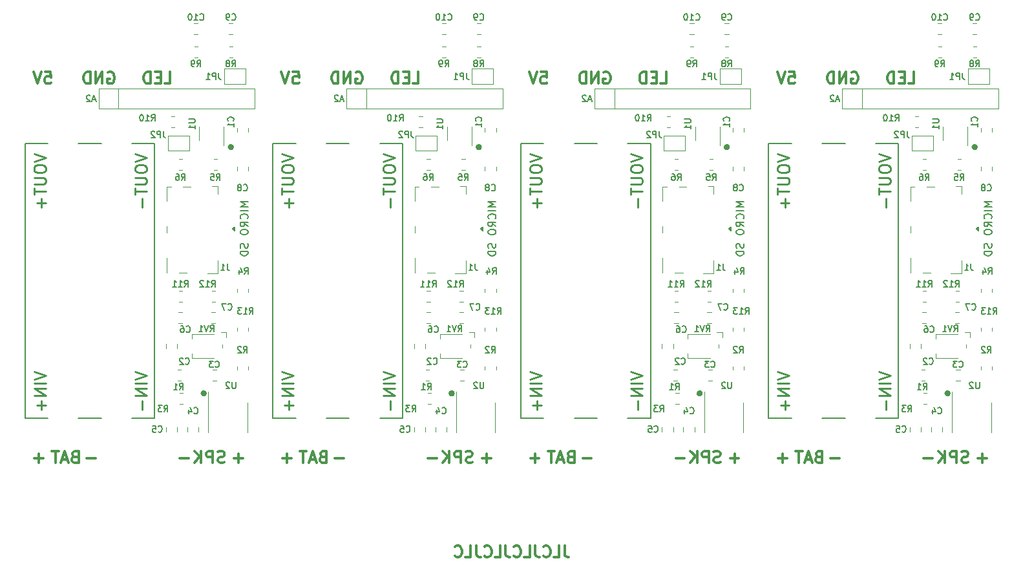
<source format=gbo>
G04 #@! TF.GenerationSoftware,KiCad,Pcbnew,7.0.1*
G04 #@! TF.CreationDate,2023-04-19T14:44:16-07:00*
G04 #@! TF.ProjectId,momentum_panel,6d6f6d65-6e74-4756-9d5f-70616e656c2e,A*
G04 #@! TF.SameCoordinates,Original*
G04 #@! TF.FileFunction,Legend,Bot*
G04 #@! TF.FilePolarity,Positive*
%FSLAX46Y46*%
G04 Gerber Fmt 4.6, Leading zero omitted, Abs format (unit mm)*
G04 Created by KiCad (PCBNEW 7.0.1) date 2023-04-19 14:44:16*
%MOMM*%
%LPD*%
G01*
G04 APERTURE LIST*
%ADD10C,0.152400*%
%ADD11C,0.406400*%
%ADD12C,0.304800*%
%ADD13C,0.300000*%
%ADD14C,0.254000*%
%ADD15C,0.120000*%
%ADD16C,0.150000*%
G04 APERTURE END LIST*
D10*
X60166000Y-33702000D02*
X59912000Y-33448000D01*
X60166000Y-33194000D01*
X60166000Y-33702000D01*
G36*
X60166000Y-33702000D02*
G01*
X59912000Y-33448000D01*
X60166000Y-33194000D01*
X60166000Y-33702000D01*
G37*
X92646000Y-33702000D02*
X92392000Y-33448000D01*
X92646000Y-33194000D01*
X92646000Y-33702000D01*
G36*
X92646000Y-33702000D02*
G01*
X92392000Y-33448000D01*
X92646000Y-33194000D01*
X92646000Y-33702000D01*
G37*
X27686000Y-33702000D02*
X27432000Y-33448000D01*
X27686000Y-33194000D01*
X27686000Y-33702000D01*
G36*
X27686000Y-33702000D02*
G01*
X27432000Y-33448000D01*
X27686000Y-33194000D01*
X27686000Y-33702000D01*
G37*
X125126000Y-33702000D02*
X124872000Y-33448000D01*
X125126000Y-33194000D01*
X125126000Y-33702000D01*
G36*
X125126000Y-33702000D02*
G01*
X124872000Y-33448000D01*
X125126000Y-33194000D01*
X125126000Y-33702000D01*
G37*
D11*
X121265200Y-55038000D02*
G75*
G03*
X121265200Y-55038000I-203200J0D01*
G01*
X23825200Y-55038000D02*
G75*
G03*
X23825200Y-55038000I-203200J0D01*
G01*
X56305200Y-55038000D02*
G75*
G03*
X56305200Y-55038000I-203200J0D01*
G01*
X88785200Y-55038000D02*
G75*
G03*
X88785200Y-55038000I-203200J0D01*
G01*
X59861200Y-22780000D02*
G75*
G03*
X59861200Y-22780000I-203200J0D01*
G01*
X92341200Y-22780000D02*
G75*
G03*
X92341200Y-22780000I-203200J0D01*
G01*
X124821200Y-22780000D02*
G75*
G03*
X124821200Y-22780000I-203200J0D01*
G01*
X27381200Y-22780000D02*
G75*
G03*
X27381200Y-22780000I-203200J0D01*
G01*
D12*
X108507142Y-13016602D02*
X108652285Y-12944031D01*
X108652285Y-12944031D02*
X108869999Y-12944031D01*
X108869999Y-12944031D02*
X109087713Y-13016602D01*
X109087713Y-13016602D02*
X109232856Y-13161745D01*
X109232856Y-13161745D02*
X109305427Y-13306888D01*
X109305427Y-13306888D02*
X109377999Y-13597174D01*
X109377999Y-13597174D02*
X109377999Y-13814888D01*
X109377999Y-13814888D02*
X109305427Y-14105174D01*
X109305427Y-14105174D02*
X109232856Y-14250317D01*
X109232856Y-14250317D02*
X109087713Y-14395460D01*
X109087713Y-14395460D02*
X108869999Y-14468031D01*
X108869999Y-14468031D02*
X108724856Y-14468031D01*
X108724856Y-14468031D02*
X108507142Y-14395460D01*
X108507142Y-14395460D02*
X108434570Y-14322888D01*
X108434570Y-14322888D02*
X108434570Y-13814888D01*
X108434570Y-13814888D02*
X108724856Y-13814888D01*
X107781427Y-14468031D02*
X107781427Y-12944031D01*
X107781427Y-12944031D02*
X106910570Y-14468031D01*
X106910570Y-14468031D02*
X106910570Y-12944031D01*
X106184856Y-14468031D02*
X106184856Y-12944031D01*
X106184856Y-12944031D02*
X105821999Y-12944031D01*
X105821999Y-12944031D02*
X105604285Y-13016602D01*
X105604285Y-13016602D02*
X105459142Y-13161745D01*
X105459142Y-13161745D02*
X105386571Y-13306888D01*
X105386571Y-13306888D02*
X105313999Y-13597174D01*
X105313999Y-13597174D02*
X105313999Y-13814888D01*
X105313999Y-13814888D02*
X105386571Y-14105174D01*
X105386571Y-14105174D02*
X105459142Y-14250317D01*
X105459142Y-14250317D02*
X105604285Y-14395460D01*
X105604285Y-14395460D02*
X105821999Y-14468031D01*
X105821999Y-14468031D02*
X106184856Y-14468031D01*
X76027142Y-13016602D02*
X76172285Y-12944031D01*
X76172285Y-12944031D02*
X76389999Y-12944031D01*
X76389999Y-12944031D02*
X76607713Y-13016602D01*
X76607713Y-13016602D02*
X76752856Y-13161745D01*
X76752856Y-13161745D02*
X76825427Y-13306888D01*
X76825427Y-13306888D02*
X76897999Y-13597174D01*
X76897999Y-13597174D02*
X76897999Y-13814888D01*
X76897999Y-13814888D02*
X76825427Y-14105174D01*
X76825427Y-14105174D02*
X76752856Y-14250317D01*
X76752856Y-14250317D02*
X76607713Y-14395460D01*
X76607713Y-14395460D02*
X76389999Y-14468031D01*
X76389999Y-14468031D02*
X76244856Y-14468031D01*
X76244856Y-14468031D02*
X76027142Y-14395460D01*
X76027142Y-14395460D02*
X75954570Y-14322888D01*
X75954570Y-14322888D02*
X75954570Y-13814888D01*
X75954570Y-13814888D02*
X76244856Y-13814888D01*
X75301427Y-14468031D02*
X75301427Y-12944031D01*
X75301427Y-12944031D02*
X74430570Y-14468031D01*
X74430570Y-14468031D02*
X74430570Y-12944031D01*
X73704856Y-14468031D02*
X73704856Y-12944031D01*
X73704856Y-12944031D02*
X73341999Y-12944031D01*
X73341999Y-12944031D02*
X73124285Y-13016602D01*
X73124285Y-13016602D02*
X72979142Y-13161745D01*
X72979142Y-13161745D02*
X72906571Y-13306888D01*
X72906571Y-13306888D02*
X72833999Y-13597174D01*
X72833999Y-13597174D02*
X72833999Y-13814888D01*
X72833999Y-13814888D02*
X72906571Y-14105174D01*
X72906571Y-14105174D02*
X72979142Y-14250317D01*
X72979142Y-14250317D02*
X73124285Y-14395460D01*
X73124285Y-14395460D02*
X73341999Y-14468031D01*
X73341999Y-14468031D02*
X73704856Y-14468031D01*
X11067142Y-13016602D02*
X11212285Y-12944031D01*
X11212285Y-12944031D02*
X11429999Y-12944031D01*
X11429999Y-12944031D02*
X11647713Y-13016602D01*
X11647713Y-13016602D02*
X11792856Y-13161745D01*
X11792856Y-13161745D02*
X11865427Y-13306888D01*
X11865427Y-13306888D02*
X11937999Y-13597174D01*
X11937999Y-13597174D02*
X11937999Y-13814888D01*
X11937999Y-13814888D02*
X11865427Y-14105174D01*
X11865427Y-14105174D02*
X11792856Y-14250317D01*
X11792856Y-14250317D02*
X11647713Y-14395460D01*
X11647713Y-14395460D02*
X11429999Y-14468031D01*
X11429999Y-14468031D02*
X11284856Y-14468031D01*
X11284856Y-14468031D02*
X11067142Y-14395460D01*
X11067142Y-14395460D02*
X10994570Y-14322888D01*
X10994570Y-14322888D02*
X10994570Y-13814888D01*
X10994570Y-13814888D02*
X11284856Y-13814888D01*
X10341427Y-14468031D02*
X10341427Y-12944031D01*
X10341427Y-12944031D02*
X9470570Y-14468031D01*
X9470570Y-14468031D02*
X9470570Y-12944031D01*
X8744856Y-14468031D02*
X8744856Y-12944031D01*
X8744856Y-12944031D02*
X8381999Y-12944031D01*
X8381999Y-12944031D02*
X8164285Y-13016602D01*
X8164285Y-13016602D02*
X8019142Y-13161745D01*
X8019142Y-13161745D02*
X7946571Y-13306888D01*
X7946571Y-13306888D02*
X7873999Y-13597174D01*
X7873999Y-13597174D02*
X7873999Y-13814888D01*
X7873999Y-13814888D02*
X7946571Y-14105174D01*
X7946571Y-14105174D02*
X8019142Y-14250317D01*
X8019142Y-14250317D02*
X8164285Y-14395460D01*
X8164285Y-14395460D02*
X8381999Y-14468031D01*
X8381999Y-14468031D02*
X8744856Y-14468031D01*
X43547142Y-13016602D02*
X43692285Y-12944031D01*
X43692285Y-12944031D02*
X43909999Y-12944031D01*
X43909999Y-12944031D02*
X44127713Y-13016602D01*
X44127713Y-13016602D02*
X44272856Y-13161745D01*
X44272856Y-13161745D02*
X44345427Y-13306888D01*
X44345427Y-13306888D02*
X44417999Y-13597174D01*
X44417999Y-13597174D02*
X44417999Y-13814888D01*
X44417999Y-13814888D02*
X44345427Y-14105174D01*
X44345427Y-14105174D02*
X44272856Y-14250317D01*
X44272856Y-14250317D02*
X44127713Y-14395460D01*
X44127713Y-14395460D02*
X43909999Y-14468031D01*
X43909999Y-14468031D02*
X43764856Y-14468031D01*
X43764856Y-14468031D02*
X43547142Y-14395460D01*
X43547142Y-14395460D02*
X43474570Y-14322888D01*
X43474570Y-14322888D02*
X43474570Y-13814888D01*
X43474570Y-13814888D02*
X43764856Y-13814888D01*
X42821427Y-14468031D02*
X42821427Y-12944031D01*
X42821427Y-12944031D02*
X41950570Y-14468031D01*
X41950570Y-14468031D02*
X41950570Y-12944031D01*
X41224856Y-14468031D02*
X41224856Y-12944031D01*
X41224856Y-12944031D02*
X40861999Y-12944031D01*
X40861999Y-12944031D02*
X40644285Y-13016602D01*
X40644285Y-13016602D02*
X40499142Y-13161745D01*
X40499142Y-13161745D02*
X40426571Y-13306888D01*
X40426571Y-13306888D02*
X40353999Y-13597174D01*
X40353999Y-13597174D02*
X40353999Y-13814888D01*
X40353999Y-13814888D02*
X40426571Y-14105174D01*
X40426571Y-14105174D02*
X40499142Y-14250317D01*
X40499142Y-14250317D02*
X40644285Y-14395460D01*
X40644285Y-14395460D02*
X40861999Y-14468031D01*
X40861999Y-14468031D02*
X41224856Y-14468031D01*
X67790285Y-12944031D02*
X68515999Y-12944031D01*
X68515999Y-12944031D02*
X68588571Y-13669745D01*
X68588571Y-13669745D02*
X68515999Y-13597174D01*
X68515999Y-13597174D02*
X68370857Y-13524602D01*
X68370857Y-13524602D02*
X68007999Y-13524602D01*
X68007999Y-13524602D02*
X67862857Y-13597174D01*
X67862857Y-13597174D02*
X67790285Y-13669745D01*
X67790285Y-13669745D02*
X67717714Y-13814888D01*
X67717714Y-13814888D02*
X67717714Y-14177745D01*
X67717714Y-14177745D02*
X67790285Y-14322888D01*
X67790285Y-14322888D02*
X67862857Y-14395460D01*
X67862857Y-14395460D02*
X68007999Y-14468031D01*
X68007999Y-14468031D02*
X68370857Y-14468031D01*
X68370857Y-14468031D02*
X68515999Y-14395460D01*
X68515999Y-14395460D02*
X68588571Y-14322888D01*
X67282285Y-12944031D02*
X66774285Y-14468031D01*
X66774285Y-14468031D02*
X66266285Y-12944031D01*
X100270285Y-12944031D02*
X100995999Y-12944031D01*
X100995999Y-12944031D02*
X101068571Y-13669745D01*
X101068571Y-13669745D02*
X100995999Y-13597174D01*
X100995999Y-13597174D02*
X100850857Y-13524602D01*
X100850857Y-13524602D02*
X100487999Y-13524602D01*
X100487999Y-13524602D02*
X100342857Y-13597174D01*
X100342857Y-13597174D02*
X100270285Y-13669745D01*
X100270285Y-13669745D02*
X100197714Y-13814888D01*
X100197714Y-13814888D02*
X100197714Y-14177745D01*
X100197714Y-14177745D02*
X100270285Y-14322888D01*
X100270285Y-14322888D02*
X100342857Y-14395460D01*
X100342857Y-14395460D02*
X100487999Y-14468031D01*
X100487999Y-14468031D02*
X100850857Y-14468031D01*
X100850857Y-14468031D02*
X100995999Y-14395460D01*
X100995999Y-14395460D02*
X101068571Y-14322888D01*
X99762285Y-12944031D02*
X99254285Y-14468031D01*
X99254285Y-14468031D02*
X98746285Y-12944031D01*
X35310285Y-12944031D02*
X36035999Y-12944031D01*
X36035999Y-12944031D02*
X36108571Y-13669745D01*
X36108571Y-13669745D02*
X36035999Y-13597174D01*
X36035999Y-13597174D02*
X35890857Y-13524602D01*
X35890857Y-13524602D02*
X35527999Y-13524602D01*
X35527999Y-13524602D02*
X35382857Y-13597174D01*
X35382857Y-13597174D02*
X35310285Y-13669745D01*
X35310285Y-13669745D02*
X35237714Y-13814888D01*
X35237714Y-13814888D02*
X35237714Y-14177745D01*
X35237714Y-14177745D02*
X35310285Y-14322888D01*
X35310285Y-14322888D02*
X35382857Y-14395460D01*
X35382857Y-14395460D02*
X35527999Y-14468031D01*
X35527999Y-14468031D02*
X35890857Y-14468031D01*
X35890857Y-14468031D02*
X36035999Y-14395460D01*
X36035999Y-14395460D02*
X36108571Y-14322888D01*
X34802285Y-12944031D02*
X34294285Y-14468031D01*
X34294285Y-14468031D02*
X33786285Y-12944031D01*
X2830285Y-12944031D02*
X3555999Y-12944031D01*
X3555999Y-12944031D02*
X3628571Y-13669745D01*
X3628571Y-13669745D02*
X3555999Y-13597174D01*
X3555999Y-13597174D02*
X3410857Y-13524602D01*
X3410857Y-13524602D02*
X3047999Y-13524602D01*
X3047999Y-13524602D02*
X2902857Y-13597174D01*
X2902857Y-13597174D02*
X2830285Y-13669745D01*
X2830285Y-13669745D02*
X2757714Y-13814888D01*
X2757714Y-13814888D02*
X2757714Y-14177745D01*
X2757714Y-14177745D02*
X2830285Y-14322888D01*
X2830285Y-14322888D02*
X2902857Y-14395460D01*
X2902857Y-14395460D02*
X3047999Y-14468031D01*
X3047999Y-14468031D02*
X3410857Y-14468031D01*
X3410857Y-14468031D02*
X3555999Y-14395460D01*
X3555999Y-14395460D02*
X3628571Y-14322888D01*
X2322285Y-12944031D02*
X1814285Y-14468031D01*
X1814285Y-14468031D02*
X1306285Y-12944031D01*
X50985713Y-14468031D02*
X51711427Y-14468031D01*
X51711427Y-14468031D02*
X51711427Y-12944031D01*
X50477713Y-13669745D02*
X49969713Y-13669745D01*
X49751999Y-14468031D02*
X50477713Y-14468031D01*
X50477713Y-14468031D02*
X50477713Y-12944031D01*
X50477713Y-12944031D02*
X49751999Y-12944031D01*
X49098856Y-14468031D02*
X49098856Y-12944031D01*
X49098856Y-12944031D02*
X48735999Y-12944031D01*
X48735999Y-12944031D02*
X48518285Y-13016602D01*
X48518285Y-13016602D02*
X48373142Y-13161745D01*
X48373142Y-13161745D02*
X48300571Y-13306888D01*
X48300571Y-13306888D02*
X48227999Y-13597174D01*
X48227999Y-13597174D02*
X48227999Y-13814888D01*
X48227999Y-13814888D02*
X48300571Y-14105174D01*
X48300571Y-14105174D02*
X48373142Y-14250317D01*
X48373142Y-14250317D02*
X48518285Y-14395460D01*
X48518285Y-14395460D02*
X48735999Y-14468031D01*
X48735999Y-14468031D02*
X49098856Y-14468031D01*
X83465713Y-14468031D02*
X84191427Y-14468031D01*
X84191427Y-14468031D02*
X84191427Y-12944031D01*
X82957713Y-13669745D02*
X82449713Y-13669745D01*
X82231999Y-14468031D02*
X82957713Y-14468031D01*
X82957713Y-14468031D02*
X82957713Y-12944031D01*
X82957713Y-12944031D02*
X82231999Y-12944031D01*
X81578856Y-14468031D02*
X81578856Y-12944031D01*
X81578856Y-12944031D02*
X81215999Y-12944031D01*
X81215999Y-12944031D02*
X80998285Y-13016602D01*
X80998285Y-13016602D02*
X80853142Y-13161745D01*
X80853142Y-13161745D02*
X80780571Y-13306888D01*
X80780571Y-13306888D02*
X80707999Y-13597174D01*
X80707999Y-13597174D02*
X80707999Y-13814888D01*
X80707999Y-13814888D02*
X80780571Y-14105174D01*
X80780571Y-14105174D02*
X80853142Y-14250317D01*
X80853142Y-14250317D02*
X80998285Y-14395460D01*
X80998285Y-14395460D02*
X81215999Y-14468031D01*
X81215999Y-14468031D02*
X81578856Y-14468031D01*
X18505713Y-14468031D02*
X19231427Y-14468031D01*
X19231427Y-14468031D02*
X19231427Y-12944031D01*
X17997713Y-13669745D02*
X17489713Y-13669745D01*
X17271999Y-14468031D02*
X17997713Y-14468031D01*
X17997713Y-14468031D02*
X17997713Y-12944031D01*
X17997713Y-12944031D02*
X17271999Y-12944031D01*
X16618856Y-14468031D02*
X16618856Y-12944031D01*
X16618856Y-12944031D02*
X16255999Y-12944031D01*
X16255999Y-12944031D02*
X16038285Y-13016602D01*
X16038285Y-13016602D02*
X15893142Y-13161745D01*
X15893142Y-13161745D02*
X15820571Y-13306888D01*
X15820571Y-13306888D02*
X15747999Y-13597174D01*
X15747999Y-13597174D02*
X15747999Y-13814888D01*
X15747999Y-13814888D02*
X15820571Y-14105174D01*
X15820571Y-14105174D02*
X15893142Y-14250317D01*
X15893142Y-14250317D02*
X16038285Y-14395460D01*
X16038285Y-14395460D02*
X16255999Y-14468031D01*
X16255999Y-14468031D02*
X16618856Y-14468031D01*
X115945713Y-14468031D02*
X116671427Y-14468031D01*
X116671427Y-14468031D02*
X116671427Y-12944031D01*
X115437713Y-13669745D02*
X114929713Y-13669745D01*
X114711999Y-14468031D02*
X115437713Y-14468031D01*
X115437713Y-14468031D02*
X115437713Y-12944031D01*
X115437713Y-12944031D02*
X114711999Y-12944031D01*
X114058856Y-14468031D02*
X114058856Y-12944031D01*
X114058856Y-12944031D02*
X113695999Y-12944031D01*
X113695999Y-12944031D02*
X113478285Y-13016602D01*
X113478285Y-13016602D02*
X113333142Y-13161745D01*
X113333142Y-13161745D02*
X113260571Y-13306888D01*
X113260571Y-13306888D02*
X113187999Y-13597174D01*
X113187999Y-13597174D02*
X113187999Y-13814888D01*
X113187999Y-13814888D02*
X113260571Y-14105174D01*
X113260571Y-14105174D02*
X113333142Y-14250317D01*
X113333142Y-14250317D02*
X113478285Y-14395460D01*
X113478285Y-14395460D02*
X113695999Y-14468031D01*
X113695999Y-14468031D02*
X114058856Y-14468031D01*
X100052570Y-63544460D02*
X98891428Y-63544460D01*
X99471999Y-64125031D02*
X99471999Y-62963888D01*
X35092570Y-63544460D02*
X33931428Y-63544460D01*
X34511999Y-64125031D02*
X34511999Y-62963888D01*
X2612570Y-63544460D02*
X1451428Y-63544460D01*
X2031999Y-64125031D02*
X2031999Y-62963888D01*
X67572570Y-63544460D02*
X66411428Y-63544460D01*
X66991999Y-64125031D02*
X66991999Y-62963888D01*
D10*
X29426020Y-29940380D02*
X28410020Y-29940380D01*
X28410020Y-29940380D02*
X29135735Y-30279047D01*
X29135735Y-30279047D02*
X28410020Y-30617714D01*
X28410020Y-30617714D02*
X29426020Y-30617714D01*
X29426020Y-31101523D02*
X28410020Y-31101523D01*
X29329259Y-32165905D02*
X29377640Y-32117524D01*
X29377640Y-32117524D02*
X29426020Y-31972381D01*
X29426020Y-31972381D02*
X29426020Y-31875619D01*
X29426020Y-31875619D02*
X29377640Y-31730476D01*
X29377640Y-31730476D02*
X29280878Y-31633714D01*
X29280878Y-31633714D02*
X29184116Y-31585333D01*
X29184116Y-31585333D02*
X28990592Y-31536952D01*
X28990592Y-31536952D02*
X28845449Y-31536952D01*
X28845449Y-31536952D02*
X28651925Y-31585333D01*
X28651925Y-31585333D02*
X28555163Y-31633714D01*
X28555163Y-31633714D02*
X28458401Y-31730476D01*
X28458401Y-31730476D02*
X28410020Y-31875619D01*
X28410020Y-31875619D02*
X28410020Y-31972381D01*
X28410020Y-31972381D02*
X28458401Y-32117524D01*
X28458401Y-32117524D02*
X28506782Y-32165905D01*
X29426020Y-33181905D02*
X28942211Y-32843238D01*
X29426020Y-32601333D02*
X28410020Y-32601333D01*
X28410020Y-32601333D02*
X28410020Y-32988381D01*
X28410020Y-32988381D02*
X28458401Y-33085143D01*
X28458401Y-33085143D02*
X28506782Y-33133524D01*
X28506782Y-33133524D02*
X28603544Y-33181905D01*
X28603544Y-33181905D02*
X28748687Y-33181905D01*
X28748687Y-33181905D02*
X28845449Y-33133524D01*
X28845449Y-33133524D02*
X28893830Y-33085143D01*
X28893830Y-33085143D02*
X28942211Y-32988381D01*
X28942211Y-32988381D02*
X28942211Y-32601333D01*
X28410020Y-33810857D02*
X28410020Y-34004381D01*
X28410020Y-34004381D02*
X28458401Y-34101143D01*
X28458401Y-34101143D02*
X28555163Y-34197905D01*
X28555163Y-34197905D02*
X28748687Y-34246286D01*
X28748687Y-34246286D02*
X29087354Y-34246286D01*
X29087354Y-34246286D02*
X29280878Y-34197905D01*
X29280878Y-34197905D02*
X29377640Y-34101143D01*
X29377640Y-34101143D02*
X29426020Y-34004381D01*
X29426020Y-34004381D02*
X29426020Y-33810857D01*
X29426020Y-33810857D02*
X29377640Y-33714095D01*
X29377640Y-33714095D02*
X29280878Y-33617333D01*
X29280878Y-33617333D02*
X29087354Y-33568952D01*
X29087354Y-33568952D02*
X28748687Y-33568952D01*
X28748687Y-33568952D02*
X28555163Y-33617333D01*
X28555163Y-33617333D02*
X28458401Y-33714095D01*
X28458401Y-33714095D02*
X28410020Y-33810857D01*
X29377640Y-35407428D02*
X29426020Y-35552571D01*
X29426020Y-35552571D02*
X29426020Y-35794476D01*
X29426020Y-35794476D02*
X29377640Y-35891238D01*
X29377640Y-35891238D02*
X29329259Y-35939619D01*
X29329259Y-35939619D02*
X29232497Y-35988000D01*
X29232497Y-35988000D02*
X29135735Y-35988000D01*
X29135735Y-35988000D02*
X29038973Y-35939619D01*
X29038973Y-35939619D02*
X28990592Y-35891238D01*
X28990592Y-35891238D02*
X28942211Y-35794476D01*
X28942211Y-35794476D02*
X28893830Y-35600952D01*
X28893830Y-35600952D02*
X28845449Y-35504190D01*
X28845449Y-35504190D02*
X28797068Y-35455809D01*
X28797068Y-35455809D02*
X28700306Y-35407428D01*
X28700306Y-35407428D02*
X28603544Y-35407428D01*
X28603544Y-35407428D02*
X28506782Y-35455809D01*
X28506782Y-35455809D02*
X28458401Y-35504190D01*
X28458401Y-35504190D02*
X28410020Y-35600952D01*
X28410020Y-35600952D02*
X28410020Y-35842857D01*
X28410020Y-35842857D02*
X28458401Y-35988000D01*
X29426020Y-36423428D02*
X28410020Y-36423428D01*
X28410020Y-36423428D02*
X28410020Y-36665333D01*
X28410020Y-36665333D02*
X28458401Y-36810476D01*
X28458401Y-36810476D02*
X28555163Y-36907238D01*
X28555163Y-36907238D02*
X28651925Y-36955619D01*
X28651925Y-36955619D02*
X28845449Y-37004000D01*
X28845449Y-37004000D02*
X28990592Y-37004000D01*
X28990592Y-37004000D02*
X29184116Y-36955619D01*
X29184116Y-36955619D02*
X29280878Y-36907238D01*
X29280878Y-36907238D02*
X29377640Y-36810476D01*
X29377640Y-36810476D02*
X29426020Y-36665333D01*
X29426020Y-36665333D02*
X29426020Y-36423428D01*
X126866020Y-29940380D02*
X125850020Y-29940380D01*
X125850020Y-29940380D02*
X126575735Y-30279047D01*
X126575735Y-30279047D02*
X125850020Y-30617714D01*
X125850020Y-30617714D02*
X126866020Y-30617714D01*
X126866020Y-31101523D02*
X125850020Y-31101523D01*
X126769259Y-32165905D02*
X126817640Y-32117524D01*
X126817640Y-32117524D02*
X126866020Y-31972381D01*
X126866020Y-31972381D02*
X126866020Y-31875619D01*
X126866020Y-31875619D02*
X126817640Y-31730476D01*
X126817640Y-31730476D02*
X126720878Y-31633714D01*
X126720878Y-31633714D02*
X126624116Y-31585333D01*
X126624116Y-31585333D02*
X126430592Y-31536952D01*
X126430592Y-31536952D02*
X126285449Y-31536952D01*
X126285449Y-31536952D02*
X126091925Y-31585333D01*
X126091925Y-31585333D02*
X125995163Y-31633714D01*
X125995163Y-31633714D02*
X125898401Y-31730476D01*
X125898401Y-31730476D02*
X125850020Y-31875619D01*
X125850020Y-31875619D02*
X125850020Y-31972381D01*
X125850020Y-31972381D02*
X125898401Y-32117524D01*
X125898401Y-32117524D02*
X125946782Y-32165905D01*
X126866020Y-33181905D02*
X126382211Y-32843238D01*
X126866020Y-32601333D02*
X125850020Y-32601333D01*
X125850020Y-32601333D02*
X125850020Y-32988381D01*
X125850020Y-32988381D02*
X125898401Y-33085143D01*
X125898401Y-33085143D02*
X125946782Y-33133524D01*
X125946782Y-33133524D02*
X126043544Y-33181905D01*
X126043544Y-33181905D02*
X126188687Y-33181905D01*
X126188687Y-33181905D02*
X126285449Y-33133524D01*
X126285449Y-33133524D02*
X126333830Y-33085143D01*
X126333830Y-33085143D02*
X126382211Y-32988381D01*
X126382211Y-32988381D02*
X126382211Y-32601333D01*
X125850020Y-33810857D02*
X125850020Y-34004381D01*
X125850020Y-34004381D02*
X125898401Y-34101143D01*
X125898401Y-34101143D02*
X125995163Y-34197905D01*
X125995163Y-34197905D02*
X126188687Y-34246286D01*
X126188687Y-34246286D02*
X126527354Y-34246286D01*
X126527354Y-34246286D02*
X126720878Y-34197905D01*
X126720878Y-34197905D02*
X126817640Y-34101143D01*
X126817640Y-34101143D02*
X126866020Y-34004381D01*
X126866020Y-34004381D02*
X126866020Y-33810857D01*
X126866020Y-33810857D02*
X126817640Y-33714095D01*
X126817640Y-33714095D02*
X126720878Y-33617333D01*
X126720878Y-33617333D02*
X126527354Y-33568952D01*
X126527354Y-33568952D02*
X126188687Y-33568952D01*
X126188687Y-33568952D02*
X125995163Y-33617333D01*
X125995163Y-33617333D02*
X125898401Y-33714095D01*
X125898401Y-33714095D02*
X125850020Y-33810857D01*
X126817640Y-35407428D02*
X126866020Y-35552571D01*
X126866020Y-35552571D02*
X126866020Y-35794476D01*
X126866020Y-35794476D02*
X126817640Y-35891238D01*
X126817640Y-35891238D02*
X126769259Y-35939619D01*
X126769259Y-35939619D02*
X126672497Y-35988000D01*
X126672497Y-35988000D02*
X126575735Y-35988000D01*
X126575735Y-35988000D02*
X126478973Y-35939619D01*
X126478973Y-35939619D02*
X126430592Y-35891238D01*
X126430592Y-35891238D02*
X126382211Y-35794476D01*
X126382211Y-35794476D02*
X126333830Y-35600952D01*
X126333830Y-35600952D02*
X126285449Y-35504190D01*
X126285449Y-35504190D02*
X126237068Y-35455809D01*
X126237068Y-35455809D02*
X126140306Y-35407428D01*
X126140306Y-35407428D02*
X126043544Y-35407428D01*
X126043544Y-35407428D02*
X125946782Y-35455809D01*
X125946782Y-35455809D02*
X125898401Y-35504190D01*
X125898401Y-35504190D02*
X125850020Y-35600952D01*
X125850020Y-35600952D02*
X125850020Y-35842857D01*
X125850020Y-35842857D02*
X125898401Y-35988000D01*
X126866020Y-36423428D02*
X125850020Y-36423428D01*
X125850020Y-36423428D02*
X125850020Y-36665333D01*
X125850020Y-36665333D02*
X125898401Y-36810476D01*
X125898401Y-36810476D02*
X125995163Y-36907238D01*
X125995163Y-36907238D02*
X126091925Y-36955619D01*
X126091925Y-36955619D02*
X126285449Y-37004000D01*
X126285449Y-37004000D02*
X126430592Y-37004000D01*
X126430592Y-37004000D02*
X126624116Y-36955619D01*
X126624116Y-36955619D02*
X126720878Y-36907238D01*
X126720878Y-36907238D02*
X126817640Y-36810476D01*
X126817640Y-36810476D02*
X126866020Y-36665333D01*
X126866020Y-36665333D02*
X126866020Y-36423428D01*
X94386020Y-29940380D02*
X93370020Y-29940380D01*
X93370020Y-29940380D02*
X94095735Y-30279047D01*
X94095735Y-30279047D02*
X93370020Y-30617714D01*
X93370020Y-30617714D02*
X94386020Y-30617714D01*
X94386020Y-31101523D02*
X93370020Y-31101523D01*
X94289259Y-32165905D02*
X94337640Y-32117524D01*
X94337640Y-32117524D02*
X94386020Y-31972381D01*
X94386020Y-31972381D02*
X94386020Y-31875619D01*
X94386020Y-31875619D02*
X94337640Y-31730476D01*
X94337640Y-31730476D02*
X94240878Y-31633714D01*
X94240878Y-31633714D02*
X94144116Y-31585333D01*
X94144116Y-31585333D02*
X93950592Y-31536952D01*
X93950592Y-31536952D02*
X93805449Y-31536952D01*
X93805449Y-31536952D02*
X93611925Y-31585333D01*
X93611925Y-31585333D02*
X93515163Y-31633714D01*
X93515163Y-31633714D02*
X93418401Y-31730476D01*
X93418401Y-31730476D02*
X93370020Y-31875619D01*
X93370020Y-31875619D02*
X93370020Y-31972381D01*
X93370020Y-31972381D02*
X93418401Y-32117524D01*
X93418401Y-32117524D02*
X93466782Y-32165905D01*
X94386020Y-33181905D02*
X93902211Y-32843238D01*
X94386020Y-32601333D02*
X93370020Y-32601333D01*
X93370020Y-32601333D02*
X93370020Y-32988381D01*
X93370020Y-32988381D02*
X93418401Y-33085143D01*
X93418401Y-33085143D02*
X93466782Y-33133524D01*
X93466782Y-33133524D02*
X93563544Y-33181905D01*
X93563544Y-33181905D02*
X93708687Y-33181905D01*
X93708687Y-33181905D02*
X93805449Y-33133524D01*
X93805449Y-33133524D02*
X93853830Y-33085143D01*
X93853830Y-33085143D02*
X93902211Y-32988381D01*
X93902211Y-32988381D02*
X93902211Y-32601333D01*
X93370020Y-33810857D02*
X93370020Y-34004381D01*
X93370020Y-34004381D02*
X93418401Y-34101143D01*
X93418401Y-34101143D02*
X93515163Y-34197905D01*
X93515163Y-34197905D02*
X93708687Y-34246286D01*
X93708687Y-34246286D02*
X94047354Y-34246286D01*
X94047354Y-34246286D02*
X94240878Y-34197905D01*
X94240878Y-34197905D02*
X94337640Y-34101143D01*
X94337640Y-34101143D02*
X94386020Y-34004381D01*
X94386020Y-34004381D02*
X94386020Y-33810857D01*
X94386020Y-33810857D02*
X94337640Y-33714095D01*
X94337640Y-33714095D02*
X94240878Y-33617333D01*
X94240878Y-33617333D02*
X94047354Y-33568952D01*
X94047354Y-33568952D02*
X93708687Y-33568952D01*
X93708687Y-33568952D02*
X93515163Y-33617333D01*
X93515163Y-33617333D02*
X93418401Y-33714095D01*
X93418401Y-33714095D02*
X93370020Y-33810857D01*
X94337640Y-35407428D02*
X94386020Y-35552571D01*
X94386020Y-35552571D02*
X94386020Y-35794476D01*
X94386020Y-35794476D02*
X94337640Y-35891238D01*
X94337640Y-35891238D02*
X94289259Y-35939619D01*
X94289259Y-35939619D02*
X94192497Y-35988000D01*
X94192497Y-35988000D02*
X94095735Y-35988000D01*
X94095735Y-35988000D02*
X93998973Y-35939619D01*
X93998973Y-35939619D02*
X93950592Y-35891238D01*
X93950592Y-35891238D02*
X93902211Y-35794476D01*
X93902211Y-35794476D02*
X93853830Y-35600952D01*
X93853830Y-35600952D02*
X93805449Y-35504190D01*
X93805449Y-35504190D02*
X93757068Y-35455809D01*
X93757068Y-35455809D02*
X93660306Y-35407428D01*
X93660306Y-35407428D02*
X93563544Y-35407428D01*
X93563544Y-35407428D02*
X93466782Y-35455809D01*
X93466782Y-35455809D02*
X93418401Y-35504190D01*
X93418401Y-35504190D02*
X93370020Y-35600952D01*
X93370020Y-35600952D02*
X93370020Y-35842857D01*
X93370020Y-35842857D02*
X93418401Y-35988000D01*
X94386020Y-36423428D02*
X93370020Y-36423428D01*
X93370020Y-36423428D02*
X93370020Y-36665333D01*
X93370020Y-36665333D02*
X93418401Y-36810476D01*
X93418401Y-36810476D02*
X93515163Y-36907238D01*
X93515163Y-36907238D02*
X93611925Y-36955619D01*
X93611925Y-36955619D02*
X93805449Y-37004000D01*
X93805449Y-37004000D02*
X93950592Y-37004000D01*
X93950592Y-37004000D02*
X94144116Y-36955619D01*
X94144116Y-36955619D02*
X94240878Y-36907238D01*
X94240878Y-36907238D02*
X94337640Y-36810476D01*
X94337640Y-36810476D02*
X94386020Y-36665333D01*
X94386020Y-36665333D02*
X94386020Y-36423428D01*
X61906020Y-29940380D02*
X60890020Y-29940380D01*
X60890020Y-29940380D02*
X61615735Y-30279047D01*
X61615735Y-30279047D02*
X60890020Y-30617714D01*
X60890020Y-30617714D02*
X61906020Y-30617714D01*
X61906020Y-31101523D02*
X60890020Y-31101523D01*
X61809259Y-32165905D02*
X61857640Y-32117524D01*
X61857640Y-32117524D02*
X61906020Y-31972381D01*
X61906020Y-31972381D02*
X61906020Y-31875619D01*
X61906020Y-31875619D02*
X61857640Y-31730476D01*
X61857640Y-31730476D02*
X61760878Y-31633714D01*
X61760878Y-31633714D02*
X61664116Y-31585333D01*
X61664116Y-31585333D02*
X61470592Y-31536952D01*
X61470592Y-31536952D02*
X61325449Y-31536952D01*
X61325449Y-31536952D02*
X61131925Y-31585333D01*
X61131925Y-31585333D02*
X61035163Y-31633714D01*
X61035163Y-31633714D02*
X60938401Y-31730476D01*
X60938401Y-31730476D02*
X60890020Y-31875619D01*
X60890020Y-31875619D02*
X60890020Y-31972381D01*
X60890020Y-31972381D02*
X60938401Y-32117524D01*
X60938401Y-32117524D02*
X60986782Y-32165905D01*
X61906020Y-33181905D02*
X61422211Y-32843238D01*
X61906020Y-32601333D02*
X60890020Y-32601333D01*
X60890020Y-32601333D02*
X60890020Y-32988381D01*
X60890020Y-32988381D02*
X60938401Y-33085143D01*
X60938401Y-33085143D02*
X60986782Y-33133524D01*
X60986782Y-33133524D02*
X61083544Y-33181905D01*
X61083544Y-33181905D02*
X61228687Y-33181905D01*
X61228687Y-33181905D02*
X61325449Y-33133524D01*
X61325449Y-33133524D02*
X61373830Y-33085143D01*
X61373830Y-33085143D02*
X61422211Y-32988381D01*
X61422211Y-32988381D02*
X61422211Y-32601333D01*
X60890020Y-33810857D02*
X60890020Y-34004381D01*
X60890020Y-34004381D02*
X60938401Y-34101143D01*
X60938401Y-34101143D02*
X61035163Y-34197905D01*
X61035163Y-34197905D02*
X61228687Y-34246286D01*
X61228687Y-34246286D02*
X61567354Y-34246286D01*
X61567354Y-34246286D02*
X61760878Y-34197905D01*
X61760878Y-34197905D02*
X61857640Y-34101143D01*
X61857640Y-34101143D02*
X61906020Y-34004381D01*
X61906020Y-34004381D02*
X61906020Y-33810857D01*
X61906020Y-33810857D02*
X61857640Y-33714095D01*
X61857640Y-33714095D02*
X61760878Y-33617333D01*
X61760878Y-33617333D02*
X61567354Y-33568952D01*
X61567354Y-33568952D02*
X61228687Y-33568952D01*
X61228687Y-33568952D02*
X61035163Y-33617333D01*
X61035163Y-33617333D02*
X60938401Y-33714095D01*
X60938401Y-33714095D02*
X60890020Y-33810857D01*
X61857640Y-35407428D02*
X61906020Y-35552571D01*
X61906020Y-35552571D02*
X61906020Y-35794476D01*
X61906020Y-35794476D02*
X61857640Y-35891238D01*
X61857640Y-35891238D02*
X61809259Y-35939619D01*
X61809259Y-35939619D02*
X61712497Y-35988000D01*
X61712497Y-35988000D02*
X61615735Y-35988000D01*
X61615735Y-35988000D02*
X61518973Y-35939619D01*
X61518973Y-35939619D02*
X61470592Y-35891238D01*
X61470592Y-35891238D02*
X61422211Y-35794476D01*
X61422211Y-35794476D02*
X61373830Y-35600952D01*
X61373830Y-35600952D02*
X61325449Y-35504190D01*
X61325449Y-35504190D02*
X61277068Y-35455809D01*
X61277068Y-35455809D02*
X61180306Y-35407428D01*
X61180306Y-35407428D02*
X61083544Y-35407428D01*
X61083544Y-35407428D02*
X60986782Y-35455809D01*
X60986782Y-35455809D02*
X60938401Y-35504190D01*
X60938401Y-35504190D02*
X60890020Y-35600952D01*
X60890020Y-35600952D02*
X60890020Y-35842857D01*
X60890020Y-35842857D02*
X60938401Y-35988000D01*
X61906020Y-36423428D02*
X60890020Y-36423428D01*
X60890020Y-36423428D02*
X60890020Y-36665333D01*
X60890020Y-36665333D02*
X60938401Y-36810476D01*
X60938401Y-36810476D02*
X61035163Y-36907238D01*
X61035163Y-36907238D02*
X61131925Y-36955619D01*
X61131925Y-36955619D02*
X61325449Y-37004000D01*
X61325449Y-37004000D02*
X61470592Y-37004000D01*
X61470592Y-37004000D02*
X61664116Y-36955619D01*
X61664116Y-36955619D02*
X61760878Y-36907238D01*
X61760878Y-36907238D02*
X61857640Y-36810476D01*
X61857640Y-36810476D02*
X61906020Y-36665333D01*
X61906020Y-36665333D02*
X61906020Y-36423428D01*
D12*
X21662570Y-63544460D02*
X20501428Y-63544460D01*
X86622570Y-63544460D02*
X85461428Y-63544460D01*
X119102570Y-63544460D02*
X117941428Y-63544460D01*
X54142570Y-63544460D02*
X52981428Y-63544460D01*
X106910570Y-63544460D02*
X105749428Y-63544460D01*
X74430570Y-63544460D02*
X73269428Y-63544460D01*
X9470570Y-63544460D02*
X8309428Y-63544460D01*
X41950570Y-63544460D02*
X40789428Y-63544460D01*
X91303428Y-64052460D02*
X91085714Y-64125031D01*
X91085714Y-64125031D02*
X90722856Y-64125031D01*
X90722856Y-64125031D02*
X90577714Y-64052460D01*
X90577714Y-64052460D02*
X90505142Y-63979888D01*
X90505142Y-63979888D02*
X90432571Y-63834745D01*
X90432571Y-63834745D02*
X90432571Y-63689602D01*
X90432571Y-63689602D02*
X90505142Y-63544460D01*
X90505142Y-63544460D02*
X90577714Y-63471888D01*
X90577714Y-63471888D02*
X90722856Y-63399317D01*
X90722856Y-63399317D02*
X91013142Y-63326745D01*
X91013142Y-63326745D02*
X91158285Y-63254174D01*
X91158285Y-63254174D02*
X91230856Y-63181602D01*
X91230856Y-63181602D02*
X91303428Y-63036460D01*
X91303428Y-63036460D02*
X91303428Y-62891317D01*
X91303428Y-62891317D02*
X91230856Y-62746174D01*
X91230856Y-62746174D02*
X91158285Y-62673602D01*
X91158285Y-62673602D02*
X91013142Y-62601031D01*
X91013142Y-62601031D02*
X90650285Y-62601031D01*
X90650285Y-62601031D02*
X90432571Y-62673602D01*
X89779427Y-64125031D02*
X89779427Y-62601031D01*
X89779427Y-62601031D02*
X89198856Y-62601031D01*
X89198856Y-62601031D02*
X89053713Y-62673602D01*
X89053713Y-62673602D02*
X88981142Y-62746174D01*
X88981142Y-62746174D02*
X88908570Y-62891317D01*
X88908570Y-62891317D02*
X88908570Y-63109031D01*
X88908570Y-63109031D02*
X88981142Y-63254174D01*
X88981142Y-63254174D02*
X89053713Y-63326745D01*
X89053713Y-63326745D02*
X89198856Y-63399317D01*
X89198856Y-63399317D02*
X89779427Y-63399317D01*
X88255427Y-64125031D02*
X88255427Y-62601031D01*
X87384570Y-64125031D02*
X88037713Y-63254174D01*
X87384570Y-62601031D02*
X88255427Y-63471888D01*
X58823428Y-64052460D02*
X58605714Y-64125031D01*
X58605714Y-64125031D02*
X58242856Y-64125031D01*
X58242856Y-64125031D02*
X58097714Y-64052460D01*
X58097714Y-64052460D02*
X58025142Y-63979888D01*
X58025142Y-63979888D02*
X57952571Y-63834745D01*
X57952571Y-63834745D02*
X57952571Y-63689602D01*
X57952571Y-63689602D02*
X58025142Y-63544460D01*
X58025142Y-63544460D02*
X58097714Y-63471888D01*
X58097714Y-63471888D02*
X58242856Y-63399317D01*
X58242856Y-63399317D02*
X58533142Y-63326745D01*
X58533142Y-63326745D02*
X58678285Y-63254174D01*
X58678285Y-63254174D02*
X58750856Y-63181602D01*
X58750856Y-63181602D02*
X58823428Y-63036460D01*
X58823428Y-63036460D02*
X58823428Y-62891317D01*
X58823428Y-62891317D02*
X58750856Y-62746174D01*
X58750856Y-62746174D02*
X58678285Y-62673602D01*
X58678285Y-62673602D02*
X58533142Y-62601031D01*
X58533142Y-62601031D02*
X58170285Y-62601031D01*
X58170285Y-62601031D02*
X57952571Y-62673602D01*
X57299427Y-64125031D02*
X57299427Y-62601031D01*
X57299427Y-62601031D02*
X56718856Y-62601031D01*
X56718856Y-62601031D02*
X56573713Y-62673602D01*
X56573713Y-62673602D02*
X56501142Y-62746174D01*
X56501142Y-62746174D02*
X56428570Y-62891317D01*
X56428570Y-62891317D02*
X56428570Y-63109031D01*
X56428570Y-63109031D02*
X56501142Y-63254174D01*
X56501142Y-63254174D02*
X56573713Y-63326745D01*
X56573713Y-63326745D02*
X56718856Y-63399317D01*
X56718856Y-63399317D02*
X57299427Y-63399317D01*
X55775427Y-64125031D02*
X55775427Y-62601031D01*
X54904570Y-64125031D02*
X55557713Y-63254174D01*
X54904570Y-62601031D02*
X55775427Y-63471888D01*
X26343428Y-64052460D02*
X26125714Y-64125031D01*
X26125714Y-64125031D02*
X25762856Y-64125031D01*
X25762856Y-64125031D02*
X25617714Y-64052460D01*
X25617714Y-64052460D02*
X25545142Y-63979888D01*
X25545142Y-63979888D02*
X25472571Y-63834745D01*
X25472571Y-63834745D02*
X25472571Y-63689602D01*
X25472571Y-63689602D02*
X25545142Y-63544460D01*
X25545142Y-63544460D02*
X25617714Y-63471888D01*
X25617714Y-63471888D02*
X25762856Y-63399317D01*
X25762856Y-63399317D02*
X26053142Y-63326745D01*
X26053142Y-63326745D02*
X26198285Y-63254174D01*
X26198285Y-63254174D02*
X26270856Y-63181602D01*
X26270856Y-63181602D02*
X26343428Y-63036460D01*
X26343428Y-63036460D02*
X26343428Y-62891317D01*
X26343428Y-62891317D02*
X26270856Y-62746174D01*
X26270856Y-62746174D02*
X26198285Y-62673602D01*
X26198285Y-62673602D02*
X26053142Y-62601031D01*
X26053142Y-62601031D02*
X25690285Y-62601031D01*
X25690285Y-62601031D02*
X25472571Y-62673602D01*
X24819427Y-64125031D02*
X24819427Y-62601031D01*
X24819427Y-62601031D02*
X24238856Y-62601031D01*
X24238856Y-62601031D02*
X24093713Y-62673602D01*
X24093713Y-62673602D02*
X24021142Y-62746174D01*
X24021142Y-62746174D02*
X23948570Y-62891317D01*
X23948570Y-62891317D02*
X23948570Y-63109031D01*
X23948570Y-63109031D02*
X24021142Y-63254174D01*
X24021142Y-63254174D02*
X24093713Y-63326745D01*
X24093713Y-63326745D02*
X24238856Y-63399317D01*
X24238856Y-63399317D02*
X24819427Y-63399317D01*
X23295427Y-64125031D02*
X23295427Y-62601031D01*
X22424570Y-64125031D02*
X23077713Y-63254174D01*
X22424570Y-62601031D02*
X23295427Y-63471888D01*
X123783428Y-64052460D02*
X123565714Y-64125031D01*
X123565714Y-64125031D02*
X123202856Y-64125031D01*
X123202856Y-64125031D02*
X123057714Y-64052460D01*
X123057714Y-64052460D02*
X122985142Y-63979888D01*
X122985142Y-63979888D02*
X122912571Y-63834745D01*
X122912571Y-63834745D02*
X122912571Y-63689602D01*
X122912571Y-63689602D02*
X122985142Y-63544460D01*
X122985142Y-63544460D02*
X123057714Y-63471888D01*
X123057714Y-63471888D02*
X123202856Y-63399317D01*
X123202856Y-63399317D02*
X123493142Y-63326745D01*
X123493142Y-63326745D02*
X123638285Y-63254174D01*
X123638285Y-63254174D02*
X123710856Y-63181602D01*
X123710856Y-63181602D02*
X123783428Y-63036460D01*
X123783428Y-63036460D02*
X123783428Y-62891317D01*
X123783428Y-62891317D02*
X123710856Y-62746174D01*
X123710856Y-62746174D02*
X123638285Y-62673602D01*
X123638285Y-62673602D02*
X123493142Y-62601031D01*
X123493142Y-62601031D02*
X123130285Y-62601031D01*
X123130285Y-62601031D02*
X122912571Y-62673602D01*
X122259427Y-64125031D02*
X122259427Y-62601031D01*
X122259427Y-62601031D02*
X121678856Y-62601031D01*
X121678856Y-62601031D02*
X121533713Y-62673602D01*
X121533713Y-62673602D02*
X121461142Y-62746174D01*
X121461142Y-62746174D02*
X121388570Y-62891317D01*
X121388570Y-62891317D02*
X121388570Y-63109031D01*
X121388570Y-63109031D02*
X121461142Y-63254174D01*
X121461142Y-63254174D02*
X121533713Y-63326745D01*
X121533713Y-63326745D02*
X121678856Y-63399317D01*
X121678856Y-63399317D02*
X122259427Y-63399317D01*
X120735427Y-64125031D02*
X120735427Y-62601031D01*
X119864570Y-64125031D02*
X120517713Y-63254174D01*
X119864570Y-62601031D02*
X120735427Y-63471888D01*
X126214570Y-63544460D02*
X125053428Y-63544460D01*
X125633999Y-64125031D02*
X125633999Y-62963888D01*
X93734570Y-63544460D02*
X92573428Y-63544460D01*
X93153999Y-64125031D02*
X93153999Y-62963888D01*
X28774570Y-63544460D02*
X27613428Y-63544460D01*
X28193999Y-64125031D02*
X28193999Y-62963888D01*
X61254570Y-63544460D02*
X60093428Y-63544460D01*
X60673999Y-64125031D02*
X60673999Y-62963888D01*
D13*
X70888571Y-75003928D02*
X70888571Y-76075357D01*
X70888571Y-76075357D02*
X70960000Y-76289642D01*
X70960000Y-76289642D02*
X71102857Y-76432500D01*
X71102857Y-76432500D02*
X71317143Y-76503928D01*
X71317143Y-76503928D02*
X71460000Y-76503928D01*
X69460000Y-76503928D02*
X70174286Y-76503928D01*
X70174286Y-76503928D02*
X70174286Y-75003928D01*
X68102857Y-76361071D02*
X68174285Y-76432500D01*
X68174285Y-76432500D02*
X68388571Y-76503928D01*
X68388571Y-76503928D02*
X68531428Y-76503928D01*
X68531428Y-76503928D02*
X68745714Y-76432500D01*
X68745714Y-76432500D02*
X68888571Y-76289642D01*
X68888571Y-76289642D02*
X68960000Y-76146785D01*
X68960000Y-76146785D02*
X69031428Y-75861071D01*
X69031428Y-75861071D02*
X69031428Y-75646785D01*
X69031428Y-75646785D02*
X68960000Y-75361071D01*
X68960000Y-75361071D02*
X68888571Y-75218214D01*
X68888571Y-75218214D02*
X68745714Y-75075357D01*
X68745714Y-75075357D02*
X68531428Y-75003928D01*
X68531428Y-75003928D02*
X68388571Y-75003928D01*
X68388571Y-75003928D02*
X68174285Y-75075357D01*
X68174285Y-75075357D02*
X68102857Y-75146785D01*
X67031428Y-75003928D02*
X67031428Y-76075357D01*
X67031428Y-76075357D02*
X67102857Y-76289642D01*
X67102857Y-76289642D02*
X67245714Y-76432500D01*
X67245714Y-76432500D02*
X67460000Y-76503928D01*
X67460000Y-76503928D02*
X67602857Y-76503928D01*
X65602857Y-76503928D02*
X66317143Y-76503928D01*
X66317143Y-76503928D02*
X66317143Y-75003928D01*
X64245714Y-76361071D02*
X64317142Y-76432500D01*
X64317142Y-76432500D02*
X64531428Y-76503928D01*
X64531428Y-76503928D02*
X64674285Y-76503928D01*
X64674285Y-76503928D02*
X64888571Y-76432500D01*
X64888571Y-76432500D02*
X65031428Y-76289642D01*
X65031428Y-76289642D02*
X65102857Y-76146785D01*
X65102857Y-76146785D02*
X65174285Y-75861071D01*
X65174285Y-75861071D02*
X65174285Y-75646785D01*
X65174285Y-75646785D02*
X65102857Y-75361071D01*
X65102857Y-75361071D02*
X65031428Y-75218214D01*
X65031428Y-75218214D02*
X64888571Y-75075357D01*
X64888571Y-75075357D02*
X64674285Y-75003928D01*
X64674285Y-75003928D02*
X64531428Y-75003928D01*
X64531428Y-75003928D02*
X64317142Y-75075357D01*
X64317142Y-75075357D02*
X64245714Y-75146785D01*
X63174285Y-75003928D02*
X63174285Y-76075357D01*
X63174285Y-76075357D02*
X63245714Y-76289642D01*
X63245714Y-76289642D02*
X63388571Y-76432500D01*
X63388571Y-76432500D02*
X63602857Y-76503928D01*
X63602857Y-76503928D02*
X63745714Y-76503928D01*
X61745714Y-76503928D02*
X62460000Y-76503928D01*
X62460000Y-76503928D02*
X62460000Y-75003928D01*
X60388571Y-76361071D02*
X60459999Y-76432500D01*
X60459999Y-76432500D02*
X60674285Y-76503928D01*
X60674285Y-76503928D02*
X60817142Y-76503928D01*
X60817142Y-76503928D02*
X61031428Y-76432500D01*
X61031428Y-76432500D02*
X61174285Y-76289642D01*
X61174285Y-76289642D02*
X61245714Y-76146785D01*
X61245714Y-76146785D02*
X61317142Y-75861071D01*
X61317142Y-75861071D02*
X61317142Y-75646785D01*
X61317142Y-75646785D02*
X61245714Y-75361071D01*
X61245714Y-75361071D02*
X61174285Y-75218214D01*
X61174285Y-75218214D02*
X61031428Y-75075357D01*
X61031428Y-75075357D02*
X60817142Y-75003928D01*
X60817142Y-75003928D02*
X60674285Y-75003928D01*
X60674285Y-75003928D02*
X60459999Y-75075357D01*
X60459999Y-75075357D02*
X60388571Y-75146785D01*
X59317142Y-75003928D02*
X59317142Y-76075357D01*
X59317142Y-76075357D02*
X59388571Y-76289642D01*
X59388571Y-76289642D02*
X59531428Y-76432500D01*
X59531428Y-76432500D02*
X59745714Y-76503928D01*
X59745714Y-76503928D02*
X59888571Y-76503928D01*
X57888571Y-76503928D02*
X58602857Y-76503928D01*
X58602857Y-76503928D02*
X58602857Y-75003928D01*
X56531428Y-76361071D02*
X56602856Y-76432500D01*
X56602856Y-76432500D02*
X56817142Y-76503928D01*
X56817142Y-76503928D02*
X56959999Y-76503928D01*
X56959999Y-76503928D02*
X57174285Y-76432500D01*
X57174285Y-76432500D02*
X57317142Y-76289642D01*
X57317142Y-76289642D02*
X57388571Y-76146785D01*
X57388571Y-76146785D02*
X57459999Y-75861071D01*
X57459999Y-75861071D02*
X57459999Y-75646785D01*
X57459999Y-75646785D02*
X57388571Y-75361071D01*
X57388571Y-75361071D02*
X57317142Y-75218214D01*
X57317142Y-75218214D02*
X57174285Y-75075357D01*
X57174285Y-75075357D02*
X56959999Y-75003928D01*
X56959999Y-75003928D02*
X56817142Y-75003928D01*
X56817142Y-75003928D02*
X56602856Y-75075357D01*
X56602856Y-75075357D02*
X56531428Y-75146785D01*
D12*
X71672856Y-63326745D02*
X71455142Y-63399317D01*
X71455142Y-63399317D02*
X71382571Y-63471888D01*
X71382571Y-63471888D02*
X71309999Y-63617031D01*
X71309999Y-63617031D02*
X71309999Y-63834745D01*
X71309999Y-63834745D02*
X71382571Y-63979888D01*
X71382571Y-63979888D02*
X71455142Y-64052460D01*
X71455142Y-64052460D02*
X71600285Y-64125031D01*
X71600285Y-64125031D02*
X72180856Y-64125031D01*
X72180856Y-64125031D02*
X72180856Y-62601031D01*
X72180856Y-62601031D02*
X71672856Y-62601031D01*
X71672856Y-62601031D02*
X71527714Y-62673602D01*
X71527714Y-62673602D02*
X71455142Y-62746174D01*
X71455142Y-62746174D02*
X71382571Y-62891317D01*
X71382571Y-62891317D02*
X71382571Y-63036460D01*
X71382571Y-63036460D02*
X71455142Y-63181602D01*
X71455142Y-63181602D02*
X71527714Y-63254174D01*
X71527714Y-63254174D02*
X71672856Y-63326745D01*
X71672856Y-63326745D02*
X72180856Y-63326745D01*
X70729428Y-63689602D02*
X70003714Y-63689602D01*
X70874571Y-64125031D02*
X70366571Y-62601031D01*
X70366571Y-62601031D02*
X69858571Y-64125031D01*
X69568285Y-62601031D02*
X68697428Y-62601031D01*
X69132856Y-64125031D02*
X69132856Y-62601031D01*
X6712856Y-63326745D02*
X6495142Y-63399317D01*
X6495142Y-63399317D02*
X6422571Y-63471888D01*
X6422571Y-63471888D02*
X6349999Y-63617031D01*
X6349999Y-63617031D02*
X6349999Y-63834745D01*
X6349999Y-63834745D02*
X6422571Y-63979888D01*
X6422571Y-63979888D02*
X6495142Y-64052460D01*
X6495142Y-64052460D02*
X6640285Y-64125031D01*
X6640285Y-64125031D02*
X7220856Y-64125031D01*
X7220856Y-64125031D02*
X7220856Y-62601031D01*
X7220856Y-62601031D02*
X6712856Y-62601031D01*
X6712856Y-62601031D02*
X6567714Y-62673602D01*
X6567714Y-62673602D02*
X6495142Y-62746174D01*
X6495142Y-62746174D02*
X6422571Y-62891317D01*
X6422571Y-62891317D02*
X6422571Y-63036460D01*
X6422571Y-63036460D02*
X6495142Y-63181602D01*
X6495142Y-63181602D02*
X6567714Y-63254174D01*
X6567714Y-63254174D02*
X6712856Y-63326745D01*
X6712856Y-63326745D02*
X7220856Y-63326745D01*
X5769428Y-63689602D02*
X5043714Y-63689602D01*
X5914571Y-64125031D02*
X5406571Y-62601031D01*
X5406571Y-62601031D02*
X4898571Y-64125031D01*
X4608285Y-62601031D02*
X3737428Y-62601031D01*
X4172856Y-64125031D02*
X4172856Y-62601031D01*
X39192856Y-63326745D02*
X38975142Y-63399317D01*
X38975142Y-63399317D02*
X38902571Y-63471888D01*
X38902571Y-63471888D02*
X38829999Y-63617031D01*
X38829999Y-63617031D02*
X38829999Y-63834745D01*
X38829999Y-63834745D02*
X38902571Y-63979888D01*
X38902571Y-63979888D02*
X38975142Y-64052460D01*
X38975142Y-64052460D02*
X39120285Y-64125031D01*
X39120285Y-64125031D02*
X39700856Y-64125031D01*
X39700856Y-64125031D02*
X39700856Y-62601031D01*
X39700856Y-62601031D02*
X39192856Y-62601031D01*
X39192856Y-62601031D02*
X39047714Y-62673602D01*
X39047714Y-62673602D02*
X38975142Y-62746174D01*
X38975142Y-62746174D02*
X38902571Y-62891317D01*
X38902571Y-62891317D02*
X38902571Y-63036460D01*
X38902571Y-63036460D02*
X38975142Y-63181602D01*
X38975142Y-63181602D02*
X39047714Y-63254174D01*
X39047714Y-63254174D02*
X39192856Y-63326745D01*
X39192856Y-63326745D02*
X39700856Y-63326745D01*
X38249428Y-63689602D02*
X37523714Y-63689602D01*
X38394571Y-64125031D02*
X37886571Y-62601031D01*
X37886571Y-62601031D02*
X37378571Y-64125031D01*
X37088285Y-62601031D02*
X36217428Y-62601031D01*
X36652856Y-64125031D02*
X36652856Y-62601031D01*
X104152856Y-63326745D02*
X103935142Y-63399317D01*
X103935142Y-63399317D02*
X103862571Y-63471888D01*
X103862571Y-63471888D02*
X103789999Y-63617031D01*
X103789999Y-63617031D02*
X103789999Y-63834745D01*
X103789999Y-63834745D02*
X103862571Y-63979888D01*
X103862571Y-63979888D02*
X103935142Y-64052460D01*
X103935142Y-64052460D02*
X104080285Y-64125031D01*
X104080285Y-64125031D02*
X104660856Y-64125031D01*
X104660856Y-64125031D02*
X104660856Y-62601031D01*
X104660856Y-62601031D02*
X104152856Y-62601031D01*
X104152856Y-62601031D02*
X104007714Y-62673602D01*
X104007714Y-62673602D02*
X103935142Y-62746174D01*
X103935142Y-62746174D02*
X103862571Y-62891317D01*
X103862571Y-62891317D02*
X103862571Y-63036460D01*
X103862571Y-63036460D02*
X103935142Y-63181602D01*
X103935142Y-63181602D02*
X104007714Y-63254174D01*
X104007714Y-63254174D02*
X104152856Y-63326745D01*
X104152856Y-63326745D02*
X104660856Y-63326745D01*
X103209428Y-63689602D02*
X102483714Y-63689602D01*
X103354571Y-64125031D02*
X102846571Y-62601031D01*
X102846571Y-62601031D02*
X102338571Y-64125031D01*
X102048285Y-62601031D02*
X101177428Y-62601031D01*
X101612856Y-64125031D02*
X101612856Y-62601031D01*
D10*
G04 #@! TO.C,R8*
X59793466Y-12234016D02*
X60064399Y-11846969D01*
X60257923Y-12234016D02*
X60257923Y-11421216D01*
X60257923Y-11421216D02*
X59948285Y-11421216D01*
X59948285Y-11421216D02*
X59870875Y-11459921D01*
X59870875Y-11459921D02*
X59832170Y-11498626D01*
X59832170Y-11498626D02*
X59793466Y-11576035D01*
X59793466Y-11576035D02*
X59793466Y-11692150D01*
X59793466Y-11692150D02*
X59832170Y-11769559D01*
X59832170Y-11769559D02*
X59870875Y-11808264D01*
X59870875Y-11808264D02*
X59948285Y-11846969D01*
X59948285Y-11846969D02*
X60257923Y-11846969D01*
X59329008Y-11769559D02*
X59406418Y-11730854D01*
X59406418Y-11730854D02*
X59445123Y-11692150D01*
X59445123Y-11692150D02*
X59483827Y-11614740D01*
X59483827Y-11614740D02*
X59483827Y-11576035D01*
X59483827Y-11576035D02*
X59445123Y-11498626D01*
X59445123Y-11498626D02*
X59406418Y-11459921D01*
X59406418Y-11459921D02*
X59329008Y-11421216D01*
X59329008Y-11421216D02*
X59174189Y-11421216D01*
X59174189Y-11421216D02*
X59096780Y-11459921D01*
X59096780Y-11459921D02*
X59058075Y-11498626D01*
X59058075Y-11498626D02*
X59019370Y-11576035D01*
X59019370Y-11576035D02*
X59019370Y-11614740D01*
X59019370Y-11614740D02*
X59058075Y-11692150D01*
X59058075Y-11692150D02*
X59096780Y-11730854D01*
X59096780Y-11730854D02*
X59174189Y-11769559D01*
X59174189Y-11769559D02*
X59329008Y-11769559D01*
X59329008Y-11769559D02*
X59406418Y-11808264D01*
X59406418Y-11808264D02*
X59445123Y-11846969D01*
X59445123Y-11846969D02*
X59483827Y-11924378D01*
X59483827Y-11924378D02*
X59483827Y-12079197D01*
X59483827Y-12079197D02*
X59445123Y-12156607D01*
X59445123Y-12156607D02*
X59406418Y-12195312D01*
X59406418Y-12195312D02*
X59329008Y-12234016D01*
X59329008Y-12234016D02*
X59174189Y-12234016D01*
X59174189Y-12234016D02*
X59096780Y-12195312D01*
X59096780Y-12195312D02*
X59058075Y-12156607D01*
X59058075Y-12156607D02*
X59019370Y-12079197D01*
X59019370Y-12079197D02*
X59019370Y-11924378D01*
X59019370Y-11924378D02*
X59058075Y-11846969D01*
X59058075Y-11846969D02*
X59096780Y-11808264D01*
X59096780Y-11808264D02*
X59174189Y-11769559D01*
X27313466Y-12234016D02*
X27584399Y-11846969D01*
X27777923Y-12234016D02*
X27777923Y-11421216D01*
X27777923Y-11421216D02*
X27468285Y-11421216D01*
X27468285Y-11421216D02*
X27390875Y-11459921D01*
X27390875Y-11459921D02*
X27352170Y-11498626D01*
X27352170Y-11498626D02*
X27313466Y-11576035D01*
X27313466Y-11576035D02*
X27313466Y-11692150D01*
X27313466Y-11692150D02*
X27352170Y-11769559D01*
X27352170Y-11769559D02*
X27390875Y-11808264D01*
X27390875Y-11808264D02*
X27468285Y-11846969D01*
X27468285Y-11846969D02*
X27777923Y-11846969D01*
X26849008Y-11769559D02*
X26926418Y-11730854D01*
X26926418Y-11730854D02*
X26965123Y-11692150D01*
X26965123Y-11692150D02*
X27003827Y-11614740D01*
X27003827Y-11614740D02*
X27003827Y-11576035D01*
X27003827Y-11576035D02*
X26965123Y-11498626D01*
X26965123Y-11498626D02*
X26926418Y-11459921D01*
X26926418Y-11459921D02*
X26849008Y-11421216D01*
X26849008Y-11421216D02*
X26694189Y-11421216D01*
X26694189Y-11421216D02*
X26616780Y-11459921D01*
X26616780Y-11459921D02*
X26578075Y-11498626D01*
X26578075Y-11498626D02*
X26539370Y-11576035D01*
X26539370Y-11576035D02*
X26539370Y-11614740D01*
X26539370Y-11614740D02*
X26578075Y-11692150D01*
X26578075Y-11692150D02*
X26616780Y-11730854D01*
X26616780Y-11730854D02*
X26694189Y-11769559D01*
X26694189Y-11769559D02*
X26849008Y-11769559D01*
X26849008Y-11769559D02*
X26926418Y-11808264D01*
X26926418Y-11808264D02*
X26965123Y-11846969D01*
X26965123Y-11846969D02*
X27003827Y-11924378D01*
X27003827Y-11924378D02*
X27003827Y-12079197D01*
X27003827Y-12079197D02*
X26965123Y-12156607D01*
X26965123Y-12156607D02*
X26926418Y-12195312D01*
X26926418Y-12195312D02*
X26849008Y-12234016D01*
X26849008Y-12234016D02*
X26694189Y-12234016D01*
X26694189Y-12234016D02*
X26616780Y-12195312D01*
X26616780Y-12195312D02*
X26578075Y-12156607D01*
X26578075Y-12156607D02*
X26539370Y-12079197D01*
X26539370Y-12079197D02*
X26539370Y-11924378D01*
X26539370Y-11924378D02*
X26578075Y-11846969D01*
X26578075Y-11846969D02*
X26616780Y-11808264D01*
X26616780Y-11808264D02*
X26694189Y-11769559D01*
X92273466Y-12234016D02*
X92544399Y-11846969D01*
X92737923Y-12234016D02*
X92737923Y-11421216D01*
X92737923Y-11421216D02*
X92428285Y-11421216D01*
X92428285Y-11421216D02*
X92350875Y-11459921D01*
X92350875Y-11459921D02*
X92312170Y-11498626D01*
X92312170Y-11498626D02*
X92273466Y-11576035D01*
X92273466Y-11576035D02*
X92273466Y-11692150D01*
X92273466Y-11692150D02*
X92312170Y-11769559D01*
X92312170Y-11769559D02*
X92350875Y-11808264D01*
X92350875Y-11808264D02*
X92428285Y-11846969D01*
X92428285Y-11846969D02*
X92737923Y-11846969D01*
X91809008Y-11769559D02*
X91886418Y-11730854D01*
X91886418Y-11730854D02*
X91925123Y-11692150D01*
X91925123Y-11692150D02*
X91963827Y-11614740D01*
X91963827Y-11614740D02*
X91963827Y-11576035D01*
X91963827Y-11576035D02*
X91925123Y-11498626D01*
X91925123Y-11498626D02*
X91886418Y-11459921D01*
X91886418Y-11459921D02*
X91809008Y-11421216D01*
X91809008Y-11421216D02*
X91654189Y-11421216D01*
X91654189Y-11421216D02*
X91576780Y-11459921D01*
X91576780Y-11459921D02*
X91538075Y-11498626D01*
X91538075Y-11498626D02*
X91499370Y-11576035D01*
X91499370Y-11576035D02*
X91499370Y-11614740D01*
X91499370Y-11614740D02*
X91538075Y-11692150D01*
X91538075Y-11692150D02*
X91576780Y-11730854D01*
X91576780Y-11730854D02*
X91654189Y-11769559D01*
X91654189Y-11769559D02*
X91809008Y-11769559D01*
X91809008Y-11769559D02*
X91886418Y-11808264D01*
X91886418Y-11808264D02*
X91925123Y-11846969D01*
X91925123Y-11846969D02*
X91963827Y-11924378D01*
X91963827Y-11924378D02*
X91963827Y-12079197D01*
X91963827Y-12079197D02*
X91925123Y-12156607D01*
X91925123Y-12156607D02*
X91886418Y-12195312D01*
X91886418Y-12195312D02*
X91809008Y-12234016D01*
X91809008Y-12234016D02*
X91654189Y-12234016D01*
X91654189Y-12234016D02*
X91576780Y-12195312D01*
X91576780Y-12195312D02*
X91538075Y-12156607D01*
X91538075Y-12156607D02*
X91499370Y-12079197D01*
X91499370Y-12079197D02*
X91499370Y-11924378D01*
X91499370Y-11924378D02*
X91538075Y-11846969D01*
X91538075Y-11846969D02*
X91576780Y-11808264D01*
X91576780Y-11808264D02*
X91654189Y-11769559D01*
X124753466Y-12234016D02*
X125024399Y-11846969D01*
X125217923Y-12234016D02*
X125217923Y-11421216D01*
X125217923Y-11421216D02*
X124908285Y-11421216D01*
X124908285Y-11421216D02*
X124830875Y-11459921D01*
X124830875Y-11459921D02*
X124792170Y-11498626D01*
X124792170Y-11498626D02*
X124753466Y-11576035D01*
X124753466Y-11576035D02*
X124753466Y-11692150D01*
X124753466Y-11692150D02*
X124792170Y-11769559D01*
X124792170Y-11769559D02*
X124830875Y-11808264D01*
X124830875Y-11808264D02*
X124908285Y-11846969D01*
X124908285Y-11846969D02*
X125217923Y-11846969D01*
X124289008Y-11769559D02*
X124366418Y-11730854D01*
X124366418Y-11730854D02*
X124405123Y-11692150D01*
X124405123Y-11692150D02*
X124443827Y-11614740D01*
X124443827Y-11614740D02*
X124443827Y-11576035D01*
X124443827Y-11576035D02*
X124405123Y-11498626D01*
X124405123Y-11498626D02*
X124366418Y-11459921D01*
X124366418Y-11459921D02*
X124289008Y-11421216D01*
X124289008Y-11421216D02*
X124134189Y-11421216D01*
X124134189Y-11421216D02*
X124056780Y-11459921D01*
X124056780Y-11459921D02*
X124018075Y-11498626D01*
X124018075Y-11498626D02*
X123979370Y-11576035D01*
X123979370Y-11576035D02*
X123979370Y-11614740D01*
X123979370Y-11614740D02*
X124018075Y-11692150D01*
X124018075Y-11692150D02*
X124056780Y-11730854D01*
X124056780Y-11730854D02*
X124134189Y-11769559D01*
X124134189Y-11769559D02*
X124289008Y-11769559D01*
X124289008Y-11769559D02*
X124366418Y-11808264D01*
X124366418Y-11808264D02*
X124405123Y-11846969D01*
X124405123Y-11846969D02*
X124443827Y-11924378D01*
X124443827Y-11924378D02*
X124443827Y-12079197D01*
X124443827Y-12079197D02*
X124405123Y-12156607D01*
X124405123Y-12156607D02*
X124366418Y-12195312D01*
X124366418Y-12195312D02*
X124289008Y-12234016D01*
X124289008Y-12234016D02*
X124134189Y-12234016D01*
X124134189Y-12234016D02*
X124056780Y-12195312D01*
X124056780Y-12195312D02*
X124018075Y-12156607D01*
X124018075Y-12156607D02*
X123979370Y-12079197D01*
X123979370Y-12079197D02*
X123979370Y-11924378D01*
X123979370Y-11924378D02*
X124018075Y-11846969D01*
X124018075Y-11846969D02*
X124056780Y-11808264D01*
X124056780Y-11808264D02*
X124134189Y-11769559D01*
G04 #@! TO.C,C8*
X93797466Y-28412607D02*
X93836170Y-28451312D01*
X93836170Y-28451312D02*
X93952285Y-28490016D01*
X93952285Y-28490016D02*
X94029694Y-28490016D01*
X94029694Y-28490016D02*
X94145808Y-28451312D01*
X94145808Y-28451312D02*
X94223218Y-28373902D01*
X94223218Y-28373902D02*
X94261923Y-28296492D01*
X94261923Y-28296492D02*
X94300627Y-28141673D01*
X94300627Y-28141673D02*
X94300627Y-28025559D01*
X94300627Y-28025559D02*
X94261923Y-27870740D01*
X94261923Y-27870740D02*
X94223218Y-27793331D01*
X94223218Y-27793331D02*
X94145808Y-27715921D01*
X94145808Y-27715921D02*
X94029694Y-27677216D01*
X94029694Y-27677216D02*
X93952285Y-27677216D01*
X93952285Y-27677216D02*
X93836170Y-27715921D01*
X93836170Y-27715921D02*
X93797466Y-27754626D01*
X93333008Y-28025559D02*
X93410418Y-27986854D01*
X93410418Y-27986854D02*
X93449123Y-27948150D01*
X93449123Y-27948150D02*
X93487827Y-27870740D01*
X93487827Y-27870740D02*
X93487827Y-27832035D01*
X93487827Y-27832035D02*
X93449123Y-27754626D01*
X93449123Y-27754626D02*
X93410418Y-27715921D01*
X93410418Y-27715921D02*
X93333008Y-27677216D01*
X93333008Y-27677216D02*
X93178189Y-27677216D01*
X93178189Y-27677216D02*
X93100780Y-27715921D01*
X93100780Y-27715921D02*
X93062075Y-27754626D01*
X93062075Y-27754626D02*
X93023370Y-27832035D01*
X93023370Y-27832035D02*
X93023370Y-27870740D01*
X93023370Y-27870740D02*
X93062075Y-27948150D01*
X93062075Y-27948150D02*
X93100780Y-27986854D01*
X93100780Y-27986854D02*
X93178189Y-28025559D01*
X93178189Y-28025559D02*
X93333008Y-28025559D01*
X93333008Y-28025559D02*
X93410418Y-28064264D01*
X93410418Y-28064264D02*
X93449123Y-28102969D01*
X93449123Y-28102969D02*
X93487827Y-28180378D01*
X93487827Y-28180378D02*
X93487827Y-28335197D01*
X93487827Y-28335197D02*
X93449123Y-28412607D01*
X93449123Y-28412607D02*
X93410418Y-28451312D01*
X93410418Y-28451312D02*
X93333008Y-28490016D01*
X93333008Y-28490016D02*
X93178189Y-28490016D01*
X93178189Y-28490016D02*
X93100780Y-28451312D01*
X93100780Y-28451312D02*
X93062075Y-28412607D01*
X93062075Y-28412607D02*
X93023370Y-28335197D01*
X93023370Y-28335197D02*
X93023370Y-28180378D01*
X93023370Y-28180378D02*
X93062075Y-28102969D01*
X93062075Y-28102969D02*
X93100780Y-28064264D01*
X93100780Y-28064264D02*
X93178189Y-28025559D01*
X61317466Y-28412607D02*
X61356170Y-28451312D01*
X61356170Y-28451312D02*
X61472285Y-28490016D01*
X61472285Y-28490016D02*
X61549694Y-28490016D01*
X61549694Y-28490016D02*
X61665808Y-28451312D01*
X61665808Y-28451312D02*
X61743218Y-28373902D01*
X61743218Y-28373902D02*
X61781923Y-28296492D01*
X61781923Y-28296492D02*
X61820627Y-28141673D01*
X61820627Y-28141673D02*
X61820627Y-28025559D01*
X61820627Y-28025559D02*
X61781923Y-27870740D01*
X61781923Y-27870740D02*
X61743218Y-27793331D01*
X61743218Y-27793331D02*
X61665808Y-27715921D01*
X61665808Y-27715921D02*
X61549694Y-27677216D01*
X61549694Y-27677216D02*
X61472285Y-27677216D01*
X61472285Y-27677216D02*
X61356170Y-27715921D01*
X61356170Y-27715921D02*
X61317466Y-27754626D01*
X60853008Y-28025559D02*
X60930418Y-27986854D01*
X60930418Y-27986854D02*
X60969123Y-27948150D01*
X60969123Y-27948150D02*
X61007827Y-27870740D01*
X61007827Y-27870740D02*
X61007827Y-27832035D01*
X61007827Y-27832035D02*
X60969123Y-27754626D01*
X60969123Y-27754626D02*
X60930418Y-27715921D01*
X60930418Y-27715921D02*
X60853008Y-27677216D01*
X60853008Y-27677216D02*
X60698189Y-27677216D01*
X60698189Y-27677216D02*
X60620780Y-27715921D01*
X60620780Y-27715921D02*
X60582075Y-27754626D01*
X60582075Y-27754626D02*
X60543370Y-27832035D01*
X60543370Y-27832035D02*
X60543370Y-27870740D01*
X60543370Y-27870740D02*
X60582075Y-27948150D01*
X60582075Y-27948150D02*
X60620780Y-27986854D01*
X60620780Y-27986854D02*
X60698189Y-28025559D01*
X60698189Y-28025559D02*
X60853008Y-28025559D01*
X60853008Y-28025559D02*
X60930418Y-28064264D01*
X60930418Y-28064264D02*
X60969123Y-28102969D01*
X60969123Y-28102969D02*
X61007827Y-28180378D01*
X61007827Y-28180378D02*
X61007827Y-28335197D01*
X61007827Y-28335197D02*
X60969123Y-28412607D01*
X60969123Y-28412607D02*
X60930418Y-28451312D01*
X60930418Y-28451312D02*
X60853008Y-28490016D01*
X60853008Y-28490016D02*
X60698189Y-28490016D01*
X60698189Y-28490016D02*
X60620780Y-28451312D01*
X60620780Y-28451312D02*
X60582075Y-28412607D01*
X60582075Y-28412607D02*
X60543370Y-28335197D01*
X60543370Y-28335197D02*
X60543370Y-28180378D01*
X60543370Y-28180378D02*
X60582075Y-28102969D01*
X60582075Y-28102969D02*
X60620780Y-28064264D01*
X60620780Y-28064264D02*
X60698189Y-28025559D01*
X28837466Y-28412607D02*
X28876170Y-28451312D01*
X28876170Y-28451312D02*
X28992285Y-28490016D01*
X28992285Y-28490016D02*
X29069694Y-28490016D01*
X29069694Y-28490016D02*
X29185808Y-28451312D01*
X29185808Y-28451312D02*
X29263218Y-28373902D01*
X29263218Y-28373902D02*
X29301923Y-28296492D01*
X29301923Y-28296492D02*
X29340627Y-28141673D01*
X29340627Y-28141673D02*
X29340627Y-28025559D01*
X29340627Y-28025559D02*
X29301923Y-27870740D01*
X29301923Y-27870740D02*
X29263218Y-27793331D01*
X29263218Y-27793331D02*
X29185808Y-27715921D01*
X29185808Y-27715921D02*
X29069694Y-27677216D01*
X29069694Y-27677216D02*
X28992285Y-27677216D01*
X28992285Y-27677216D02*
X28876170Y-27715921D01*
X28876170Y-27715921D02*
X28837466Y-27754626D01*
X28373008Y-28025559D02*
X28450418Y-27986854D01*
X28450418Y-27986854D02*
X28489123Y-27948150D01*
X28489123Y-27948150D02*
X28527827Y-27870740D01*
X28527827Y-27870740D02*
X28527827Y-27832035D01*
X28527827Y-27832035D02*
X28489123Y-27754626D01*
X28489123Y-27754626D02*
X28450418Y-27715921D01*
X28450418Y-27715921D02*
X28373008Y-27677216D01*
X28373008Y-27677216D02*
X28218189Y-27677216D01*
X28218189Y-27677216D02*
X28140780Y-27715921D01*
X28140780Y-27715921D02*
X28102075Y-27754626D01*
X28102075Y-27754626D02*
X28063370Y-27832035D01*
X28063370Y-27832035D02*
X28063370Y-27870740D01*
X28063370Y-27870740D02*
X28102075Y-27948150D01*
X28102075Y-27948150D02*
X28140780Y-27986854D01*
X28140780Y-27986854D02*
X28218189Y-28025559D01*
X28218189Y-28025559D02*
X28373008Y-28025559D01*
X28373008Y-28025559D02*
X28450418Y-28064264D01*
X28450418Y-28064264D02*
X28489123Y-28102969D01*
X28489123Y-28102969D02*
X28527827Y-28180378D01*
X28527827Y-28180378D02*
X28527827Y-28335197D01*
X28527827Y-28335197D02*
X28489123Y-28412607D01*
X28489123Y-28412607D02*
X28450418Y-28451312D01*
X28450418Y-28451312D02*
X28373008Y-28490016D01*
X28373008Y-28490016D02*
X28218189Y-28490016D01*
X28218189Y-28490016D02*
X28140780Y-28451312D01*
X28140780Y-28451312D02*
X28102075Y-28412607D01*
X28102075Y-28412607D02*
X28063370Y-28335197D01*
X28063370Y-28335197D02*
X28063370Y-28180378D01*
X28063370Y-28180378D02*
X28102075Y-28102969D01*
X28102075Y-28102969D02*
X28140780Y-28064264D01*
X28140780Y-28064264D02*
X28218189Y-28025559D01*
X126277466Y-28412607D02*
X126316170Y-28451312D01*
X126316170Y-28451312D02*
X126432285Y-28490016D01*
X126432285Y-28490016D02*
X126509694Y-28490016D01*
X126509694Y-28490016D02*
X126625808Y-28451312D01*
X126625808Y-28451312D02*
X126703218Y-28373902D01*
X126703218Y-28373902D02*
X126741923Y-28296492D01*
X126741923Y-28296492D02*
X126780627Y-28141673D01*
X126780627Y-28141673D02*
X126780627Y-28025559D01*
X126780627Y-28025559D02*
X126741923Y-27870740D01*
X126741923Y-27870740D02*
X126703218Y-27793331D01*
X126703218Y-27793331D02*
X126625808Y-27715921D01*
X126625808Y-27715921D02*
X126509694Y-27677216D01*
X126509694Y-27677216D02*
X126432285Y-27677216D01*
X126432285Y-27677216D02*
X126316170Y-27715921D01*
X126316170Y-27715921D02*
X126277466Y-27754626D01*
X125813008Y-28025559D02*
X125890418Y-27986854D01*
X125890418Y-27986854D02*
X125929123Y-27948150D01*
X125929123Y-27948150D02*
X125967827Y-27870740D01*
X125967827Y-27870740D02*
X125967827Y-27832035D01*
X125967827Y-27832035D02*
X125929123Y-27754626D01*
X125929123Y-27754626D02*
X125890418Y-27715921D01*
X125890418Y-27715921D02*
X125813008Y-27677216D01*
X125813008Y-27677216D02*
X125658189Y-27677216D01*
X125658189Y-27677216D02*
X125580780Y-27715921D01*
X125580780Y-27715921D02*
X125542075Y-27754626D01*
X125542075Y-27754626D02*
X125503370Y-27832035D01*
X125503370Y-27832035D02*
X125503370Y-27870740D01*
X125503370Y-27870740D02*
X125542075Y-27948150D01*
X125542075Y-27948150D02*
X125580780Y-27986854D01*
X125580780Y-27986854D02*
X125658189Y-28025559D01*
X125658189Y-28025559D02*
X125813008Y-28025559D01*
X125813008Y-28025559D02*
X125890418Y-28064264D01*
X125890418Y-28064264D02*
X125929123Y-28102969D01*
X125929123Y-28102969D02*
X125967827Y-28180378D01*
X125967827Y-28180378D02*
X125967827Y-28335197D01*
X125967827Y-28335197D02*
X125929123Y-28412607D01*
X125929123Y-28412607D02*
X125890418Y-28451312D01*
X125890418Y-28451312D02*
X125813008Y-28490016D01*
X125813008Y-28490016D02*
X125658189Y-28490016D01*
X125658189Y-28490016D02*
X125580780Y-28451312D01*
X125580780Y-28451312D02*
X125542075Y-28412607D01*
X125542075Y-28412607D02*
X125503370Y-28335197D01*
X125503370Y-28335197D02*
X125503370Y-28180378D01*
X125503370Y-28180378D02*
X125542075Y-28102969D01*
X125542075Y-28102969D02*
X125580780Y-28064264D01*
X125580780Y-28064264D02*
X125658189Y-28025559D01*
G04 #@! TO.C,C2*
X21217466Y-51145607D02*
X21256170Y-51184312D01*
X21256170Y-51184312D02*
X21372285Y-51223016D01*
X21372285Y-51223016D02*
X21449694Y-51223016D01*
X21449694Y-51223016D02*
X21565808Y-51184312D01*
X21565808Y-51184312D02*
X21643218Y-51106902D01*
X21643218Y-51106902D02*
X21681923Y-51029492D01*
X21681923Y-51029492D02*
X21720627Y-50874673D01*
X21720627Y-50874673D02*
X21720627Y-50758559D01*
X21720627Y-50758559D02*
X21681923Y-50603740D01*
X21681923Y-50603740D02*
X21643218Y-50526331D01*
X21643218Y-50526331D02*
X21565808Y-50448921D01*
X21565808Y-50448921D02*
X21449694Y-50410216D01*
X21449694Y-50410216D02*
X21372285Y-50410216D01*
X21372285Y-50410216D02*
X21256170Y-50448921D01*
X21256170Y-50448921D02*
X21217466Y-50487626D01*
X20907827Y-50487626D02*
X20869123Y-50448921D01*
X20869123Y-50448921D02*
X20791713Y-50410216D01*
X20791713Y-50410216D02*
X20598189Y-50410216D01*
X20598189Y-50410216D02*
X20520780Y-50448921D01*
X20520780Y-50448921D02*
X20482075Y-50487626D01*
X20482075Y-50487626D02*
X20443370Y-50565035D01*
X20443370Y-50565035D02*
X20443370Y-50642445D01*
X20443370Y-50642445D02*
X20482075Y-50758559D01*
X20482075Y-50758559D02*
X20946532Y-51223016D01*
X20946532Y-51223016D02*
X20443370Y-51223016D01*
X53697466Y-51145607D02*
X53736170Y-51184312D01*
X53736170Y-51184312D02*
X53852285Y-51223016D01*
X53852285Y-51223016D02*
X53929694Y-51223016D01*
X53929694Y-51223016D02*
X54045808Y-51184312D01*
X54045808Y-51184312D02*
X54123218Y-51106902D01*
X54123218Y-51106902D02*
X54161923Y-51029492D01*
X54161923Y-51029492D02*
X54200627Y-50874673D01*
X54200627Y-50874673D02*
X54200627Y-50758559D01*
X54200627Y-50758559D02*
X54161923Y-50603740D01*
X54161923Y-50603740D02*
X54123218Y-50526331D01*
X54123218Y-50526331D02*
X54045808Y-50448921D01*
X54045808Y-50448921D02*
X53929694Y-50410216D01*
X53929694Y-50410216D02*
X53852285Y-50410216D01*
X53852285Y-50410216D02*
X53736170Y-50448921D01*
X53736170Y-50448921D02*
X53697466Y-50487626D01*
X53387827Y-50487626D02*
X53349123Y-50448921D01*
X53349123Y-50448921D02*
X53271713Y-50410216D01*
X53271713Y-50410216D02*
X53078189Y-50410216D01*
X53078189Y-50410216D02*
X53000780Y-50448921D01*
X53000780Y-50448921D02*
X52962075Y-50487626D01*
X52962075Y-50487626D02*
X52923370Y-50565035D01*
X52923370Y-50565035D02*
X52923370Y-50642445D01*
X52923370Y-50642445D02*
X52962075Y-50758559D01*
X52962075Y-50758559D02*
X53426532Y-51223016D01*
X53426532Y-51223016D02*
X52923370Y-51223016D01*
X86177466Y-51145607D02*
X86216170Y-51184312D01*
X86216170Y-51184312D02*
X86332285Y-51223016D01*
X86332285Y-51223016D02*
X86409694Y-51223016D01*
X86409694Y-51223016D02*
X86525808Y-51184312D01*
X86525808Y-51184312D02*
X86603218Y-51106902D01*
X86603218Y-51106902D02*
X86641923Y-51029492D01*
X86641923Y-51029492D02*
X86680627Y-50874673D01*
X86680627Y-50874673D02*
X86680627Y-50758559D01*
X86680627Y-50758559D02*
X86641923Y-50603740D01*
X86641923Y-50603740D02*
X86603218Y-50526331D01*
X86603218Y-50526331D02*
X86525808Y-50448921D01*
X86525808Y-50448921D02*
X86409694Y-50410216D01*
X86409694Y-50410216D02*
X86332285Y-50410216D01*
X86332285Y-50410216D02*
X86216170Y-50448921D01*
X86216170Y-50448921D02*
X86177466Y-50487626D01*
X85867827Y-50487626D02*
X85829123Y-50448921D01*
X85829123Y-50448921D02*
X85751713Y-50410216D01*
X85751713Y-50410216D02*
X85558189Y-50410216D01*
X85558189Y-50410216D02*
X85480780Y-50448921D01*
X85480780Y-50448921D02*
X85442075Y-50487626D01*
X85442075Y-50487626D02*
X85403370Y-50565035D01*
X85403370Y-50565035D02*
X85403370Y-50642445D01*
X85403370Y-50642445D02*
X85442075Y-50758559D01*
X85442075Y-50758559D02*
X85906532Y-51223016D01*
X85906532Y-51223016D02*
X85403370Y-51223016D01*
X118657466Y-51145607D02*
X118696170Y-51184312D01*
X118696170Y-51184312D02*
X118812285Y-51223016D01*
X118812285Y-51223016D02*
X118889694Y-51223016D01*
X118889694Y-51223016D02*
X119005808Y-51184312D01*
X119005808Y-51184312D02*
X119083218Y-51106902D01*
X119083218Y-51106902D02*
X119121923Y-51029492D01*
X119121923Y-51029492D02*
X119160627Y-50874673D01*
X119160627Y-50874673D02*
X119160627Y-50758559D01*
X119160627Y-50758559D02*
X119121923Y-50603740D01*
X119121923Y-50603740D02*
X119083218Y-50526331D01*
X119083218Y-50526331D02*
X119005808Y-50448921D01*
X119005808Y-50448921D02*
X118889694Y-50410216D01*
X118889694Y-50410216D02*
X118812285Y-50410216D01*
X118812285Y-50410216D02*
X118696170Y-50448921D01*
X118696170Y-50448921D02*
X118657466Y-50487626D01*
X118347827Y-50487626D02*
X118309123Y-50448921D01*
X118309123Y-50448921D02*
X118231713Y-50410216D01*
X118231713Y-50410216D02*
X118038189Y-50410216D01*
X118038189Y-50410216D02*
X117960780Y-50448921D01*
X117960780Y-50448921D02*
X117922075Y-50487626D01*
X117922075Y-50487626D02*
X117883370Y-50565035D01*
X117883370Y-50565035D02*
X117883370Y-50642445D01*
X117883370Y-50642445D02*
X117922075Y-50758559D01*
X117922075Y-50758559D02*
X118386532Y-51223016D01*
X118386532Y-51223016D02*
X117883370Y-51223016D01*
G04 #@! TO.C,RV1*
X24469809Y-46933416D02*
X24740742Y-46546369D01*
X24934266Y-46933416D02*
X24934266Y-46120616D01*
X24934266Y-46120616D02*
X24624628Y-46120616D01*
X24624628Y-46120616D02*
X24547218Y-46159321D01*
X24547218Y-46159321D02*
X24508513Y-46198026D01*
X24508513Y-46198026D02*
X24469809Y-46275435D01*
X24469809Y-46275435D02*
X24469809Y-46391550D01*
X24469809Y-46391550D02*
X24508513Y-46468959D01*
X24508513Y-46468959D02*
X24547218Y-46507664D01*
X24547218Y-46507664D02*
X24624628Y-46546369D01*
X24624628Y-46546369D02*
X24934266Y-46546369D01*
X24237580Y-46120616D02*
X23966647Y-46933416D01*
X23966647Y-46933416D02*
X23695713Y-46120616D01*
X22999027Y-46933416D02*
X23463484Y-46933416D01*
X23231256Y-46933416D02*
X23231256Y-46120616D01*
X23231256Y-46120616D02*
X23308665Y-46236731D01*
X23308665Y-46236731D02*
X23386075Y-46314140D01*
X23386075Y-46314140D02*
X23463484Y-46352845D01*
X121909809Y-46933416D02*
X122180742Y-46546369D01*
X122374266Y-46933416D02*
X122374266Y-46120616D01*
X122374266Y-46120616D02*
X122064628Y-46120616D01*
X122064628Y-46120616D02*
X121987218Y-46159321D01*
X121987218Y-46159321D02*
X121948513Y-46198026D01*
X121948513Y-46198026D02*
X121909809Y-46275435D01*
X121909809Y-46275435D02*
X121909809Y-46391550D01*
X121909809Y-46391550D02*
X121948513Y-46468959D01*
X121948513Y-46468959D02*
X121987218Y-46507664D01*
X121987218Y-46507664D02*
X122064628Y-46546369D01*
X122064628Y-46546369D02*
X122374266Y-46546369D01*
X121677580Y-46120616D02*
X121406647Y-46933416D01*
X121406647Y-46933416D02*
X121135713Y-46120616D01*
X120439027Y-46933416D02*
X120903484Y-46933416D01*
X120671256Y-46933416D02*
X120671256Y-46120616D01*
X120671256Y-46120616D02*
X120748665Y-46236731D01*
X120748665Y-46236731D02*
X120826075Y-46314140D01*
X120826075Y-46314140D02*
X120903484Y-46352845D01*
X56949809Y-46933416D02*
X57220742Y-46546369D01*
X57414266Y-46933416D02*
X57414266Y-46120616D01*
X57414266Y-46120616D02*
X57104628Y-46120616D01*
X57104628Y-46120616D02*
X57027218Y-46159321D01*
X57027218Y-46159321D02*
X56988513Y-46198026D01*
X56988513Y-46198026D02*
X56949809Y-46275435D01*
X56949809Y-46275435D02*
X56949809Y-46391550D01*
X56949809Y-46391550D02*
X56988513Y-46468959D01*
X56988513Y-46468959D02*
X57027218Y-46507664D01*
X57027218Y-46507664D02*
X57104628Y-46546369D01*
X57104628Y-46546369D02*
X57414266Y-46546369D01*
X56717580Y-46120616D02*
X56446647Y-46933416D01*
X56446647Y-46933416D02*
X56175713Y-46120616D01*
X55479027Y-46933416D02*
X55943484Y-46933416D01*
X55711256Y-46933416D02*
X55711256Y-46120616D01*
X55711256Y-46120616D02*
X55788665Y-46236731D01*
X55788665Y-46236731D02*
X55866075Y-46314140D01*
X55866075Y-46314140D02*
X55943484Y-46352845D01*
X89429809Y-46933416D02*
X89700742Y-46546369D01*
X89894266Y-46933416D02*
X89894266Y-46120616D01*
X89894266Y-46120616D02*
X89584628Y-46120616D01*
X89584628Y-46120616D02*
X89507218Y-46159321D01*
X89507218Y-46159321D02*
X89468513Y-46198026D01*
X89468513Y-46198026D02*
X89429809Y-46275435D01*
X89429809Y-46275435D02*
X89429809Y-46391550D01*
X89429809Y-46391550D02*
X89468513Y-46468959D01*
X89468513Y-46468959D02*
X89507218Y-46507664D01*
X89507218Y-46507664D02*
X89584628Y-46546369D01*
X89584628Y-46546369D02*
X89894266Y-46546369D01*
X89197580Y-46120616D02*
X88926647Y-46933416D01*
X88926647Y-46933416D02*
X88655713Y-46120616D01*
X87959027Y-46933416D02*
X88423484Y-46933416D01*
X88191256Y-46933416D02*
X88191256Y-46120616D01*
X88191256Y-46120616D02*
X88268665Y-46236731D01*
X88268665Y-46236731D02*
X88346075Y-46314140D01*
X88346075Y-46314140D02*
X88423484Y-46352845D01*
G04 #@! TO.C,C9*
X92273466Y-6060607D02*
X92312170Y-6099312D01*
X92312170Y-6099312D02*
X92428285Y-6138016D01*
X92428285Y-6138016D02*
X92505694Y-6138016D01*
X92505694Y-6138016D02*
X92621808Y-6099312D01*
X92621808Y-6099312D02*
X92699218Y-6021902D01*
X92699218Y-6021902D02*
X92737923Y-5944492D01*
X92737923Y-5944492D02*
X92776627Y-5789673D01*
X92776627Y-5789673D02*
X92776627Y-5673559D01*
X92776627Y-5673559D02*
X92737923Y-5518740D01*
X92737923Y-5518740D02*
X92699218Y-5441331D01*
X92699218Y-5441331D02*
X92621808Y-5363921D01*
X92621808Y-5363921D02*
X92505694Y-5325216D01*
X92505694Y-5325216D02*
X92428285Y-5325216D01*
X92428285Y-5325216D02*
X92312170Y-5363921D01*
X92312170Y-5363921D02*
X92273466Y-5402626D01*
X91886418Y-6138016D02*
X91731599Y-6138016D01*
X91731599Y-6138016D02*
X91654189Y-6099312D01*
X91654189Y-6099312D02*
X91615485Y-6060607D01*
X91615485Y-6060607D02*
X91538075Y-5944492D01*
X91538075Y-5944492D02*
X91499370Y-5789673D01*
X91499370Y-5789673D02*
X91499370Y-5480035D01*
X91499370Y-5480035D02*
X91538075Y-5402626D01*
X91538075Y-5402626D02*
X91576780Y-5363921D01*
X91576780Y-5363921D02*
X91654189Y-5325216D01*
X91654189Y-5325216D02*
X91809008Y-5325216D01*
X91809008Y-5325216D02*
X91886418Y-5363921D01*
X91886418Y-5363921D02*
X91925123Y-5402626D01*
X91925123Y-5402626D02*
X91963827Y-5480035D01*
X91963827Y-5480035D02*
X91963827Y-5673559D01*
X91963827Y-5673559D02*
X91925123Y-5750969D01*
X91925123Y-5750969D02*
X91886418Y-5789673D01*
X91886418Y-5789673D02*
X91809008Y-5828378D01*
X91809008Y-5828378D02*
X91654189Y-5828378D01*
X91654189Y-5828378D02*
X91576780Y-5789673D01*
X91576780Y-5789673D02*
X91538075Y-5750969D01*
X91538075Y-5750969D02*
X91499370Y-5673559D01*
X59793466Y-6060607D02*
X59832170Y-6099312D01*
X59832170Y-6099312D02*
X59948285Y-6138016D01*
X59948285Y-6138016D02*
X60025694Y-6138016D01*
X60025694Y-6138016D02*
X60141808Y-6099312D01*
X60141808Y-6099312D02*
X60219218Y-6021902D01*
X60219218Y-6021902D02*
X60257923Y-5944492D01*
X60257923Y-5944492D02*
X60296627Y-5789673D01*
X60296627Y-5789673D02*
X60296627Y-5673559D01*
X60296627Y-5673559D02*
X60257923Y-5518740D01*
X60257923Y-5518740D02*
X60219218Y-5441331D01*
X60219218Y-5441331D02*
X60141808Y-5363921D01*
X60141808Y-5363921D02*
X60025694Y-5325216D01*
X60025694Y-5325216D02*
X59948285Y-5325216D01*
X59948285Y-5325216D02*
X59832170Y-5363921D01*
X59832170Y-5363921D02*
X59793466Y-5402626D01*
X59406418Y-6138016D02*
X59251599Y-6138016D01*
X59251599Y-6138016D02*
X59174189Y-6099312D01*
X59174189Y-6099312D02*
X59135485Y-6060607D01*
X59135485Y-6060607D02*
X59058075Y-5944492D01*
X59058075Y-5944492D02*
X59019370Y-5789673D01*
X59019370Y-5789673D02*
X59019370Y-5480035D01*
X59019370Y-5480035D02*
X59058075Y-5402626D01*
X59058075Y-5402626D02*
X59096780Y-5363921D01*
X59096780Y-5363921D02*
X59174189Y-5325216D01*
X59174189Y-5325216D02*
X59329008Y-5325216D01*
X59329008Y-5325216D02*
X59406418Y-5363921D01*
X59406418Y-5363921D02*
X59445123Y-5402626D01*
X59445123Y-5402626D02*
X59483827Y-5480035D01*
X59483827Y-5480035D02*
X59483827Y-5673559D01*
X59483827Y-5673559D02*
X59445123Y-5750969D01*
X59445123Y-5750969D02*
X59406418Y-5789673D01*
X59406418Y-5789673D02*
X59329008Y-5828378D01*
X59329008Y-5828378D02*
X59174189Y-5828378D01*
X59174189Y-5828378D02*
X59096780Y-5789673D01*
X59096780Y-5789673D02*
X59058075Y-5750969D01*
X59058075Y-5750969D02*
X59019370Y-5673559D01*
X124753466Y-6060607D02*
X124792170Y-6099312D01*
X124792170Y-6099312D02*
X124908285Y-6138016D01*
X124908285Y-6138016D02*
X124985694Y-6138016D01*
X124985694Y-6138016D02*
X125101808Y-6099312D01*
X125101808Y-6099312D02*
X125179218Y-6021902D01*
X125179218Y-6021902D02*
X125217923Y-5944492D01*
X125217923Y-5944492D02*
X125256627Y-5789673D01*
X125256627Y-5789673D02*
X125256627Y-5673559D01*
X125256627Y-5673559D02*
X125217923Y-5518740D01*
X125217923Y-5518740D02*
X125179218Y-5441331D01*
X125179218Y-5441331D02*
X125101808Y-5363921D01*
X125101808Y-5363921D02*
X124985694Y-5325216D01*
X124985694Y-5325216D02*
X124908285Y-5325216D01*
X124908285Y-5325216D02*
X124792170Y-5363921D01*
X124792170Y-5363921D02*
X124753466Y-5402626D01*
X124366418Y-6138016D02*
X124211599Y-6138016D01*
X124211599Y-6138016D02*
X124134189Y-6099312D01*
X124134189Y-6099312D02*
X124095485Y-6060607D01*
X124095485Y-6060607D02*
X124018075Y-5944492D01*
X124018075Y-5944492D02*
X123979370Y-5789673D01*
X123979370Y-5789673D02*
X123979370Y-5480035D01*
X123979370Y-5480035D02*
X124018075Y-5402626D01*
X124018075Y-5402626D02*
X124056780Y-5363921D01*
X124056780Y-5363921D02*
X124134189Y-5325216D01*
X124134189Y-5325216D02*
X124289008Y-5325216D01*
X124289008Y-5325216D02*
X124366418Y-5363921D01*
X124366418Y-5363921D02*
X124405123Y-5402626D01*
X124405123Y-5402626D02*
X124443827Y-5480035D01*
X124443827Y-5480035D02*
X124443827Y-5673559D01*
X124443827Y-5673559D02*
X124405123Y-5750969D01*
X124405123Y-5750969D02*
X124366418Y-5789673D01*
X124366418Y-5789673D02*
X124289008Y-5828378D01*
X124289008Y-5828378D02*
X124134189Y-5828378D01*
X124134189Y-5828378D02*
X124056780Y-5789673D01*
X124056780Y-5789673D02*
X124018075Y-5750969D01*
X124018075Y-5750969D02*
X123979370Y-5673559D01*
X27313466Y-6060607D02*
X27352170Y-6099312D01*
X27352170Y-6099312D02*
X27468285Y-6138016D01*
X27468285Y-6138016D02*
X27545694Y-6138016D01*
X27545694Y-6138016D02*
X27661808Y-6099312D01*
X27661808Y-6099312D02*
X27739218Y-6021902D01*
X27739218Y-6021902D02*
X27777923Y-5944492D01*
X27777923Y-5944492D02*
X27816627Y-5789673D01*
X27816627Y-5789673D02*
X27816627Y-5673559D01*
X27816627Y-5673559D02*
X27777923Y-5518740D01*
X27777923Y-5518740D02*
X27739218Y-5441331D01*
X27739218Y-5441331D02*
X27661808Y-5363921D01*
X27661808Y-5363921D02*
X27545694Y-5325216D01*
X27545694Y-5325216D02*
X27468285Y-5325216D01*
X27468285Y-5325216D02*
X27352170Y-5363921D01*
X27352170Y-5363921D02*
X27313466Y-5402626D01*
X26926418Y-6138016D02*
X26771599Y-6138016D01*
X26771599Y-6138016D02*
X26694189Y-6099312D01*
X26694189Y-6099312D02*
X26655485Y-6060607D01*
X26655485Y-6060607D02*
X26578075Y-5944492D01*
X26578075Y-5944492D02*
X26539370Y-5789673D01*
X26539370Y-5789673D02*
X26539370Y-5480035D01*
X26539370Y-5480035D02*
X26578075Y-5402626D01*
X26578075Y-5402626D02*
X26616780Y-5363921D01*
X26616780Y-5363921D02*
X26694189Y-5325216D01*
X26694189Y-5325216D02*
X26849008Y-5325216D01*
X26849008Y-5325216D02*
X26926418Y-5363921D01*
X26926418Y-5363921D02*
X26965123Y-5402626D01*
X26965123Y-5402626D02*
X27003827Y-5480035D01*
X27003827Y-5480035D02*
X27003827Y-5673559D01*
X27003827Y-5673559D02*
X26965123Y-5750969D01*
X26965123Y-5750969D02*
X26926418Y-5789673D01*
X26926418Y-5789673D02*
X26849008Y-5828378D01*
X26849008Y-5828378D02*
X26694189Y-5828378D01*
X26694189Y-5828378D02*
X26616780Y-5789673D01*
X26616780Y-5789673D02*
X26578075Y-5750969D01*
X26578075Y-5750969D02*
X26539370Y-5673559D01*
G04 #@! TO.C,R13*
X62085514Y-44619016D02*
X62356447Y-44231969D01*
X62549971Y-44619016D02*
X62549971Y-43806216D01*
X62549971Y-43806216D02*
X62240333Y-43806216D01*
X62240333Y-43806216D02*
X62162923Y-43844921D01*
X62162923Y-43844921D02*
X62124218Y-43883626D01*
X62124218Y-43883626D02*
X62085514Y-43961035D01*
X62085514Y-43961035D02*
X62085514Y-44077150D01*
X62085514Y-44077150D02*
X62124218Y-44154559D01*
X62124218Y-44154559D02*
X62162923Y-44193264D01*
X62162923Y-44193264D02*
X62240333Y-44231969D01*
X62240333Y-44231969D02*
X62549971Y-44231969D01*
X61311418Y-44619016D02*
X61775875Y-44619016D01*
X61543647Y-44619016D02*
X61543647Y-43806216D01*
X61543647Y-43806216D02*
X61621056Y-43922331D01*
X61621056Y-43922331D02*
X61698466Y-43999740D01*
X61698466Y-43999740D02*
X61775875Y-44038445D01*
X61040485Y-43806216D02*
X60537323Y-43806216D01*
X60537323Y-43806216D02*
X60808257Y-44115854D01*
X60808257Y-44115854D02*
X60692142Y-44115854D01*
X60692142Y-44115854D02*
X60614733Y-44154559D01*
X60614733Y-44154559D02*
X60576028Y-44193264D01*
X60576028Y-44193264D02*
X60537323Y-44270673D01*
X60537323Y-44270673D02*
X60537323Y-44464197D01*
X60537323Y-44464197D02*
X60576028Y-44541607D01*
X60576028Y-44541607D02*
X60614733Y-44580312D01*
X60614733Y-44580312D02*
X60692142Y-44619016D01*
X60692142Y-44619016D02*
X60924371Y-44619016D01*
X60924371Y-44619016D02*
X61001780Y-44580312D01*
X61001780Y-44580312D02*
X61040485Y-44541607D01*
X29605514Y-44619016D02*
X29876447Y-44231969D01*
X30069971Y-44619016D02*
X30069971Y-43806216D01*
X30069971Y-43806216D02*
X29760333Y-43806216D01*
X29760333Y-43806216D02*
X29682923Y-43844921D01*
X29682923Y-43844921D02*
X29644218Y-43883626D01*
X29644218Y-43883626D02*
X29605514Y-43961035D01*
X29605514Y-43961035D02*
X29605514Y-44077150D01*
X29605514Y-44077150D02*
X29644218Y-44154559D01*
X29644218Y-44154559D02*
X29682923Y-44193264D01*
X29682923Y-44193264D02*
X29760333Y-44231969D01*
X29760333Y-44231969D02*
X30069971Y-44231969D01*
X28831418Y-44619016D02*
X29295875Y-44619016D01*
X29063647Y-44619016D02*
X29063647Y-43806216D01*
X29063647Y-43806216D02*
X29141056Y-43922331D01*
X29141056Y-43922331D02*
X29218466Y-43999740D01*
X29218466Y-43999740D02*
X29295875Y-44038445D01*
X28560485Y-43806216D02*
X28057323Y-43806216D01*
X28057323Y-43806216D02*
X28328257Y-44115854D01*
X28328257Y-44115854D02*
X28212142Y-44115854D01*
X28212142Y-44115854D02*
X28134733Y-44154559D01*
X28134733Y-44154559D02*
X28096028Y-44193264D01*
X28096028Y-44193264D02*
X28057323Y-44270673D01*
X28057323Y-44270673D02*
X28057323Y-44464197D01*
X28057323Y-44464197D02*
X28096028Y-44541607D01*
X28096028Y-44541607D02*
X28134733Y-44580312D01*
X28134733Y-44580312D02*
X28212142Y-44619016D01*
X28212142Y-44619016D02*
X28444371Y-44619016D01*
X28444371Y-44619016D02*
X28521780Y-44580312D01*
X28521780Y-44580312D02*
X28560485Y-44541607D01*
X94565514Y-44619016D02*
X94836447Y-44231969D01*
X95029971Y-44619016D02*
X95029971Y-43806216D01*
X95029971Y-43806216D02*
X94720333Y-43806216D01*
X94720333Y-43806216D02*
X94642923Y-43844921D01*
X94642923Y-43844921D02*
X94604218Y-43883626D01*
X94604218Y-43883626D02*
X94565514Y-43961035D01*
X94565514Y-43961035D02*
X94565514Y-44077150D01*
X94565514Y-44077150D02*
X94604218Y-44154559D01*
X94604218Y-44154559D02*
X94642923Y-44193264D01*
X94642923Y-44193264D02*
X94720333Y-44231969D01*
X94720333Y-44231969D02*
X95029971Y-44231969D01*
X93791418Y-44619016D02*
X94255875Y-44619016D01*
X94023647Y-44619016D02*
X94023647Y-43806216D01*
X94023647Y-43806216D02*
X94101056Y-43922331D01*
X94101056Y-43922331D02*
X94178466Y-43999740D01*
X94178466Y-43999740D02*
X94255875Y-44038445D01*
X93520485Y-43806216D02*
X93017323Y-43806216D01*
X93017323Y-43806216D02*
X93288257Y-44115854D01*
X93288257Y-44115854D02*
X93172142Y-44115854D01*
X93172142Y-44115854D02*
X93094733Y-44154559D01*
X93094733Y-44154559D02*
X93056028Y-44193264D01*
X93056028Y-44193264D02*
X93017323Y-44270673D01*
X93017323Y-44270673D02*
X93017323Y-44464197D01*
X93017323Y-44464197D02*
X93056028Y-44541607D01*
X93056028Y-44541607D02*
X93094733Y-44580312D01*
X93094733Y-44580312D02*
X93172142Y-44619016D01*
X93172142Y-44619016D02*
X93404371Y-44619016D01*
X93404371Y-44619016D02*
X93481780Y-44580312D01*
X93481780Y-44580312D02*
X93520485Y-44541607D01*
X127045514Y-44619016D02*
X127316447Y-44231969D01*
X127509971Y-44619016D02*
X127509971Y-43806216D01*
X127509971Y-43806216D02*
X127200333Y-43806216D01*
X127200333Y-43806216D02*
X127122923Y-43844921D01*
X127122923Y-43844921D02*
X127084218Y-43883626D01*
X127084218Y-43883626D02*
X127045514Y-43961035D01*
X127045514Y-43961035D02*
X127045514Y-44077150D01*
X127045514Y-44077150D02*
X127084218Y-44154559D01*
X127084218Y-44154559D02*
X127122923Y-44193264D01*
X127122923Y-44193264D02*
X127200333Y-44231969D01*
X127200333Y-44231969D02*
X127509971Y-44231969D01*
X126271418Y-44619016D02*
X126735875Y-44619016D01*
X126503647Y-44619016D02*
X126503647Y-43806216D01*
X126503647Y-43806216D02*
X126581056Y-43922331D01*
X126581056Y-43922331D02*
X126658466Y-43999740D01*
X126658466Y-43999740D02*
X126735875Y-44038445D01*
X126000485Y-43806216D02*
X125497323Y-43806216D01*
X125497323Y-43806216D02*
X125768257Y-44115854D01*
X125768257Y-44115854D02*
X125652142Y-44115854D01*
X125652142Y-44115854D02*
X125574733Y-44154559D01*
X125574733Y-44154559D02*
X125536028Y-44193264D01*
X125536028Y-44193264D02*
X125497323Y-44270673D01*
X125497323Y-44270673D02*
X125497323Y-44464197D01*
X125497323Y-44464197D02*
X125536028Y-44541607D01*
X125536028Y-44541607D02*
X125574733Y-44580312D01*
X125574733Y-44580312D02*
X125652142Y-44619016D01*
X125652142Y-44619016D02*
X125884371Y-44619016D01*
X125884371Y-44619016D02*
X125961780Y-44580312D01*
X125961780Y-44580312D02*
X126000485Y-44541607D01*
G04 #@! TO.C,R4*
X28964466Y-39412016D02*
X29235399Y-39024969D01*
X29428923Y-39412016D02*
X29428923Y-38599216D01*
X29428923Y-38599216D02*
X29119285Y-38599216D01*
X29119285Y-38599216D02*
X29041875Y-38637921D01*
X29041875Y-38637921D02*
X29003170Y-38676626D01*
X29003170Y-38676626D02*
X28964466Y-38754035D01*
X28964466Y-38754035D02*
X28964466Y-38870150D01*
X28964466Y-38870150D02*
X29003170Y-38947559D01*
X29003170Y-38947559D02*
X29041875Y-38986264D01*
X29041875Y-38986264D02*
X29119285Y-39024969D01*
X29119285Y-39024969D02*
X29428923Y-39024969D01*
X28267780Y-38870150D02*
X28267780Y-39412016D01*
X28461304Y-38560512D02*
X28654827Y-39141083D01*
X28654827Y-39141083D02*
X28151666Y-39141083D01*
X61444466Y-39412016D02*
X61715399Y-39024969D01*
X61908923Y-39412016D02*
X61908923Y-38599216D01*
X61908923Y-38599216D02*
X61599285Y-38599216D01*
X61599285Y-38599216D02*
X61521875Y-38637921D01*
X61521875Y-38637921D02*
X61483170Y-38676626D01*
X61483170Y-38676626D02*
X61444466Y-38754035D01*
X61444466Y-38754035D02*
X61444466Y-38870150D01*
X61444466Y-38870150D02*
X61483170Y-38947559D01*
X61483170Y-38947559D02*
X61521875Y-38986264D01*
X61521875Y-38986264D02*
X61599285Y-39024969D01*
X61599285Y-39024969D02*
X61908923Y-39024969D01*
X60747780Y-38870150D02*
X60747780Y-39412016D01*
X60941304Y-38560512D02*
X61134827Y-39141083D01*
X61134827Y-39141083D02*
X60631666Y-39141083D01*
X93924466Y-39412016D02*
X94195399Y-39024969D01*
X94388923Y-39412016D02*
X94388923Y-38599216D01*
X94388923Y-38599216D02*
X94079285Y-38599216D01*
X94079285Y-38599216D02*
X94001875Y-38637921D01*
X94001875Y-38637921D02*
X93963170Y-38676626D01*
X93963170Y-38676626D02*
X93924466Y-38754035D01*
X93924466Y-38754035D02*
X93924466Y-38870150D01*
X93924466Y-38870150D02*
X93963170Y-38947559D01*
X93963170Y-38947559D02*
X94001875Y-38986264D01*
X94001875Y-38986264D02*
X94079285Y-39024969D01*
X94079285Y-39024969D02*
X94388923Y-39024969D01*
X93227780Y-38870150D02*
X93227780Y-39412016D01*
X93421304Y-38560512D02*
X93614827Y-39141083D01*
X93614827Y-39141083D02*
X93111666Y-39141083D01*
X126404466Y-39412016D02*
X126675399Y-39024969D01*
X126868923Y-39412016D02*
X126868923Y-38599216D01*
X126868923Y-38599216D02*
X126559285Y-38599216D01*
X126559285Y-38599216D02*
X126481875Y-38637921D01*
X126481875Y-38637921D02*
X126443170Y-38676626D01*
X126443170Y-38676626D02*
X126404466Y-38754035D01*
X126404466Y-38754035D02*
X126404466Y-38870150D01*
X126404466Y-38870150D02*
X126443170Y-38947559D01*
X126443170Y-38947559D02*
X126481875Y-38986264D01*
X126481875Y-38986264D02*
X126559285Y-39024969D01*
X126559285Y-39024969D02*
X126868923Y-39024969D01*
X125707780Y-38870150D02*
X125707780Y-39412016D01*
X125901304Y-38560512D02*
X126094827Y-39141083D01*
X126094827Y-39141083D02*
X125591666Y-39141083D01*
G04 #@! TO.C,R1*
X85415466Y-54525016D02*
X85686399Y-54137969D01*
X85879923Y-54525016D02*
X85879923Y-53712216D01*
X85879923Y-53712216D02*
X85570285Y-53712216D01*
X85570285Y-53712216D02*
X85492875Y-53750921D01*
X85492875Y-53750921D02*
X85454170Y-53789626D01*
X85454170Y-53789626D02*
X85415466Y-53867035D01*
X85415466Y-53867035D02*
X85415466Y-53983150D01*
X85415466Y-53983150D02*
X85454170Y-54060559D01*
X85454170Y-54060559D02*
X85492875Y-54099264D01*
X85492875Y-54099264D02*
X85570285Y-54137969D01*
X85570285Y-54137969D02*
X85879923Y-54137969D01*
X84641370Y-54525016D02*
X85105827Y-54525016D01*
X84873599Y-54525016D02*
X84873599Y-53712216D01*
X84873599Y-53712216D02*
X84951008Y-53828331D01*
X84951008Y-53828331D02*
X85028418Y-53905740D01*
X85028418Y-53905740D02*
X85105827Y-53944445D01*
X20455466Y-54525016D02*
X20726399Y-54137969D01*
X20919923Y-54525016D02*
X20919923Y-53712216D01*
X20919923Y-53712216D02*
X20610285Y-53712216D01*
X20610285Y-53712216D02*
X20532875Y-53750921D01*
X20532875Y-53750921D02*
X20494170Y-53789626D01*
X20494170Y-53789626D02*
X20455466Y-53867035D01*
X20455466Y-53867035D02*
X20455466Y-53983150D01*
X20455466Y-53983150D02*
X20494170Y-54060559D01*
X20494170Y-54060559D02*
X20532875Y-54099264D01*
X20532875Y-54099264D02*
X20610285Y-54137969D01*
X20610285Y-54137969D02*
X20919923Y-54137969D01*
X19681370Y-54525016D02*
X20145827Y-54525016D01*
X19913599Y-54525016D02*
X19913599Y-53712216D01*
X19913599Y-53712216D02*
X19991008Y-53828331D01*
X19991008Y-53828331D02*
X20068418Y-53905740D01*
X20068418Y-53905740D02*
X20145827Y-53944445D01*
X52935466Y-54525016D02*
X53206399Y-54137969D01*
X53399923Y-54525016D02*
X53399923Y-53712216D01*
X53399923Y-53712216D02*
X53090285Y-53712216D01*
X53090285Y-53712216D02*
X53012875Y-53750921D01*
X53012875Y-53750921D02*
X52974170Y-53789626D01*
X52974170Y-53789626D02*
X52935466Y-53867035D01*
X52935466Y-53867035D02*
X52935466Y-53983150D01*
X52935466Y-53983150D02*
X52974170Y-54060559D01*
X52974170Y-54060559D02*
X53012875Y-54099264D01*
X53012875Y-54099264D02*
X53090285Y-54137969D01*
X53090285Y-54137969D02*
X53399923Y-54137969D01*
X52161370Y-54525016D02*
X52625827Y-54525016D01*
X52393599Y-54525016D02*
X52393599Y-53712216D01*
X52393599Y-53712216D02*
X52471008Y-53828331D01*
X52471008Y-53828331D02*
X52548418Y-53905740D01*
X52548418Y-53905740D02*
X52625827Y-53944445D01*
X117895466Y-54525016D02*
X118166399Y-54137969D01*
X118359923Y-54525016D02*
X118359923Y-53712216D01*
X118359923Y-53712216D02*
X118050285Y-53712216D01*
X118050285Y-53712216D02*
X117972875Y-53750921D01*
X117972875Y-53750921D02*
X117934170Y-53789626D01*
X117934170Y-53789626D02*
X117895466Y-53867035D01*
X117895466Y-53867035D02*
X117895466Y-53983150D01*
X117895466Y-53983150D02*
X117934170Y-54060559D01*
X117934170Y-54060559D02*
X117972875Y-54099264D01*
X117972875Y-54099264D02*
X118050285Y-54137969D01*
X118050285Y-54137969D02*
X118359923Y-54137969D01*
X117121370Y-54525016D02*
X117585827Y-54525016D01*
X117353599Y-54525016D02*
X117353599Y-53712216D01*
X117353599Y-53712216D02*
X117431008Y-53828331D01*
X117431008Y-53828331D02*
X117508418Y-53905740D01*
X117508418Y-53905740D02*
X117585827Y-53944445D01*
G04 #@! TO.C,C3*
X57617466Y-51555007D02*
X57656170Y-51593712D01*
X57656170Y-51593712D02*
X57772285Y-51632416D01*
X57772285Y-51632416D02*
X57849694Y-51632416D01*
X57849694Y-51632416D02*
X57965808Y-51593712D01*
X57965808Y-51593712D02*
X58043218Y-51516302D01*
X58043218Y-51516302D02*
X58081923Y-51438892D01*
X58081923Y-51438892D02*
X58120627Y-51284073D01*
X58120627Y-51284073D02*
X58120627Y-51167959D01*
X58120627Y-51167959D02*
X58081923Y-51013140D01*
X58081923Y-51013140D02*
X58043218Y-50935731D01*
X58043218Y-50935731D02*
X57965808Y-50858321D01*
X57965808Y-50858321D02*
X57849694Y-50819616D01*
X57849694Y-50819616D02*
X57772285Y-50819616D01*
X57772285Y-50819616D02*
X57656170Y-50858321D01*
X57656170Y-50858321D02*
X57617466Y-50897026D01*
X57346532Y-50819616D02*
X56843370Y-50819616D01*
X56843370Y-50819616D02*
X57114304Y-51129254D01*
X57114304Y-51129254D02*
X56998189Y-51129254D01*
X56998189Y-51129254D02*
X56920780Y-51167959D01*
X56920780Y-51167959D02*
X56882075Y-51206664D01*
X56882075Y-51206664D02*
X56843370Y-51284073D01*
X56843370Y-51284073D02*
X56843370Y-51477597D01*
X56843370Y-51477597D02*
X56882075Y-51555007D01*
X56882075Y-51555007D02*
X56920780Y-51593712D01*
X56920780Y-51593712D02*
X56998189Y-51632416D01*
X56998189Y-51632416D02*
X57230418Y-51632416D01*
X57230418Y-51632416D02*
X57307827Y-51593712D01*
X57307827Y-51593712D02*
X57346532Y-51555007D01*
X90097466Y-51555007D02*
X90136170Y-51593712D01*
X90136170Y-51593712D02*
X90252285Y-51632416D01*
X90252285Y-51632416D02*
X90329694Y-51632416D01*
X90329694Y-51632416D02*
X90445808Y-51593712D01*
X90445808Y-51593712D02*
X90523218Y-51516302D01*
X90523218Y-51516302D02*
X90561923Y-51438892D01*
X90561923Y-51438892D02*
X90600627Y-51284073D01*
X90600627Y-51284073D02*
X90600627Y-51167959D01*
X90600627Y-51167959D02*
X90561923Y-51013140D01*
X90561923Y-51013140D02*
X90523218Y-50935731D01*
X90523218Y-50935731D02*
X90445808Y-50858321D01*
X90445808Y-50858321D02*
X90329694Y-50819616D01*
X90329694Y-50819616D02*
X90252285Y-50819616D01*
X90252285Y-50819616D02*
X90136170Y-50858321D01*
X90136170Y-50858321D02*
X90097466Y-50897026D01*
X89826532Y-50819616D02*
X89323370Y-50819616D01*
X89323370Y-50819616D02*
X89594304Y-51129254D01*
X89594304Y-51129254D02*
X89478189Y-51129254D01*
X89478189Y-51129254D02*
X89400780Y-51167959D01*
X89400780Y-51167959D02*
X89362075Y-51206664D01*
X89362075Y-51206664D02*
X89323370Y-51284073D01*
X89323370Y-51284073D02*
X89323370Y-51477597D01*
X89323370Y-51477597D02*
X89362075Y-51555007D01*
X89362075Y-51555007D02*
X89400780Y-51593712D01*
X89400780Y-51593712D02*
X89478189Y-51632416D01*
X89478189Y-51632416D02*
X89710418Y-51632416D01*
X89710418Y-51632416D02*
X89787827Y-51593712D01*
X89787827Y-51593712D02*
X89826532Y-51555007D01*
X122577466Y-51555007D02*
X122616170Y-51593712D01*
X122616170Y-51593712D02*
X122732285Y-51632416D01*
X122732285Y-51632416D02*
X122809694Y-51632416D01*
X122809694Y-51632416D02*
X122925808Y-51593712D01*
X122925808Y-51593712D02*
X123003218Y-51516302D01*
X123003218Y-51516302D02*
X123041923Y-51438892D01*
X123041923Y-51438892D02*
X123080627Y-51284073D01*
X123080627Y-51284073D02*
X123080627Y-51167959D01*
X123080627Y-51167959D02*
X123041923Y-51013140D01*
X123041923Y-51013140D02*
X123003218Y-50935731D01*
X123003218Y-50935731D02*
X122925808Y-50858321D01*
X122925808Y-50858321D02*
X122809694Y-50819616D01*
X122809694Y-50819616D02*
X122732285Y-50819616D01*
X122732285Y-50819616D02*
X122616170Y-50858321D01*
X122616170Y-50858321D02*
X122577466Y-50897026D01*
X122306532Y-50819616D02*
X121803370Y-50819616D01*
X121803370Y-50819616D02*
X122074304Y-51129254D01*
X122074304Y-51129254D02*
X121958189Y-51129254D01*
X121958189Y-51129254D02*
X121880780Y-51167959D01*
X121880780Y-51167959D02*
X121842075Y-51206664D01*
X121842075Y-51206664D02*
X121803370Y-51284073D01*
X121803370Y-51284073D02*
X121803370Y-51477597D01*
X121803370Y-51477597D02*
X121842075Y-51555007D01*
X121842075Y-51555007D02*
X121880780Y-51593712D01*
X121880780Y-51593712D02*
X121958189Y-51632416D01*
X121958189Y-51632416D02*
X122190418Y-51632416D01*
X122190418Y-51632416D02*
X122267827Y-51593712D01*
X122267827Y-51593712D02*
X122306532Y-51555007D01*
X25137466Y-51555007D02*
X25176170Y-51593712D01*
X25176170Y-51593712D02*
X25292285Y-51632416D01*
X25292285Y-51632416D02*
X25369694Y-51632416D01*
X25369694Y-51632416D02*
X25485808Y-51593712D01*
X25485808Y-51593712D02*
X25563218Y-51516302D01*
X25563218Y-51516302D02*
X25601923Y-51438892D01*
X25601923Y-51438892D02*
X25640627Y-51284073D01*
X25640627Y-51284073D02*
X25640627Y-51167959D01*
X25640627Y-51167959D02*
X25601923Y-51013140D01*
X25601923Y-51013140D02*
X25563218Y-50935731D01*
X25563218Y-50935731D02*
X25485808Y-50858321D01*
X25485808Y-50858321D02*
X25369694Y-50819616D01*
X25369694Y-50819616D02*
X25292285Y-50819616D01*
X25292285Y-50819616D02*
X25176170Y-50858321D01*
X25176170Y-50858321D02*
X25137466Y-50897026D01*
X24866532Y-50819616D02*
X24363370Y-50819616D01*
X24363370Y-50819616D02*
X24634304Y-51129254D01*
X24634304Y-51129254D02*
X24518189Y-51129254D01*
X24518189Y-51129254D02*
X24440780Y-51167959D01*
X24440780Y-51167959D02*
X24402075Y-51206664D01*
X24402075Y-51206664D02*
X24363370Y-51284073D01*
X24363370Y-51284073D02*
X24363370Y-51477597D01*
X24363370Y-51477597D02*
X24402075Y-51555007D01*
X24402075Y-51555007D02*
X24440780Y-51593712D01*
X24440780Y-51593712D02*
X24518189Y-51632416D01*
X24518189Y-51632416D02*
X24750418Y-51632416D01*
X24750418Y-51632416D02*
X24827827Y-51593712D01*
X24827827Y-51593712D02*
X24866532Y-51555007D01*
G04 #@! TO.C,R2*
X28837466Y-49699016D02*
X29108399Y-49311969D01*
X29301923Y-49699016D02*
X29301923Y-48886216D01*
X29301923Y-48886216D02*
X28992285Y-48886216D01*
X28992285Y-48886216D02*
X28914875Y-48924921D01*
X28914875Y-48924921D02*
X28876170Y-48963626D01*
X28876170Y-48963626D02*
X28837466Y-49041035D01*
X28837466Y-49041035D02*
X28837466Y-49157150D01*
X28837466Y-49157150D02*
X28876170Y-49234559D01*
X28876170Y-49234559D02*
X28914875Y-49273264D01*
X28914875Y-49273264D02*
X28992285Y-49311969D01*
X28992285Y-49311969D02*
X29301923Y-49311969D01*
X28527827Y-48963626D02*
X28489123Y-48924921D01*
X28489123Y-48924921D02*
X28411713Y-48886216D01*
X28411713Y-48886216D02*
X28218189Y-48886216D01*
X28218189Y-48886216D02*
X28140780Y-48924921D01*
X28140780Y-48924921D02*
X28102075Y-48963626D01*
X28102075Y-48963626D02*
X28063370Y-49041035D01*
X28063370Y-49041035D02*
X28063370Y-49118445D01*
X28063370Y-49118445D02*
X28102075Y-49234559D01*
X28102075Y-49234559D02*
X28566532Y-49699016D01*
X28566532Y-49699016D02*
X28063370Y-49699016D01*
X61317466Y-49699016D02*
X61588399Y-49311969D01*
X61781923Y-49699016D02*
X61781923Y-48886216D01*
X61781923Y-48886216D02*
X61472285Y-48886216D01*
X61472285Y-48886216D02*
X61394875Y-48924921D01*
X61394875Y-48924921D02*
X61356170Y-48963626D01*
X61356170Y-48963626D02*
X61317466Y-49041035D01*
X61317466Y-49041035D02*
X61317466Y-49157150D01*
X61317466Y-49157150D02*
X61356170Y-49234559D01*
X61356170Y-49234559D02*
X61394875Y-49273264D01*
X61394875Y-49273264D02*
X61472285Y-49311969D01*
X61472285Y-49311969D02*
X61781923Y-49311969D01*
X61007827Y-48963626D02*
X60969123Y-48924921D01*
X60969123Y-48924921D02*
X60891713Y-48886216D01*
X60891713Y-48886216D02*
X60698189Y-48886216D01*
X60698189Y-48886216D02*
X60620780Y-48924921D01*
X60620780Y-48924921D02*
X60582075Y-48963626D01*
X60582075Y-48963626D02*
X60543370Y-49041035D01*
X60543370Y-49041035D02*
X60543370Y-49118445D01*
X60543370Y-49118445D02*
X60582075Y-49234559D01*
X60582075Y-49234559D02*
X61046532Y-49699016D01*
X61046532Y-49699016D02*
X60543370Y-49699016D01*
X126277466Y-49699016D02*
X126548399Y-49311969D01*
X126741923Y-49699016D02*
X126741923Y-48886216D01*
X126741923Y-48886216D02*
X126432285Y-48886216D01*
X126432285Y-48886216D02*
X126354875Y-48924921D01*
X126354875Y-48924921D02*
X126316170Y-48963626D01*
X126316170Y-48963626D02*
X126277466Y-49041035D01*
X126277466Y-49041035D02*
X126277466Y-49157150D01*
X126277466Y-49157150D02*
X126316170Y-49234559D01*
X126316170Y-49234559D02*
X126354875Y-49273264D01*
X126354875Y-49273264D02*
X126432285Y-49311969D01*
X126432285Y-49311969D02*
X126741923Y-49311969D01*
X125967827Y-48963626D02*
X125929123Y-48924921D01*
X125929123Y-48924921D02*
X125851713Y-48886216D01*
X125851713Y-48886216D02*
X125658189Y-48886216D01*
X125658189Y-48886216D02*
X125580780Y-48924921D01*
X125580780Y-48924921D02*
X125542075Y-48963626D01*
X125542075Y-48963626D02*
X125503370Y-49041035D01*
X125503370Y-49041035D02*
X125503370Y-49118445D01*
X125503370Y-49118445D02*
X125542075Y-49234559D01*
X125542075Y-49234559D02*
X126006532Y-49699016D01*
X126006532Y-49699016D02*
X125503370Y-49699016D01*
X93797466Y-49699016D02*
X94068399Y-49311969D01*
X94261923Y-49699016D02*
X94261923Y-48886216D01*
X94261923Y-48886216D02*
X93952285Y-48886216D01*
X93952285Y-48886216D02*
X93874875Y-48924921D01*
X93874875Y-48924921D02*
X93836170Y-48963626D01*
X93836170Y-48963626D02*
X93797466Y-49041035D01*
X93797466Y-49041035D02*
X93797466Y-49157150D01*
X93797466Y-49157150D02*
X93836170Y-49234559D01*
X93836170Y-49234559D02*
X93874875Y-49273264D01*
X93874875Y-49273264D02*
X93952285Y-49311969D01*
X93952285Y-49311969D02*
X94261923Y-49311969D01*
X93487827Y-48963626D02*
X93449123Y-48924921D01*
X93449123Y-48924921D02*
X93371713Y-48886216D01*
X93371713Y-48886216D02*
X93178189Y-48886216D01*
X93178189Y-48886216D02*
X93100780Y-48924921D01*
X93100780Y-48924921D02*
X93062075Y-48963626D01*
X93062075Y-48963626D02*
X93023370Y-49041035D01*
X93023370Y-49041035D02*
X93023370Y-49118445D01*
X93023370Y-49118445D02*
X93062075Y-49234559D01*
X93062075Y-49234559D02*
X93526532Y-49699016D01*
X93526532Y-49699016D02*
X93023370Y-49699016D01*
G04 #@! TO.C,R6*
X20709466Y-27092016D02*
X20980399Y-26704969D01*
X21173923Y-27092016D02*
X21173923Y-26279216D01*
X21173923Y-26279216D02*
X20864285Y-26279216D01*
X20864285Y-26279216D02*
X20786875Y-26317921D01*
X20786875Y-26317921D02*
X20748170Y-26356626D01*
X20748170Y-26356626D02*
X20709466Y-26434035D01*
X20709466Y-26434035D02*
X20709466Y-26550150D01*
X20709466Y-26550150D02*
X20748170Y-26627559D01*
X20748170Y-26627559D02*
X20786875Y-26666264D01*
X20786875Y-26666264D02*
X20864285Y-26704969D01*
X20864285Y-26704969D02*
X21173923Y-26704969D01*
X20012780Y-26279216D02*
X20167599Y-26279216D01*
X20167599Y-26279216D02*
X20245008Y-26317921D01*
X20245008Y-26317921D02*
X20283713Y-26356626D01*
X20283713Y-26356626D02*
X20361123Y-26472740D01*
X20361123Y-26472740D02*
X20399827Y-26627559D01*
X20399827Y-26627559D02*
X20399827Y-26937197D01*
X20399827Y-26937197D02*
X20361123Y-27014607D01*
X20361123Y-27014607D02*
X20322418Y-27053312D01*
X20322418Y-27053312D02*
X20245008Y-27092016D01*
X20245008Y-27092016D02*
X20090189Y-27092016D01*
X20090189Y-27092016D02*
X20012780Y-27053312D01*
X20012780Y-27053312D02*
X19974075Y-27014607D01*
X19974075Y-27014607D02*
X19935370Y-26937197D01*
X19935370Y-26937197D02*
X19935370Y-26743673D01*
X19935370Y-26743673D02*
X19974075Y-26666264D01*
X19974075Y-26666264D02*
X20012780Y-26627559D01*
X20012780Y-26627559D02*
X20090189Y-26588854D01*
X20090189Y-26588854D02*
X20245008Y-26588854D01*
X20245008Y-26588854D02*
X20322418Y-26627559D01*
X20322418Y-26627559D02*
X20361123Y-26666264D01*
X20361123Y-26666264D02*
X20399827Y-26743673D01*
X53189466Y-27092016D02*
X53460399Y-26704969D01*
X53653923Y-27092016D02*
X53653923Y-26279216D01*
X53653923Y-26279216D02*
X53344285Y-26279216D01*
X53344285Y-26279216D02*
X53266875Y-26317921D01*
X53266875Y-26317921D02*
X53228170Y-26356626D01*
X53228170Y-26356626D02*
X53189466Y-26434035D01*
X53189466Y-26434035D02*
X53189466Y-26550150D01*
X53189466Y-26550150D02*
X53228170Y-26627559D01*
X53228170Y-26627559D02*
X53266875Y-26666264D01*
X53266875Y-26666264D02*
X53344285Y-26704969D01*
X53344285Y-26704969D02*
X53653923Y-26704969D01*
X52492780Y-26279216D02*
X52647599Y-26279216D01*
X52647599Y-26279216D02*
X52725008Y-26317921D01*
X52725008Y-26317921D02*
X52763713Y-26356626D01*
X52763713Y-26356626D02*
X52841123Y-26472740D01*
X52841123Y-26472740D02*
X52879827Y-26627559D01*
X52879827Y-26627559D02*
X52879827Y-26937197D01*
X52879827Y-26937197D02*
X52841123Y-27014607D01*
X52841123Y-27014607D02*
X52802418Y-27053312D01*
X52802418Y-27053312D02*
X52725008Y-27092016D01*
X52725008Y-27092016D02*
X52570189Y-27092016D01*
X52570189Y-27092016D02*
X52492780Y-27053312D01*
X52492780Y-27053312D02*
X52454075Y-27014607D01*
X52454075Y-27014607D02*
X52415370Y-26937197D01*
X52415370Y-26937197D02*
X52415370Y-26743673D01*
X52415370Y-26743673D02*
X52454075Y-26666264D01*
X52454075Y-26666264D02*
X52492780Y-26627559D01*
X52492780Y-26627559D02*
X52570189Y-26588854D01*
X52570189Y-26588854D02*
X52725008Y-26588854D01*
X52725008Y-26588854D02*
X52802418Y-26627559D01*
X52802418Y-26627559D02*
X52841123Y-26666264D01*
X52841123Y-26666264D02*
X52879827Y-26743673D01*
X85669466Y-27092016D02*
X85940399Y-26704969D01*
X86133923Y-27092016D02*
X86133923Y-26279216D01*
X86133923Y-26279216D02*
X85824285Y-26279216D01*
X85824285Y-26279216D02*
X85746875Y-26317921D01*
X85746875Y-26317921D02*
X85708170Y-26356626D01*
X85708170Y-26356626D02*
X85669466Y-26434035D01*
X85669466Y-26434035D02*
X85669466Y-26550150D01*
X85669466Y-26550150D02*
X85708170Y-26627559D01*
X85708170Y-26627559D02*
X85746875Y-26666264D01*
X85746875Y-26666264D02*
X85824285Y-26704969D01*
X85824285Y-26704969D02*
X86133923Y-26704969D01*
X84972780Y-26279216D02*
X85127599Y-26279216D01*
X85127599Y-26279216D02*
X85205008Y-26317921D01*
X85205008Y-26317921D02*
X85243713Y-26356626D01*
X85243713Y-26356626D02*
X85321123Y-26472740D01*
X85321123Y-26472740D02*
X85359827Y-26627559D01*
X85359827Y-26627559D02*
X85359827Y-26937197D01*
X85359827Y-26937197D02*
X85321123Y-27014607D01*
X85321123Y-27014607D02*
X85282418Y-27053312D01*
X85282418Y-27053312D02*
X85205008Y-27092016D01*
X85205008Y-27092016D02*
X85050189Y-27092016D01*
X85050189Y-27092016D02*
X84972780Y-27053312D01*
X84972780Y-27053312D02*
X84934075Y-27014607D01*
X84934075Y-27014607D02*
X84895370Y-26937197D01*
X84895370Y-26937197D02*
X84895370Y-26743673D01*
X84895370Y-26743673D02*
X84934075Y-26666264D01*
X84934075Y-26666264D02*
X84972780Y-26627559D01*
X84972780Y-26627559D02*
X85050189Y-26588854D01*
X85050189Y-26588854D02*
X85205008Y-26588854D01*
X85205008Y-26588854D02*
X85282418Y-26627559D01*
X85282418Y-26627559D02*
X85321123Y-26666264D01*
X85321123Y-26666264D02*
X85359827Y-26743673D01*
X118149466Y-27092016D02*
X118420399Y-26704969D01*
X118613923Y-27092016D02*
X118613923Y-26279216D01*
X118613923Y-26279216D02*
X118304285Y-26279216D01*
X118304285Y-26279216D02*
X118226875Y-26317921D01*
X118226875Y-26317921D02*
X118188170Y-26356626D01*
X118188170Y-26356626D02*
X118149466Y-26434035D01*
X118149466Y-26434035D02*
X118149466Y-26550150D01*
X118149466Y-26550150D02*
X118188170Y-26627559D01*
X118188170Y-26627559D02*
X118226875Y-26666264D01*
X118226875Y-26666264D02*
X118304285Y-26704969D01*
X118304285Y-26704969D02*
X118613923Y-26704969D01*
X117452780Y-26279216D02*
X117607599Y-26279216D01*
X117607599Y-26279216D02*
X117685008Y-26317921D01*
X117685008Y-26317921D02*
X117723713Y-26356626D01*
X117723713Y-26356626D02*
X117801123Y-26472740D01*
X117801123Y-26472740D02*
X117839827Y-26627559D01*
X117839827Y-26627559D02*
X117839827Y-26937197D01*
X117839827Y-26937197D02*
X117801123Y-27014607D01*
X117801123Y-27014607D02*
X117762418Y-27053312D01*
X117762418Y-27053312D02*
X117685008Y-27092016D01*
X117685008Y-27092016D02*
X117530189Y-27092016D01*
X117530189Y-27092016D02*
X117452780Y-27053312D01*
X117452780Y-27053312D02*
X117414075Y-27014607D01*
X117414075Y-27014607D02*
X117375370Y-26937197D01*
X117375370Y-26937197D02*
X117375370Y-26743673D01*
X117375370Y-26743673D02*
X117414075Y-26666264D01*
X117414075Y-26666264D02*
X117452780Y-26627559D01*
X117452780Y-26627559D02*
X117530189Y-26588854D01*
X117530189Y-26588854D02*
X117685008Y-26588854D01*
X117685008Y-26588854D02*
X117762418Y-26627559D01*
X117762418Y-26627559D02*
X117801123Y-26666264D01*
X117801123Y-26666264D02*
X117839827Y-26743673D01*
G04 #@! TO.C,JP2*
X83290332Y-20692216D02*
X83290332Y-21272788D01*
X83290332Y-21272788D02*
X83329037Y-21388902D01*
X83329037Y-21388902D02*
X83406446Y-21466312D01*
X83406446Y-21466312D02*
X83522561Y-21505016D01*
X83522561Y-21505016D02*
X83599970Y-21505016D01*
X82903285Y-21505016D02*
X82903285Y-20692216D01*
X82903285Y-20692216D02*
X82593647Y-20692216D01*
X82593647Y-20692216D02*
X82516237Y-20730921D01*
X82516237Y-20730921D02*
X82477532Y-20769626D01*
X82477532Y-20769626D02*
X82438828Y-20847035D01*
X82438828Y-20847035D02*
X82438828Y-20963150D01*
X82438828Y-20963150D02*
X82477532Y-21040559D01*
X82477532Y-21040559D02*
X82516237Y-21079264D01*
X82516237Y-21079264D02*
X82593647Y-21117969D01*
X82593647Y-21117969D02*
X82903285Y-21117969D01*
X82129189Y-20769626D02*
X82090485Y-20730921D01*
X82090485Y-20730921D02*
X82013075Y-20692216D01*
X82013075Y-20692216D02*
X81819551Y-20692216D01*
X81819551Y-20692216D02*
X81742142Y-20730921D01*
X81742142Y-20730921D02*
X81703437Y-20769626D01*
X81703437Y-20769626D02*
X81664732Y-20847035D01*
X81664732Y-20847035D02*
X81664732Y-20924445D01*
X81664732Y-20924445D02*
X81703437Y-21040559D01*
X81703437Y-21040559D02*
X82167894Y-21505016D01*
X82167894Y-21505016D02*
X81664732Y-21505016D01*
X50810332Y-20692216D02*
X50810332Y-21272788D01*
X50810332Y-21272788D02*
X50849037Y-21388902D01*
X50849037Y-21388902D02*
X50926446Y-21466312D01*
X50926446Y-21466312D02*
X51042561Y-21505016D01*
X51042561Y-21505016D02*
X51119970Y-21505016D01*
X50423285Y-21505016D02*
X50423285Y-20692216D01*
X50423285Y-20692216D02*
X50113647Y-20692216D01*
X50113647Y-20692216D02*
X50036237Y-20730921D01*
X50036237Y-20730921D02*
X49997532Y-20769626D01*
X49997532Y-20769626D02*
X49958828Y-20847035D01*
X49958828Y-20847035D02*
X49958828Y-20963150D01*
X49958828Y-20963150D02*
X49997532Y-21040559D01*
X49997532Y-21040559D02*
X50036237Y-21079264D01*
X50036237Y-21079264D02*
X50113647Y-21117969D01*
X50113647Y-21117969D02*
X50423285Y-21117969D01*
X49649189Y-20769626D02*
X49610485Y-20730921D01*
X49610485Y-20730921D02*
X49533075Y-20692216D01*
X49533075Y-20692216D02*
X49339551Y-20692216D01*
X49339551Y-20692216D02*
X49262142Y-20730921D01*
X49262142Y-20730921D02*
X49223437Y-20769626D01*
X49223437Y-20769626D02*
X49184732Y-20847035D01*
X49184732Y-20847035D02*
X49184732Y-20924445D01*
X49184732Y-20924445D02*
X49223437Y-21040559D01*
X49223437Y-21040559D02*
X49687894Y-21505016D01*
X49687894Y-21505016D02*
X49184732Y-21505016D01*
X18330332Y-20692216D02*
X18330332Y-21272788D01*
X18330332Y-21272788D02*
X18369037Y-21388902D01*
X18369037Y-21388902D02*
X18446446Y-21466312D01*
X18446446Y-21466312D02*
X18562561Y-21505016D01*
X18562561Y-21505016D02*
X18639970Y-21505016D01*
X17943285Y-21505016D02*
X17943285Y-20692216D01*
X17943285Y-20692216D02*
X17633647Y-20692216D01*
X17633647Y-20692216D02*
X17556237Y-20730921D01*
X17556237Y-20730921D02*
X17517532Y-20769626D01*
X17517532Y-20769626D02*
X17478828Y-20847035D01*
X17478828Y-20847035D02*
X17478828Y-20963150D01*
X17478828Y-20963150D02*
X17517532Y-21040559D01*
X17517532Y-21040559D02*
X17556237Y-21079264D01*
X17556237Y-21079264D02*
X17633647Y-21117969D01*
X17633647Y-21117969D02*
X17943285Y-21117969D01*
X17169189Y-20769626D02*
X17130485Y-20730921D01*
X17130485Y-20730921D02*
X17053075Y-20692216D01*
X17053075Y-20692216D02*
X16859551Y-20692216D01*
X16859551Y-20692216D02*
X16782142Y-20730921D01*
X16782142Y-20730921D02*
X16743437Y-20769626D01*
X16743437Y-20769626D02*
X16704732Y-20847035D01*
X16704732Y-20847035D02*
X16704732Y-20924445D01*
X16704732Y-20924445D02*
X16743437Y-21040559D01*
X16743437Y-21040559D02*
X17207894Y-21505016D01*
X17207894Y-21505016D02*
X16704732Y-21505016D01*
X115770332Y-20692216D02*
X115770332Y-21272788D01*
X115770332Y-21272788D02*
X115809037Y-21388902D01*
X115809037Y-21388902D02*
X115886446Y-21466312D01*
X115886446Y-21466312D02*
X116002561Y-21505016D01*
X116002561Y-21505016D02*
X116079970Y-21505016D01*
X115383285Y-21505016D02*
X115383285Y-20692216D01*
X115383285Y-20692216D02*
X115073647Y-20692216D01*
X115073647Y-20692216D02*
X114996237Y-20730921D01*
X114996237Y-20730921D02*
X114957532Y-20769626D01*
X114957532Y-20769626D02*
X114918828Y-20847035D01*
X114918828Y-20847035D02*
X114918828Y-20963150D01*
X114918828Y-20963150D02*
X114957532Y-21040559D01*
X114957532Y-21040559D02*
X114996237Y-21079264D01*
X114996237Y-21079264D02*
X115073647Y-21117969D01*
X115073647Y-21117969D02*
X115383285Y-21117969D01*
X114609189Y-20769626D02*
X114570485Y-20730921D01*
X114570485Y-20730921D02*
X114493075Y-20692216D01*
X114493075Y-20692216D02*
X114299551Y-20692216D01*
X114299551Y-20692216D02*
X114222142Y-20730921D01*
X114222142Y-20730921D02*
X114183437Y-20769626D01*
X114183437Y-20769626D02*
X114144732Y-20847035D01*
X114144732Y-20847035D02*
X114144732Y-20924445D01*
X114144732Y-20924445D02*
X114183437Y-21040559D01*
X114183437Y-21040559D02*
X114647894Y-21505016D01*
X114647894Y-21505016D02*
X114144732Y-21505016D01*
G04 #@! TO.C,R3*
X115863466Y-57446016D02*
X116134399Y-57058969D01*
X116327923Y-57446016D02*
X116327923Y-56633216D01*
X116327923Y-56633216D02*
X116018285Y-56633216D01*
X116018285Y-56633216D02*
X115940875Y-56671921D01*
X115940875Y-56671921D02*
X115902170Y-56710626D01*
X115902170Y-56710626D02*
X115863466Y-56788035D01*
X115863466Y-56788035D02*
X115863466Y-56904150D01*
X115863466Y-56904150D02*
X115902170Y-56981559D01*
X115902170Y-56981559D02*
X115940875Y-57020264D01*
X115940875Y-57020264D02*
X116018285Y-57058969D01*
X116018285Y-57058969D02*
X116327923Y-57058969D01*
X115592532Y-56633216D02*
X115089370Y-56633216D01*
X115089370Y-56633216D02*
X115360304Y-56942854D01*
X115360304Y-56942854D02*
X115244189Y-56942854D01*
X115244189Y-56942854D02*
X115166780Y-56981559D01*
X115166780Y-56981559D02*
X115128075Y-57020264D01*
X115128075Y-57020264D02*
X115089370Y-57097673D01*
X115089370Y-57097673D02*
X115089370Y-57291197D01*
X115089370Y-57291197D02*
X115128075Y-57368607D01*
X115128075Y-57368607D02*
X115166780Y-57407312D01*
X115166780Y-57407312D02*
X115244189Y-57446016D01*
X115244189Y-57446016D02*
X115476418Y-57446016D01*
X115476418Y-57446016D02*
X115553827Y-57407312D01*
X115553827Y-57407312D02*
X115592532Y-57368607D01*
X83383466Y-57446016D02*
X83654399Y-57058969D01*
X83847923Y-57446016D02*
X83847923Y-56633216D01*
X83847923Y-56633216D02*
X83538285Y-56633216D01*
X83538285Y-56633216D02*
X83460875Y-56671921D01*
X83460875Y-56671921D02*
X83422170Y-56710626D01*
X83422170Y-56710626D02*
X83383466Y-56788035D01*
X83383466Y-56788035D02*
X83383466Y-56904150D01*
X83383466Y-56904150D02*
X83422170Y-56981559D01*
X83422170Y-56981559D02*
X83460875Y-57020264D01*
X83460875Y-57020264D02*
X83538285Y-57058969D01*
X83538285Y-57058969D02*
X83847923Y-57058969D01*
X83112532Y-56633216D02*
X82609370Y-56633216D01*
X82609370Y-56633216D02*
X82880304Y-56942854D01*
X82880304Y-56942854D02*
X82764189Y-56942854D01*
X82764189Y-56942854D02*
X82686780Y-56981559D01*
X82686780Y-56981559D02*
X82648075Y-57020264D01*
X82648075Y-57020264D02*
X82609370Y-57097673D01*
X82609370Y-57097673D02*
X82609370Y-57291197D01*
X82609370Y-57291197D02*
X82648075Y-57368607D01*
X82648075Y-57368607D02*
X82686780Y-57407312D01*
X82686780Y-57407312D02*
X82764189Y-57446016D01*
X82764189Y-57446016D02*
X82996418Y-57446016D01*
X82996418Y-57446016D02*
X83073827Y-57407312D01*
X83073827Y-57407312D02*
X83112532Y-57368607D01*
X18423466Y-57446016D02*
X18694399Y-57058969D01*
X18887923Y-57446016D02*
X18887923Y-56633216D01*
X18887923Y-56633216D02*
X18578285Y-56633216D01*
X18578285Y-56633216D02*
X18500875Y-56671921D01*
X18500875Y-56671921D02*
X18462170Y-56710626D01*
X18462170Y-56710626D02*
X18423466Y-56788035D01*
X18423466Y-56788035D02*
X18423466Y-56904150D01*
X18423466Y-56904150D02*
X18462170Y-56981559D01*
X18462170Y-56981559D02*
X18500875Y-57020264D01*
X18500875Y-57020264D02*
X18578285Y-57058969D01*
X18578285Y-57058969D02*
X18887923Y-57058969D01*
X18152532Y-56633216D02*
X17649370Y-56633216D01*
X17649370Y-56633216D02*
X17920304Y-56942854D01*
X17920304Y-56942854D02*
X17804189Y-56942854D01*
X17804189Y-56942854D02*
X17726780Y-56981559D01*
X17726780Y-56981559D02*
X17688075Y-57020264D01*
X17688075Y-57020264D02*
X17649370Y-57097673D01*
X17649370Y-57097673D02*
X17649370Y-57291197D01*
X17649370Y-57291197D02*
X17688075Y-57368607D01*
X17688075Y-57368607D02*
X17726780Y-57407312D01*
X17726780Y-57407312D02*
X17804189Y-57446016D01*
X17804189Y-57446016D02*
X18036418Y-57446016D01*
X18036418Y-57446016D02*
X18113827Y-57407312D01*
X18113827Y-57407312D02*
X18152532Y-57368607D01*
X50903466Y-57446016D02*
X51174399Y-57058969D01*
X51367923Y-57446016D02*
X51367923Y-56633216D01*
X51367923Y-56633216D02*
X51058285Y-56633216D01*
X51058285Y-56633216D02*
X50980875Y-56671921D01*
X50980875Y-56671921D02*
X50942170Y-56710626D01*
X50942170Y-56710626D02*
X50903466Y-56788035D01*
X50903466Y-56788035D02*
X50903466Y-56904150D01*
X50903466Y-56904150D02*
X50942170Y-56981559D01*
X50942170Y-56981559D02*
X50980875Y-57020264D01*
X50980875Y-57020264D02*
X51058285Y-57058969D01*
X51058285Y-57058969D02*
X51367923Y-57058969D01*
X50632532Y-56633216D02*
X50129370Y-56633216D01*
X50129370Y-56633216D02*
X50400304Y-56942854D01*
X50400304Y-56942854D02*
X50284189Y-56942854D01*
X50284189Y-56942854D02*
X50206780Y-56981559D01*
X50206780Y-56981559D02*
X50168075Y-57020264D01*
X50168075Y-57020264D02*
X50129370Y-57097673D01*
X50129370Y-57097673D02*
X50129370Y-57291197D01*
X50129370Y-57291197D02*
X50168075Y-57368607D01*
X50168075Y-57368607D02*
X50206780Y-57407312D01*
X50206780Y-57407312D02*
X50284189Y-57446016D01*
X50284189Y-57446016D02*
X50516418Y-57446016D01*
X50516418Y-57446016D02*
X50593827Y-57407312D01*
X50593827Y-57407312D02*
X50632532Y-57368607D01*
G04 #@! TO.C,C5*
X50141466Y-60035607D02*
X50180170Y-60074312D01*
X50180170Y-60074312D02*
X50296285Y-60113016D01*
X50296285Y-60113016D02*
X50373694Y-60113016D01*
X50373694Y-60113016D02*
X50489808Y-60074312D01*
X50489808Y-60074312D02*
X50567218Y-59996902D01*
X50567218Y-59996902D02*
X50605923Y-59919492D01*
X50605923Y-59919492D02*
X50644627Y-59764673D01*
X50644627Y-59764673D02*
X50644627Y-59648559D01*
X50644627Y-59648559D02*
X50605923Y-59493740D01*
X50605923Y-59493740D02*
X50567218Y-59416331D01*
X50567218Y-59416331D02*
X50489808Y-59338921D01*
X50489808Y-59338921D02*
X50373694Y-59300216D01*
X50373694Y-59300216D02*
X50296285Y-59300216D01*
X50296285Y-59300216D02*
X50180170Y-59338921D01*
X50180170Y-59338921D02*
X50141466Y-59377626D01*
X49406075Y-59300216D02*
X49793123Y-59300216D01*
X49793123Y-59300216D02*
X49831827Y-59687264D01*
X49831827Y-59687264D02*
X49793123Y-59648559D01*
X49793123Y-59648559D02*
X49715713Y-59609854D01*
X49715713Y-59609854D02*
X49522189Y-59609854D01*
X49522189Y-59609854D02*
X49444780Y-59648559D01*
X49444780Y-59648559D02*
X49406075Y-59687264D01*
X49406075Y-59687264D02*
X49367370Y-59764673D01*
X49367370Y-59764673D02*
X49367370Y-59958197D01*
X49367370Y-59958197D02*
X49406075Y-60035607D01*
X49406075Y-60035607D02*
X49444780Y-60074312D01*
X49444780Y-60074312D02*
X49522189Y-60113016D01*
X49522189Y-60113016D02*
X49715713Y-60113016D01*
X49715713Y-60113016D02*
X49793123Y-60074312D01*
X49793123Y-60074312D02*
X49831827Y-60035607D01*
X82621466Y-60035607D02*
X82660170Y-60074312D01*
X82660170Y-60074312D02*
X82776285Y-60113016D01*
X82776285Y-60113016D02*
X82853694Y-60113016D01*
X82853694Y-60113016D02*
X82969808Y-60074312D01*
X82969808Y-60074312D02*
X83047218Y-59996902D01*
X83047218Y-59996902D02*
X83085923Y-59919492D01*
X83085923Y-59919492D02*
X83124627Y-59764673D01*
X83124627Y-59764673D02*
X83124627Y-59648559D01*
X83124627Y-59648559D02*
X83085923Y-59493740D01*
X83085923Y-59493740D02*
X83047218Y-59416331D01*
X83047218Y-59416331D02*
X82969808Y-59338921D01*
X82969808Y-59338921D02*
X82853694Y-59300216D01*
X82853694Y-59300216D02*
X82776285Y-59300216D01*
X82776285Y-59300216D02*
X82660170Y-59338921D01*
X82660170Y-59338921D02*
X82621466Y-59377626D01*
X81886075Y-59300216D02*
X82273123Y-59300216D01*
X82273123Y-59300216D02*
X82311827Y-59687264D01*
X82311827Y-59687264D02*
X82273123Y-59648559D01*
X82273123Y-59648559D02*
X82195713Y-59609854D01*
X82195713Y-59609854D02*
X82002189Y-59609854D01*
X82002189Y-59609854D02*
X81924780Y-59648559D01*
X81924780Y-59648559D02*
X81886075Y-59687264D01*
X81886075Y-59687264D02*
X81847370Y-59764673D01*
X81847370Y-59764673D02*
X81847370Y-59958197D01*
X81847370Y-59958197D02*
X81886075Y-60035607D01*
X81886075Y-60035607D02*
X81924780Y-60074312D01*
X81924780Y-60074312D02*
X82002189Y-60113016D01*
X82002189Y-60113016D02*
X82195713Y-60113016D01*
X82195713Y-60113016D02*
X82273123Y-60074312D01*
X82273123Y-60074312D02*
X82311827Y-60035607D01*
X115101466Y-60035607D02*
X115140170Y-60074312D01*
X115140170Y-60074312D02*
X115256285Y-60113016D01*
X115256285Y-60113016D02*
X115333694Y-60113016D01*
X115333694Y-60113016D02*
X115449808Y-60074312D01*
X115449808Y-60074312D02*
X115527218Y-59996902D01*
X115527218Y-59996902D02*
X115565923Y-59919492D01*
X115565923Y-59919492D02*
X115604627Y-59764673D01*
X115604627Y-59764673D02*
X115604627Y-59648559D01*
X115604627Y-59648559D02*
X115565923Y-59493740D01*
X115565923Y-59493740D02*
X115527218Y-59416331D01*
X115527218Y-59416331D02*
X115449808Y-59338921D01*
X115449808Y-59338921D02*
X115333694Y-59300216D01*
X115333694Y-59300216D02*
X115256285Y-59300216D01*
X115256285Y-59300216D02*
X115140170Y-59338921D01*
X115140170Y-59338921D02*
X115101466Y-59377626D01*
X114366075Y-59300216D02*
X114753123Y-59300216D01*
X114753123Y-59300216D02*
X114791827Y-59687264D01*
X114791827Y-59687264D02*
X114753123Y-59648559D01*
X114753123Y-59648559D02*
X114675713Y-59609854D01*
X114675713Y-59609854D02*
X114482189Y-59609854D01*
X114482189Y-59609854D02*
X114404780Y-59648559D01*
X114404780Y-59648559D02*
X114366075Y-59687264D01*
X114366075Y-59687264D02*
X114327370Y-59764673D01*
X114327370Y-59764673D02*
X114327370Y-59958197D01*
X114327370Y-59958197D02*
X114366075Y-60035607D01*
X114366075Y-60035607D02*
X114404780Y-60074312D01*
X114404780Y-60074312D02*
X114482189Y-60113016D01*
X114482189Y-60113016D02*
X114675713Y-60113016D01*
X114675713Y-60113016D02*
X114753123Y-60074312D01*
X114753123Y-60074312D02*
X114791827Y-60035607D01*
X17661466Y-60035607D02*
X17700170Y-60074312D01*
X17700170Y-60074312D02*
X17816285Y-60113016D01*
X17816285Y-60113016D02*
X17893694Y-60113016D01*
X17893694Y-60113016D02*
X18009808Y-60074312D01*
X18009808Y-60074312D02*
X18087218Y-59996902D01*
X18087218Y-59996902D02*
X18125923Y-59919492D01*
X18125923Y-59919492D02*
X18164627Y-59764673D01*
X18164627Y-59764673D02*
X18164627Y-59648559D01*
X18164627Y-59648559D02*
X18125923Y-59493740D01*
X18125923Y-59493740D02*
X18087218Y-59416331D01*
X18087218Y-59416331D02*
X18009808Y-59338921D01*
X18009808Y-59338921D02*
X17893694Y-59300216D01*
X17893694Y-59300216D02*
X17816285Y-59300216D01*
X17816285Y-59300216D02*
X17700170Y-59338921D01*
X17700170Y-59338921D02*
X17661466Y-59377626D01*
X16926075Y-59300216D02*
X17313123Y-59300216D01*
X17313123Y-59300216D02*
X17351827Y-59687264D01*
X17351827Y-59687264D02*
X17313123Y-59648559D01*
X17313123Y-59648559D02*
X17235713Y-59609854D01*
X17235713Y-59609854D02*
X17042189Y-59609854D01*
X17042189Y-59609854D02*
X16964780Y-59648559D01*
X16964780Y-59648559D02*
X16926075Y-59687264D01*
X16926075Y-59687264D02*
X16887370Y-59764673D01*
X16887370Y-59764673D02*
X16887370Y-59958197D01*
X16887370Y-59958197D02*
X16926075Y-60035607D01*
X16926075Y-60035607D02*
X16964780Y-60074312D01*
X16964780Y-60074312D02*
X17042189Y-60113016D01*
X17042189Y-60113016D02*
X17235713Y-60113016D01*
X17235713Y-60113016D02*
X17313123Y-60074312D01*
X17313123Y-60074312D02*
X17351827Y-60035607D01*
D14*
G04 #@! TO.C,A3*
X79583031Y-23655428D02*
X81107031Y-24163428D01*
X81107031Y-24163428D02*
X79583031Y-24671428D01*
X79583031Y-25469714D02*
X79583031Y-25760000D01*
X79583031Y-25760000D02*
X79655602Y-25905143D01*
X79655602Y-25905143D02*
X79800745Y-26050286D01*
X79800745Y-26050286D02*
X80091031Y-26122857D01*
X80091031Y-26122857D02*
X80599031Y-26122857D01*
X80599031Y-26122857D02*
X80889317Y-26050286D01*
X80889317Y-26050286D02*
X81034460Y-25905143D01*
X81034460Y-25905143D02*
X81107031Y-25760000D01*
X81107031Y-25760000D02*
X81107031Y-25469714D01*
X81107031Y-25469714D02*
X81034460Y-25324572D01*
X81034460Y-25324572D02*
X80889317Y-25179429D01*
X80889317Y-25179429D02*
X80599031Y-25106857D01*
X80599031Y-25106857D02*
X80091031Y-25106857D01*
X80091031Y-25106857D02*
X79800745Y-25179429D01*
X79800745Y-25179429D02*
X79655602Y-25324572D01*
X79655602Y-25324572D02*
X79583031Y-25469714D01*
X79583031Y-26776000D02*
X80816745Y-26776000D01*
X80816745Y-26776000D02*
X80961888Y-26848571D01*
X80961888Y-26848571D02*
X81034460Y-26921143D01*
X81034460Y-26921143D02*
X81107031Y-27066285D01*
X81107031Y-27066285D02*
X81107031Y-27356571D01*
X81107031Y-27356571D02*
X81034460Y-27501714D01*
X81034460Y-27501714D02*
X80961888Y-27574285D01*
X80961888Y-27574285D02*
X80816745Y-27646857D01*
X80816745Y-27646857D02*
X79583031Y-27646857D01*
X79583031Y-28154856D02*
X79583031Y-29025714D01*
X81107031Y-28590285D02*
X79583031Y-28590285D01*
X80526460Y-29533714D02*
X80526460Y-30694857D01*
X66333031Y-23655428D02*
X67857031Y-24163428D01*
X67857031Y-24163428D02*
X66333031Y-24671428D01*
X66333031Y-25469714D02*
X66333031Y-25760000D01*
X66333031Y-25760000D02*
X66405602Y-25905143D01*
X66405602Y-25905143D02*
X66550745Y-26050286D01*
X66550745Y-26050286D02*
X66841031Y-26122857D01*
X66841031Y-26122857D02*
X67349031Y-26122857D01*
X67349031Y-26122857D02*
X67639317Y-26050286D01*
X67639317Y-26050286D02*
X67784460Y-25905143D01*
X67784460Y-25905143D02*
X67857031Y-25760000D01*
X67857031Y-25760000D02*
X67857031Y-25469714D01*
X67857031Y-25469714D02*
X67784460Y-25324572D01*
X67784460Y-25324572D02*
X67639317Y-25179429D01*
X67639317Y-25179429D02*
X67349031Y-25106857D01*
X67349031Y-25106857D02*
X66841031Y-25106857D01*
X66841031Y-25106857D02*
X66550745Y-25179429D01*
X66550745Y-25179429D02*
X66405602Y-25324572D01*
X66405602Y-25324572D02*
X66333031Y-25469714D01*
X66333031Y-26776000D02*
X67566745Y-26776000D01*
X67566745Y-26776000D02*
X67711888Y-26848571D01*
X67711888Y-26848571D02*
X67784460Y-26921143D01*
X67784460Y-26921143D02*
X67857031Y-27066285D01*
X67857031Y-27066285D02*
X67857031Y-27356571D01*
X67857031Y-27356571D02*
X67784460Y-27501714D01*
X67784460Y-27501714D02*
X67711888Y-27574285D01*
X67711888Y-27574285D02*
X67566745Y-27646857D01*
X67566745Y-27646857D02*
X66333031Y-27646857D01*
X66333031Y-28154856D02*
X66333031Y-29025714D01*
X67857031Y-28590285D02*
X66333031Y-28590285D01*
X67276460Y-29533714D02*
X67276460Y-30694857D01*
X67857031Y-30114285D02*
X66695888Y-30114285D01*
X79583031Y-52171428D02*
X81107031Y-52679428D01*
X81107031Y-52679428D02*
X79583031Y-53187428D01*
X81107031Y-53695429D02*
X79583031Y-53695429D01*
X81107031Y-54421143D02*
X79583031Y-54421143D01*
X79583031Y-54421143D02*
X81107031Y-55292000D01*
X81107031Y-55292000D02*
X79583031Y-55292000D01*
X80526460Y-56017714D02*
X80526460Y-57178857D01*
X66333031Y-52171428D02*
X67857031Y-52679428D01*
X67857031Y-52679428D02*
X66333031Y-53187428D01*
X67857031Y-53695429D02*
X66333031Y-53695429D01*
X67857031Y-54421143D02*
X66333031Y-54421143D01*
X66333031Y-54421143D02*
X67857031Y-55292000D01*
X67857031Y-55292000D02*
X66333031Y-55292000D01*
X67276460Y-56017714D02*
X67276460Y-57178857D01*
X67857031Y-56598285D02*
X66695888Y-56598285D01*
X14623031Y-23655428D02*
X16147031Y-24163428D01*
X16147031Y-24163428D02*
X14623031Y-24671428D01*
X14623031Y-25469714D02*
X14623031Y-25760000D01*
X14623031Y-25760000D02*
X14695602Y-25905143D01*
X14695602Y-25905143D02*
X14840745Y-26050286D01*
X14840745Y-26050286D02*
X15131031Y-26122857D01*
X15131031Y-26122857D02*
X15639031Y-26122857D01*
X15639031Y-26122857D02*
X15929317Y-26050286D01*
X15929317Y-26050286D02*
X16074460Y-25905143D01*
X16074460Y-25905143D02*
X16147031Y-25760000D01*
X16147031Y-25760000D02*
X16147031Y-25469714D01*
X16147031Y-25469714D02*
X16074460Y-25324572D01*
X16074460Y-25324572D02*
X15929317Y-25179429D01*
X15929317Y-25179429D02*
X15639031Y-25106857D01*
X15639031Y-25106857D02*
X15131031Y-25106857D01*
X15131031Y-25106857D02*
X14840745Y-25179429D01*
X14840745Y-25179429D02*
X14695602Y-25324572D01*
X14695602Y-25324572D02*
X14623031Y-25469714D01*
X14623031Y-26776000D02*
X15856745Y-26776000D01*
X15856745Y-26776000D02*
X16001888Y-26848571D01*
X16001888Y-26848571D02*
X16074460Y-26921143D01*
X16074460Y-26921143D02*
X16147031Y-27066285D01*
X16147031Y-27066285D02*
X16147031Y-27356571D01*
X16147031Y-27356571D02*
X16074460Y-27501714D01*
X16074460Y-27501714D02*
X16001888Y-27574285D01*
X16001888Y-27574285D02*
X15856745Y-27646857D01*
X15856745Y-27646857D02*
X14623031Y-27646857D01*
X14623031Y-28154856D02*
X14623031Y-29025714D01*
X16147031Y-28590285D02*
X14623031Y-28590285D01*
X15566460Y-29533714D02*
X15566460Y-30694857D01*
X1373031Y-23655428D02*
X2897031Y-24163428D01*
X2897031Y-24163428D02*
X1373031Y-24671428D01*
X1373031Y-25469714D02*
X1373031Y-25760000D01*
X1373031Y-25760000D02*
X1445602Y-25905143D01*
X1445602Y-25905143D02*
X1590745Y-26050286D01*
X1590745Y-26050286D02*
X1881031Y-26122857D01*
X1881031Y-26122857D02*
X2389031Y-26122857D01*
X2389031Y-26122857D02*
X2679317Y-26050286D01*
X2679317Y-26050286D02*
X2824460Y-25905143D01*
X2824460Y-25905143D02*
X2897031Y-25760000D01*
X2897031Y-25760000D02*
X2897031Y-25469714D01*
X2897031Y-25469714D02*
X2824460Y-25324572D01*
X2824460Y-25324572D02*
X2679317Y-25179429D01*
X2679317Y-25179429D02*
X2389031Y-25106857D01*
X2389031Y-25106857D02*
X1881031Y-25106857D01*
X1881031Y-25106857D02*
X1590745Y-25179429D01*
X1590745Y-25179429D02*
X1445602Y-25324572D01*
X1445602Y-25324572D02*
X1373031Y-25469714D01*
X1373031Y-26776000D02*
X2606745Y-26776000D01*
X2606745Y-26776000D02*
X2751888Y-26848571D01*
X2751888Y-26848571D02*
X2824460Y-26921143D01*
X2824460Y-26921143D02*
X2897031Y-27066285D01*
X2897031Y-27066285D02*
X2897031Y-27356571D01*
X2897031Y-27356571D02*
X2824460Y-27501714D01*
X2824460Y-27501714D02*
X2751888Y-27574285D01*
X2751888Y-27574285D02*
X2606745Y-27646857D01*
X2606745Y-27646857D02*
X1373031Y-27646857D01*
X1373031Y-28154856D02*
X1373031Y-29025714D01*
X2897031Y-28590285D02*
X1373031Y-28590285D01*
X2316460Y-29533714D02*
X2316460Y-30694857D01*
X2897031Y-30114285D02*
X1735888Y-30114285D01*
X14623031Y-52171428D02*
X16147031Y-52679428D01*
X16147031Y-52679428D02*
X14623031Y-53187428D01*
X16147031Y-53695429D02*
X14623031Y-53695429D01*
X16147031Y-54421143D02*
X14623031Y-54421143D01*
X14623031Y-54421143D02*
X16147031Y-55292000D01*
X16147031Y-55292000D02*
X14623031Y-55292000D01*
X15566460Y-56017714D02*
X15566460Y-57178857D01*
X1373031Y-52171428D02*
X2897031Y-52679428D01*
X2897031Y-52679428D02*
X1373031Y-53187428D01*
X2897031Y-53695429D02*
X1373031Y-53695429D01*
X2897031Y-54421143D02*
X1373031Y-54421143D01*
X1373031Y-54421143D02*
X2897031Y-55292000D01*
X2897031Y-55292000D02*
X1373031Y-55292000D01*
X2316460Y-56017714D02*
X2316460Y-57178857D01*
X2897031Y-56598285D02*
X1735888Y-56598285D01*
X112063031Y-23655428D02*
X113587031Y-24163428D01*
X113587031Y-24163428D02*
X112063031Y-24671428D01*
X112063031Y-25469714D02*
X112063031Y-25760000D01*
X112063031Y-25760000D02*
X112135602Y-25905143D01*
X112135602Y-25905143D02*
X112280745Y-26050286D01*
X112280745Y-26050286D02*
X112571031Y-26122857D01*
X112571031Y-26122857D02*
X113079031Y-26122857D01*
X113079031Y-26122857D02*
X113369317Y-26050286D01*
X113369317Y-26050286D02*
X113514460Y-25905143D01*
X113514460Y-25905143D02*
X113587031Y-25760000D01*
X113587031Y-25760000D02*
X113587031Y-25469714D01*
X113587031Y-25469714D02*
X113514460Y-25324572D01*
X113514460Y-25324572D02*
X113369317Y-25179429D01*
X113369317Y-25179429D02*
X113079031Y-25106857D01*
X113079031Y-25106857D02*
X112571031Y-25106857D01*
X112571031Y-25106857D02*
X112280745Y-25179429D01*
X112280745Y-25179429D02*
X112135602Y-25324572D01*
X112135602Y-25324572D02*
X112063031Y-25469714D01*
X112063031Y-26776000D02*
X113296745Y-26776000D01*
X113296745Y-26776000D02*
X113441888Y-26848571D01*
X113441888Y-26848571D02*
X113514460Y-26921143D01*
X113514460Y-26921143D02*
X113587031Y-27066285D01*
X113587031Y-27066285D02*
X113587031Y-27356571D01*
X113587031Y-27356571D02*
X113514460Y-27501714D01*
X113514460Y-27501714D02*
X113441888Y-27574285D01*
X113441888Y-27574285D02*
X113296745Y-27646857D01*
X113296745Y-27646857D02*
X112063031Y-27646857D01*
X112063031Y-28154856D02*
X112063031Y-29025714D01*
X113587031Y-28590285D02*
X112063031Y-28590285D01*
X113006460Y-29533714D02*
X113006460Y-30694857D01*
X98813031Y-23655428D02*
X100337031Y-24163428D01*
X100337031Y-24163428D02*
X98813031Y-24671428D01*
X98813031Y-25469714D02*
X98813031Y-25760000D01*
X98813031Y-25760000D02*
X98885602Y-25905143D01*
X98885602Y-25905143D02*
X99030745Y-26050286D01*
X99030745Y-26050286D02*
X99321031Y-26122857D01*
X99321031Y-26122857D02*
X99829031Y-26122857D01*
X99829031Y-26122857D02*
X100119317Y-26050286D01*
X100119317Y-26050286D02*
X100264460Y-25905143D01*
X100264460Y-25905143D02*
X100337031Y-25760000D01*
X100337031Y-25760000D02*
X100337031Y-25469714D01*
X100337031Y-25469714D02*
X100264460Y-25324572D01*
X100264460Y-25324572D02*
X100119317Y-25179429D01*
X100119317Y-25179429D02*
X99829031Y-25106857D01*
X99829031Y-25106857D02*
X99321031Y-25106857D01*
X99321031Y-25106857D02*
X99030745Y-25179429D01*
X99030745Y-25179429D02*
X98885602Y-25324572D01*
X98885602Y-25324572D02*
X98813031Y-25469714D01*
X98813031Y-26776000D02*
X100046745Y-26776000D01*
X100046745Y-26776000D02*
X100191888Y-26848571D01*
X100191888Y-26848571D02*
X100264460Y-26921143D01*
X100264460Y-26921143D02*
X100337031Y-27066285D01*
X100337031Y-27066285D02*
X100337031Y-27356571D01*
X100337031Y-27356571D02*
X100264460Y-27501714D01*
X100264460Y-27501714D02*
X100191888Y-27574285D01*
X100191888Y-27574285D02*
X100046745Y-27646857D01*
X100046745Y-27646857D02*
X98813031Y-27646857D01*
X98813031Y-28154856D02*
X98813031Y-29025714D01*
X100337031Y-28590285D02*
X98813031Y-28590285D01*
X99756460Y-29533714D02*
X99756460Y-30694857D01*
X100337031Y-30114285D02*
X99175888Y-30114285D01*
X112063031Y-52171428D02*
X113587031Y-52679428D01*
X113587031Y-52679428D02*
X112063031Y-53187428D01*
X113587031Y-53695429D02*
X112063031Y-53695429D01*
X113587031Y-54421143D02*
X112063031Y-54421143D01*
X112063031Y-54421143D02*
X113587031Y-55292000D01*
X113587031Y-55292000D02*
X112063031Y-55292000D01*
X113006460Y-56017714D02*
X113006460Y-57178857D01*
X98813031Y-52171428D02*
X100337031Y-52679428D01*
X100337031Y-52679428D02*
X98813031Y-53187428D01*
X100337031Y-53695429D02*
X98813031Y-53695429D01*
X100337031Y-54421143D02*
X98813031Y-54421143D01*
X98813031Y-54421143D02*
X100337031Y-55292000D01*
X100337031Y-55292000D02*
X98813031Y-55292000D01*
X99756460Y-56017714D02*
X99756460Y-57178857D01*
X100337031Y-56598285D02*
X99175888Y-56598285D01*
X47103031Y-23655428D02*
X48627031Y-24163428D01*
X48627031Y-24163428D02*
X47103031Y-24671428D01*
X47103031Y-25469714D02*
X47103031Y-25760000D01*
X47103031Y-25760000D02*
X47175602Y-25905143D01*
X47175602Y-25905143D02*
X47320745Y-26050286D01*
X47320745Y-26050286D02*
X47611031Y-26122857D01*
X47611031Y-26122857D02*
X48119031Y-26122857D01*
X48119031Y-26122857D02*
X48409317Y-26050286D01*
X48409317Y-26050286D02*
X48554460Y-25905143D01*
X48554460Y-25905143D02*
X48627031Y-25760000D01*
X48627031Y-25760000D02*
X48627031Y-25469714D01*
X48627031Y-25469714D02*
X48554460Y-25324572D01*
X48554460Y-25324572D02*
X48409317Y-25179429D01*
X48409317Y-25179429D02*
X48119031Y-25106857D01*
X48119031Y-25106857D02*
X47611031Y-25106857D01*
X47611031Y-25106857D02*
X47320745Y-25179429D01*
X47320745Y-25179429D02*
X47175602Y-25324572D01*
X47175602Y-25324572D02*
X47103031Y-25469714D01*
X47103031Y-26776000D02*
X48336745Y-26776000D01*
X48336745Y-26776000D02*
X48481888Y-26848571D01*
X48481888Y-26848571D02*
X48554460Y-26921143D01*
X48554460Y-26921143D02*
X48627031Y-27066285D01*
X48627031Y-27066285D02*
X48627031Y-27356571D01*
X48627031Y-27356571D02*
X48554460Y-27501714D01*
X48554460Y-27501714D02*
X48481888Y-27574285D01*
X48481888Y-27574285D02*
X48336745Y-27646857D01*
X48336745Y-27646857D02*
X47103031Y-27646857D01*
X47103031Y-28154856D02*
X47103031Y-29025714D01*
X48627031Y-28590285D02*
X47103031Y-28590285D01*
X48046460Y-29533714D02*
X48046460Y-30694857D01*
X33853031Y-23655428D02*
X35377031Y-24163428D01*
X35377031Y-24163428D02*
X33853031Y-24671428D01*
X33853031Y-25469714D02*
X33853031Y-25760000D01*
X33853031Y-25760000D02*
X33925602Y-25905143D01*
X33925602Y-25905143D02*
X34070745Y-26050286D01*
X34070745Y-26050286D02*
X34361031Y-26122857D01*
X34361031Y-26122857D02*
X34869031Y-26122857D01*
X34869031Y-26122857D02*
X35159317Y-26050286D01*
X35159317Y-26050286D02*
X35304460Y-25905143D01*
X35304460Y-25905143D02*
X35377031Y-25760000D01*
X35377031Y-25760000D02*
X35377031Y-25469714D01*
X35377031Y-25469714D02*
X35304460Y-25324572D01*
X35304460Y-25324572D02*
X35159317Y-25179429D01*
X35159317Y-25179429D02*
X34869031Y-25106857D01*
X34869031Y-25106857D02*
X34361031Y-25106857D01*
X34361031Y-25106857D02*
X34070745Y-25179429D01*
X34070745Y-25179429D02*
X33925602Y-25324572D01*
X33925602Y-25324572D02*
X33853031Y-25469714D01*
X33853031Y-26776000D02*
X35086745Y-26776000D01*
X35086745Y-26776000D02*
X35231888Y-26848571D01*
X35231888Y-26848571D02*
X35304460Y-26921143D01*
X35304460Y-26921143D02*
X35377031Y-27066285D01*
X35377031Y-27066285D02*
X35377031Y-27356571D01*
X35377031Y-27356571D02*
X35304460Y-27501714D01*
X35304460Y-27501714D02*
X35231888Y-27574285D01*
X35231888Y-27574285D02*
X35086745Y-27646857D01*
X35086745Y-27646857D02*
X33853031Y-27646857D01*
X33853031Y-28154856D02*
X33853031Y-29025714D01*
X35377031Y-28590285D02*
X33853031Y-28590285D01*
X34796460Y-29533714D02*
X34796460Y-30694857D01*
X35377031Y-30114285D02*
X34215888Y-30114285D01*
X47103031Y-52171428D02*
X48627031Y-52679428D01*
X48627031Y-52679428D02*
X47103031Y-53187428D01*
X48627031Y-53695429D02*
X47103031Y-53695429D01*
X48627031Y-54421143D02*
X47103031Y-54421143D01*
X47103031Y-54421143D02*
X48627031Y-55292000D01*
X48627031Y-55292000D02*
X47103031Y-55292000D01*
X48046460Y-56017714D02*
X48046460Y-57178857D01*
X33853031Y-52171428D02*
X35377031Y-52679428D01*
X35377031Y-52679428D02*
X33853031Y-53187428D01*
X35377031Y-53695429D02*
X33853031Y-53695429D01*
X35377031Y-54421143D02*
X33853031Y-54421143D01*
X33853031Y-54421143D02*
X35377031Y-55292000D01*
X35377031Y-55292000D02*
X33853031Y-55292000D01*
X34796460Y-56017714D02*
X34796460Y-57178857D01*
X35377031Y-56598285D02*
X34215888Y-56598285D01*
D10*
G04 #@! TO.C,R11*
X21096514Y-41064016D02*
X21367447Y-40676969D01*
X21560971Y-41064016D02*
X21560971Y-40251216D01*
X21560971Y-40251216D02*
X21251333Y-40251216D01*
X21251333Y-40251216D02*
X21173923Y-40289921D01*
X21173923Y-40289921D02*
X21135218Y-40328626D01*
X21135218Y-40328626D02*
X21096514Y-40406035D01*
X21096514Y-40406035D02*
X21096514Y-40522150D01*
X21096514Y-40522150D02*
X21135218Y-40599559D01*
X21135218Y-40599559D02*
X21173923Y-40638264D01*
X21173923Y-40638264D02*
X21251333Y-40676969D01*
X21251333Y-40676969D02*
X21560971Y-40676969D01*
X20322418Y-41064016D02*
X20786875Y-41064016D01*
X20554647Y-41064016D02*
X20554647Y-40251216D01*
X20554647Y-40251216D02*
X20632056Y-40367331D01*
X20632056Y-40367331D02*
X20709466Y-40444740D01*
X20709466Y-40444740D02*
X20786875Y-40483445D01*
X19548323Y-41064016D02*
X20012780Y-41064016D01*
X19780552Y-41064016D02*
X19780552Y-40251216D01*
X19780552Y-40251216D02*
X19857961Y-40367331D01*
X19857961Y-40367331D02*
X19935371Y-40444740D01*
X19935371Y-40444740D02*
X20012780Y-40483445D01*
X53576514Y-41064016D02*
X53847447Y-40676969D01*
X54040971Y-41064016D02*
X54040971Y-40251216D01*
X54040971Y-40251216D02*
X53731333Y-40251216D01*
X53731333Y-40251216D02*
X53653923Y-40289921D01*
X53653923Y-40289921D02*
X53615218Y-40328626D01*
X53615218Y-40328626D02*
X53576514Y-40406035D01*
X53576514Y-40406035D02*
X53576514Y-40522150D01*
X53576514Y-40522150D02*
X53615218Y-40599559D01*
X53615218Y-40599559D02*
X53653923Y-40638264D01*
X53653923Y-40638264D02*
X53731333Y-40676969D01*
X53731333Y-40676969D02*
X54040971Y-40676969D01*
X52802418Y-41064016D02*
X53266875Y-41064016D01*
X53034647Y-41064016D02*
X53034647Y-40251216D01*
X53034647Y-40251216D02*
X53112056Y-40367331D01*
X53112056Y-40367331D02*
X53189466Y-40444740D01*
X53189466Y-40444740D02*
X53266875Y-40483445D01*
X52028323Y-41064016D02*
X52492780Y-41064016D01*
X52260552Y-41064016D02*
X52260552Y-40251216D01*
X52260552Y-40251216D02*
X52337961Y-40367331D01*
X52337961Y-40367331D02*
X52415371Y-40444740D01*
X52415371Y-40444740D02*
X52492780Y-40483445D01*
X86056514Y-41064016D02*
X86327447Y-40676969D01*
X86520971Y-41064016D02*
X86520971Y-40251216D01*
X86520971Y-40251216D02*
X86211333Y-40251216D01*
X86211333Y-40251216D02*
X86133923Y-40289921D01*
X86133923Y-40289921D02*
X86095218Y-40328626D01*
X86095218Y-40328626D02*
X86056514Y-40406035D01*
X86056514Y-40406035D02*
X86056514Y-40522150D01*
X86056514Y-40522150D02*
X86095218Y-40599559D01*
X86095218Y-40599559D02*
X86133923Y-40638264D01*
X86133923Y-40638264D02*
X86211333Y-40676969D01*
X86211333Y-40676969D02*
X86520971Y-40676969D01*
X85282418Y-41064016D02*
X85746875Y-41064016D01*
X85514647Y-41064016D02*
X85514647Y-40251216D01*
X85514647Y-40251216D02*
X85592056Y-40367331D01*
X85592056Y-40367331D02*
X85669466Y-40444740D01*
X85669466Y-40444740D02*
X85746875Y-40483445D01*
X84508323Y-41064016D02*
X84972780Y-41064016D01*
X84740552Y-41064016D02*
X84740552Y-40251216D01*
X84740552Y-40251216D02*
X84817961Y-40367331D01*
X84817961Y-40367331D02*
X84895371Y-40444740D01*
X84895371Y-40444740D02*
X84972780Y-40483445D01*
X118536514Y-41064016D02*
X118807447Y-40676969D01*
X119000971Y-41064016D02*
X119000971Y-40251216D01*
X119000971Y-40251216D02*
X118691333Y-40251216D01*
X118691333Y-40251216D02*
X118613923Y-40289921D01*
X118613923Y-40289921D02*
X118575218Y-40328626D01*
X118575218Y-40328626D02*
X118536514Y-40406035D01*
X118536514Y-40406035D02*
X118536514Y-40522150D01*
X118536514Y-40522150D02*
X118575218Y-40599559D01*
X118575218Y-40599559D02*
X118613923Y-40638264D01*
X118613923Y-40638264D02*
X118691333Y-40676969D01*
X118691333Y-40676969D02*
X119000971Y-40676969D01*
X117762418Y-41064016D02*
X118226875Y-41064016D01*
X117994647Y-41064016D02*
X117994647Y-40251216D01*
X117994647Y-40251216D02*
X118072056Y-40367331D01*
X118072056Y-40367331D02*
X118149466Y-40444740D01*
X118149466Y-40444740D02*
X118226875Y-40483445D01*
X116988323Y-41064016D02*
X117452780Y-41064016D01*
X117220552Y-41064016D02*
X117220552Y-40251216D01*
X117220552Y-40251216D02*
X117297961Y-40367331D01*
X117297961Y-40367331D02*
X117375371Y-40444740D01*
X117375371Y-40444740D02*
X117452780Y-40483445D01*
G04 #@! TO.C,R12*
X89612514Y-41064016D02*
X89883447Y-40676969D01*
X90076971Y-41064016D02*
X90076971Y-40251216D01*
X90076971Y-40251216D02*
X89767333Y-40251216D01*
X89767333Y-40251216D02*
X89689923Y-40289921D01*
X89689923Y-40289921D02*
X89651218Y-40328626D01*
X89651218Y-40328626D02*
X89612514Y-40406035D01*
X89612514Y-40406035D02*
X89612514Y-40522150D01*
X89612514Y-40522150D02*
X89651218Y-40599559D01*
X89651218Y-40599559D02*
X89689923Y-40638264D01*
X89689923Y-40638264D02*
X89767333Y-40676969D01*
X89767333Y-40676969D02*
X90076971Y-40676969D01*
X88838418Y-41064016D02*
X89302875Y-41064016D01*
X89070647Y-41064016D02*
X89070647Y-40251216D01*
X89070647Y-40251216D02*
X89148056Y-40367331D01*
X89148056Y-40367331D02*
X89225466Y-40444740D01*
X89225466Y-40444740D02*
X89302875Y-40483445D01*
X88528780Y-40328626D02*
X88490076Y-40289921D01*
X88490076Y-40289921D02*
X88412666Y-40251216D01*
X88412666Y-40251216D02*
X88219142Y-40251216D01*
X88219142Y-40251216D02*
X88141733Y-40289921D01*
X88141733Y-40289921D02*
X88103028Y-40328626D01*
X88103028Y-40328626D02*
X88064323Y-40406035D01*
X88064323Y-40406035D02*
X88064323Y-40483445D01*
X88064323Y-40483445D02*
X88103028Y-40599559D01*
X88103028Y-40599559D02*
X88567485Y-41064016D01*
X88567485Y-41064016D02*
X88064323Y-41064016D01*
X57132514Y-41064016D02*
X57403447Y-40676969D01*
X57596971Y-41064016D02*
X57596971Y-40251216D01*
X57596971Y-40251216D02*
X57287333Y-40251216D01*
X57287333Y-40251216D02*
X57209923Y-40289921D01*
X57209923Y-40289921D02*
X57171218Y-40328626D01*
X57171218Y-40328626D02*
X57132514Y-40406035D01*
X57132514Y-40406035D02*
X57132514Y-40522150D01*
X57132514Y-40522150D02*
X57171218Y-40599559D01*
X57171218Y-40599559D02*
X57209923Y-40638264D01*
X57209923Y-40638264D02*
X57287333Y-40676969D01*
X57287333Y-40676969D02*
X57596971Y-40676969D01*
X56358418Y-41064016D02*
X56822875Y-41064016D01*
X56590647Y-41064016D02*
X56590647Y-40251216D01*
X56590647Y-40251216D02*
X56668056Y-40367331D01*
X56668056Y-40367331D02*
X56745466Y-40444740D01*
X56745466Y-40444740D02*
X56822875Y-40483445D01*
X56048780Y-40328626D02*
X56010076Y-40289921D01*
X56010076Y-40289921D02*
X55932666Y-40251216D01*
X55932666Y-40251216D02*
X55739142Y-40251216D01*
X55739142Y-40251216D02*
X55661733Y-40289921D01*
X55661733Y-40289921D02*
X55623028Y-40328626D01*
X55623028Y-40328626D02*
X55584323Y-40406035D01*
X55584323Y-40406035D02*
X55584323Y-40483445D01*
X55584323Y-40483445D02*
X55623028Y-40599559D01*
X55623028Y-40599559D02*
X56087485Y-41064016D01*
X56087485Y-41064016D02*
X55584323Y-41064016D01*
X122092514Y-41064016D02*
X122363447Y-40676969D01*
X122556971Y-41064016D02*
X122556971Y-40251216D01*
X122556971Y-40251216D02*
X122247333Y-40251216D01*
X122247333Y-40251216D02*
X122169923Y-40289921D01*
X122169923Y-40289921D02*
X122131218Y-40328626D01*
X122131218Y-40328626D02*
X122092514Y-40406035D01*
X122092514Y-40406035D02*
X122092514Y-40522150D01*
X122092514Y-40522150D02*
X122131218Y-40599559D01*
X122131218Y-40599559D02*
X122169923Y-40638264D01*
X122169923Y-40638264D02*
X122247333Y-40676969D01*
X122247333Y-40676969D02*
X122556971Y-40676969D01*
X121318418Y-41064016D02*
X121782875Y-41064016D01*
X121550647Y-41064016D02*
X121550647Y-40251216D01*
X121550647Y-40251216D02*
X121628056Y-40367331D01*
X121628056Y-40367331D02*
X121705466Y-40444740D01*
X121705466Y-40444740D02*
X121782875Y-40483445D01*
X121008780Y-40328626D02*
X120970076Y-40289921D01*
X120970076Y-40289921D02*
X120892666Y-40251216D01*
X120892666Y-40251216D02*
X120699142Y-40251216D01*
X120699142Y-40251216D02*
X120621733Y-40289921D01*
X120621733Y-40289921D02*
X120583028Y-40328626D01*
X120583028Y-40328626D02*
X120544323Y-40406035D01*
X120544323Y-40406035D02*
X120544323Y-40483445D01*
X120544323Y-40483445D02*
X120583028Y-40599559D01*
X120583028Y-40599559D02*
X121047485Y-41064016D01*
X121047485Y-41064016D02*
X120544323Y-41064016D01*
X24652514Y-41064016D02*
X24923447Y-40676969D01*
X25116971Y-41064016D02*
X25116971Y-40251216D01*
X25116971Y-40251216D02*
X24807333Y-40251216D01*
X24807333Y-40251216D02*
X24729923Y-40289921D01*
X24729923Y-40289921D02*
X24691218Y-40328626D01*
X24691218Y-40328626D02*
X24652514Y-40406035D01*
X24652514Y-40406035D02*
X24652514Y-40522150D01*
X24652514Y-40522150D02*
X24691218Y-40599559D01*
X24691218Y-40599559D02*
X24729923Y-40638264D01*
X24729923Y-40638264D02*
X24807333Y-40676969D01*
X24807333Y-40676969D02*
X25116971Y-40676969D01*
X23878418Y-41064016D02*
X24342875Y-41064016D01*
X24110647Y-41064016D02*
X24110647Y-40251216D01*
X24110647Y-40251216D02*
X24188056Y-40367331D01*
X24188056Y-40367331D02*
X24265466Y-40444740D01*
X24265466Y-40444740D02*
X24342875Y-40483445D01*
X23568780Y-40328626D02*
X23530076Y-40289921D01*
X23530076Y-40289921D02*
X23452666Y-40251216D01*
X23452666Y-40251216D02*
X23259142Y-40251216D01*
X23259142Y-40251216D02*
X23181733Y-40289921D01*
X23181733Y-40289921D02*
X23143028Y-40328626D01*
X23143028Y-40328626D02*
X23104323Y-40406035D01*
X23104323Y-40406035D02*
X23104323Y-40483445D01*
X23104323Y-40483445D02*
X23143028Y-40599559D01*
X23143028Y-40599559D02*
X23607485Y-41064016D01*
X23607485Y-41064016D02*
X23104323Y-41064016D01*
G04 #@! TO.C,R5*
X25281466Y-27092016D02*
X25552399Y-26704969D01*
X25745923Y-27092016D02*
X25745923Y-26279216D01*
X25745923Y-26279216D02*
X25436285Y-26279216D01*
X25436285Y-26279216D02*
X25358875Y-26317921D01*
X25358875Y-26317921D02*
X25320170Y-26356626D01*
X25320170Y-26356626D02*
X25281466Y-26434035D01*
X25281466Y-26434035D02*
X25281466Y-26550150D01*
X25281466Y-26550150D02*
X25320170Y-26627559D01*
X25320170Y-26627559D02*
X25358875Y-26666264D01*
X25358875Y-26666264D02*
X25436285Y-26704969D01*
X25436285Y-26704969D02*
X25745923Y-26704969D01*
X24546075Y-26279216D02*
X24933123Y-26279216D01*
X24933123Y-26279216D02*
X24971827Y-26666264D01*
X24971827Y-26666264D02*
X24933123Y-26627559D01*
X24933123Y-26627559D02*
X24855713Y-26588854D01*
X24855713Y-26588854D02*
X24662189Y-26588854D01*
X24662189Y-26588854D02*
X24584780Y-26627559D01*
X24584780Y-26627559D02*
X24546075Y-26666264D01*
X24546075Y-26666264D02*
X24507370Y-26743673D01*
X24507370Y-26743673D02*
X24507370Y-26937197D01*
X24507370Y-26937197D02*
X24546075Y-27014607D01*
X24546075Y-27014607D02*
X24584780Y-27053312D01*
X24584780Y-27053312D02*
X24662189Y-27092016D01*
X24662189Y-27092016D02*
X24855713Y-27092016D01*
X24855713Y-27092016D02*
X24933123Y-27053312D01*
X24933123Y-27053312D02*
X24971827Y-27014607D01*
X57761466Y-27092016D02*
X58032399Y-26704969D01*
X58225923Y-27092016D02*
X58225923Y-26279216D01*
X58225923Y-26279216D02*
X57916285Y-26279216D01*
X57916285Y-26279216D02*
X57838875Y-26317921D01*
X57838875Y-26317921D02*
X57800170Y-26356626D01*
X57800170Y-26356626D02*
X57761466Y-26434035D01*
X57761466Y-26434035D02*
X57761466Y-26550150D01*
X57761466Y-26550150D02*
X57800170Y-26627559D01*
X57800170Y-26627559D02*
X57838875Y-26666264D01*
X57838875Y-26666264D02*
X57916285Y-26704969D01*
X57916285Y-26704969D02*
X58225923Y-26704969D01*
X57026075Y-26279216D02*
X57413123Y-26279216D01*
X57413123Y-26279216D02*
X57451827Y-26666264D01*
X57451827Y-26666264D02*
X57413123Y-26627559D01*
X57413123Y-26627559D02*
X57335713Y-26588854D01*
X57335713Y-26588854D02*
X57142189Y-26588854D01*
X57142189Y-26588854D02*
X57064780Y-26627559D01*
X57064780Y-26627559D02*
X57026075Y-26666264D01*
X57026075Y-26666264D02*
X56987370Y-26743673D01*
X56987370Y-26743673D02*
X56987370Y-26937197D01*
X56987370Y-26937197D02*
X57026075Y-27014607D01*
X57026075Y-27014607D02*
X57064780Y-27053312D01*
X57064780Y-27053312D02*
X57142189Y-27092016D01*
X57142189Y-27092016D02*
X57335713Y-27092016D01*
X57335713Y-27092016D02*
X57413123Y-27053312D01*
X57413123Y-27053312D02*
X57451827Y-27014607D01*
X122721466Y-27092016D02*
X122992399Y-26704969D01*
X123185923Y-27092016D02*
X123185923Y-26279216D01*
X123185923Y-26279216D02*
X122876285Y-26279216D01*
X122876285Y-26279216D02*
X122798875Y-26317921D01*
X122798875Y-26317921D02*
X122760170Y-26356626D01*
X122760170Y-26356626D02*
X122721466Y-26434035D01*
X122721466Y-26434035D02*
X122721466Y-26550150D01*
X122721466Y-26550150D02*
X122760170Y-26627559D01*
X122760170Y-26627559D02*
X122798875Y-26666264D01*
X122798875Y-26666264D02*
X122876285Y-26704969D01*
X122876285Y-26704969D02*
X123185923Y-26704969D01*
X121986075Y-26279216D02*
X122373123Y-26279216D01*
X122373123Y-26279216D02*
X122411827Y-26666264D01*
X122411827Y-26666264D02*
X122373123Y-26627559D01*
X122373123Y-26627559D02*
X122295713Y-26588854D01*
X122295713Y-26588854D02*
X122102189Y-26588854D01*
X122102189Y-26588854D02*
X122024780Y-26627559D01*
X122024780Y-26627559D02*
X121986075Y-26666264D01*
X121986075Y-26666264D02*
X121947370Y-26743673D01*
X121947370Y-26743673D02*
X121947370Y-26937197D01*
X121947370Y-26937197D02*
X121986075Y-27014607D01*
X121986075Y-27014607D02*
X122024780Y-27053312D01*
X122024780Y-27053312D02*
X122102189Y-27092016D01*
X122102189Y-27092016D02*
X122295713Y-27092016D01*
X122295713Y-27092016D02*
X122373123Y-27053312D01*
X122373123Y-27053312D02*
X122411827Y-27014607D01*
X90241466Y-27092016D02*
X90512399Y-26704969D01*
X90705923Y-27092016D02*
X90705923Y-26279216D01*
X90705923Y-26279216D02*
X90396285Y-26279216D01*
X90396285Y-26279216D02*
X90318875Y-26317921D01*
X90318875Y-26317921D02*
X90280170Y-26356626D01*
X90280170Y-26356626D02*
X90241466Y-26434035D01*
X90241466Y-26434035D02*
X90241466Y-26550150D01*
X90241466Y-26550150D02*
X90280170Y-26627559D01*
X90280170Y-26627559D02*
X90318875Y-26666264D01*
X90318875Y-26666264D02*
X90396285Y-26704969D01*
X90396285Y-26704969D02*
X90705923Y-26704969D01*
X89506075Y-26279216D02*
X89893123Y-26279216D01*
X89893123Y-26279216D02*
X89931827Y-26666264D01*
X89931827Y-26666264D02*
X89893123Y-26627559D01*
X89893123Y-26627559D02*
X89815713Y-26588854D01*
X89815713Y-26588854D02*
X89622189Y-26588854D01*
X89622189Y-26588854D02*
X89544780Y-26627559D01*
X89544780Y-26627559D02*
X89506075Y-26666264D01*
X89506075Y-26666264D02*
X89467370Y-26743673D01*
X89467370Y-26743673D02*
X89467370Y-26937197D01*
X89467370Y-26937197D02*
X89506075Y-27014607D01*
X89506075Y-27014607D02*
X89544780Y-27053312D01*
X89544780Y-27053312D02*
X89622189Y-27092016D01*
X89622189Y-27092016D02*
X89815713Y-27092016D01*
X89815713Y-27092016D02*
X89893123Y-27053312D01*
X89893123Y-27053312D02*
X89931827Y-27014607D01*
G04 #@! TO.C,R9*
X55221466Y-12234016D02*
X55492399Y-11846969D01*
X55685923Y-12234016D02*
X55685923Y-11421216D01*
X55685923Y-11421216D02*
X55376285Y-11421216D01*
X55376285Y-11421216D02*
X55298875Y-11459921D01*
X55298875Y-11459921D02*
X55260170Y-11498626D01*
X55260170Y-11498626D02*
X55221466Y-11576035D01*
X55221466Y-11576035D02*
X55221466Y-11692150D01*
X55221466Y-11692150D02*
X55260170Y-11769559D01*
X55260170Y-11769559D02*
X55298875Y-11808264D01*
X55298875Y-11808264D02*
X55376285Y-11846969D01*
X55376285Y-11846969D02*
X55685923Y-11846969D01*
X54834418Y-12234016D02*
X54679599Y-12234016D01*
X54679599Y-12234016D02*
X54602189Y-12195312D01*
X54602189Y-12195312D02*
X54563485Y-12156607D01*
X54563485Y-12156607D02*
X54486075Y-12040492D01*
X54486075Y-12040492D02*
X54447370Y-11885673D01*
X54447370Y-11885673D02*
X54447370Y-11576035D01*
X54447370Y-11576035D02*
X54486075Y-11498626D01*
X54486075Y-11498626D02*
X54524780Y-11459921D01*
X54524780Y-11459921D02*
X54602189Y-11421216D01*
X54602189Y-11421216D02*
X54757008Y-11421216D01*
X54757008Y-11421216D02*
X54834418Y-11459921D01*
X54834418Y-11459921D02*
X54873123Y-11498626D01*
X54873123Y-11498626D02*
X54911827Y-11576035D01*
X54911827Y-11576035D02*
X54911827Y-11769559D01*
X54911827Y-11769559D02*
X54873123Y-11846969D01*
X54873123Y-11846969D02*
X54834418Y-11885673D01*
X54834418Y-11885673D02*
X54757008Y-11924378D01*
X54757008Y-11924378D02*
X54602189Y-11924378D01*
X54602189Y-11924378D02*
X54524780Y-11885673D01*
X54524780Y-11885673D02*
X54486075Y-11846969D01*
X54486075Y-11846969D02*
X54447370Y-11769559D01*
X22741466Y-12234016D02*
X23012399Y-11846969D01*
X23205923Y-12234016D02*
X23205923Y-11421216D01*
X23205923Y-11421216D02*
X22896285Y-11421216D01*
X22896285Y-11421216D02*
X22818875Y-11459921D01*
X22818875Y-11459921D02*
X22780170Y-11498626D01*
X22780170Y-11498626D02*
X22741466Y-11576035D01*
X22741466Y-11576035D02*
X22741466Y-11692150D01*
X22741466Y-11692150D02*
X22780170Y-11769559D01*
X22780170Y-11769559D02*
X22818875Y-11808264D01*
X22818875Y-11808264D02*
X22896285Y-11846969D01*
X22896285Y-11846969D02*
X23205923Y-11846969D01*
X22354418Y-12234016D02*
X22199599Y-12234016D01*
X22199599Y-12234016D02*
X22122189Y-12195312D01*
X22122189Y-12195312D02*
X22083485Y-12156607D01*
X22083485Y-12156607D02*
X22006075Y-12040492D01*
X22006075Y-12040492D02*
X21967370Y-11885673D01*
X21967370Y-11885673D02*
X21967370Y-11576035D01*
X21967370Y-11576035D02*
X22006075Y-11498626D01*
X22006075Y-11498626D02*
X22044780Y-11459921D01*
X22044780Y-11459921D02*
X22122189Y-11421216D01*
X22122189Y-11421216D02*
X22277008Y-11421216D01*
X22277008Y-11421216D02*
X22354418Y-11459921D01*
X22354418Y-11459921D02*
X22393123Y-11498626D01*
X22393123Y-11498626D02*
X22431827Y-11576035D01*
X22431827Y-11576035D02*
X22431827Y-11769559D01*
X22431827Y-11769559D02*
X22393123Y-11846969D01*
X22393123Y-11846969D02*
X22354418Y-11885673D01*
X22354418Y-11885673D02*
X22277008Y-11924378D01*
X22277008Y-11924378D02*
X22122189Y-11924378D01*
X22122189Y-11924378D02*
X22044780Y-11885673D01*
X22044780Y-11885673D02*
X22006075Y-11846969D01*
X22006075Y-11846969D02*
X21967370Y-11769559D01*
X87701466Y-12234016D02*
X87972399Y-11846969D01*
X88165923Y-12234016D02*
X88165923Y-11421216D01*
X88165923Y-11421216D02*
X87856285Y-11421216D01*
X87856285Y-11421216D02*
X87778875Y-11459921D01*
X87778875Y-11459921D02*
X87740170Y-11498626D01*
X87740170Y-11498626D02*
X87701466Y-11576035D01*
X87701466Y-11576035D02*
X87701466Y-11692150D01*
X87701466Y-11692150D02*
X87740170Y-11769559D01*
X87740170Y-11769559D02*
X87778875Y-11808264D01*
X87778875Y-11808264D02*
X87856285Y-11846969D01*
X87856285Y-11846969D02*
X88165923Y-11846969D01*
X87314418Y-12234016D02*
X87159599Y-12234016D01*
X87159599Y-12234016D02*
X87082189Y-12195312D01*
X87082189Y-12195312D02*
X87043485Y-12156607D01*
X87043485Y-12156607D02*
X86966075Y-12040492D01*
X86966075Y-12040492D02*
X86927370Y-11885673D01*
X86927370Y-11885673D02*
X86927370Y-11576035D01*
X86927370Y-11576035D02*
X86966075Y-11498626D01*
X86966075Y-11498626D02*
X87004780Y-11459921D01*
X87004780Y-11459921D02*
X87082189Y-11421216D01*
X87082189Y-11421216D02*
X87237008Y-11421216D01*
X87237008Y-11421216D02*
X87314418Y-11459921D01*
X87314418Y-11459921D02*
X87353123Y-11498626D01*
X87353123Y-11498626D02*
X87391827Y-11576035D01*
X87391827Y-11576035D02*
X87391827Y-11769559D01*
X87391827Y-11769559D02*
X87353123Y-11846969D01*
X87353123Y-11846969D02*
X87314418Y-11885673D01*
X87314418Y-11885673D02*
X87237008Y-11924378D01*
X87237008Y-11924378D02*
X87082189Y-11924378D01*
X87082189Y-11924378D02*
X87004780Y-11885673D01*
X87004780Y-11885673D02*
X86966075Y-11846969D01*
X86966075Y-11846969D02*
X86927370Y-11769559D01*
X120181466Y-12234016D02*
X120452399Y-11846969D01*
X120645923Y-12234016D02*
X120645923Y-11421216D01*
X120645923Y-11421216D02*
X120336285Y-11421216D01*
X120336285Y-11421216D02*
X120258875Y-11459921D01*
X120258875Y-11459921D02*
X120220170Y-11498626D01*
X120220170Y-11498626D02*
X120181466Y-11576035D01*
X120181466Y-11576035D02*
X120181466Y-11692150D01*
X120181466Y-11692150D02*
X120220170Y-11769559D01*
X120220170Y-11769559D02*
X120258875Y-11808264D01*
X120258875Y-11808264D02*
X120336285Y-11846969D01*
X120336285Y-11846969D02*
X120645923Y-11846969D01*
X119794418Y-12234016D02*
X119639599Y-12234016D01*
X119639599Y-12234016D02*
X119562189Y-12195312D01*
X119562189Y-12195312D02*
X119523485Y-12156607D01*
X119523485Y-12156607D02*
X119446075Y-12040492D01*
X119446075Y-12040492D02*
X119407370Y-11885673D01*
X119407370Y-11885673D02*
X119407370Y-11576035D01*
X119407370Y-11576035D02*
X119446075Y-11498626D01*
X119446075Y-11498626D02*
X119484780Y-11459921D01*
X119484780Y-11459921D02*
X119562189Y-11421216D01*
X119562189Y-11421216D02*
X119717008Y-11421216D01*
X119717008Y-11421216D02*
X119794418Y-11459921D01*
X119794418Y-11459921D02*
X119833123Y-11498626D01*
X119833123Y-11498626D02*
X119871827Y-11576035D01*
X119871827Y-11576035D02*
X119871827Y-11769559D01*
X119871827Y-11769559D02*
X119833123Y-11846969D01*
X119833123Y-11846969D02*
X119794418Y-11885673D01*
X119794418Y-11885673D02*
X119717008Y-11924378D01*
X119717008Y-11924378D02*
X119562189Y-11924378D01*
X119562189Y-11924378D02*
X119484780Y-11885673D01*
X119484780Y-11885673D02*
X119446075Y-11846969D01*
X119446075Y-11846969D02*
X119407370Y-11769559D01*
G04 #@! TO.C,A2*
X9426570Y-16573788D02*
X9039523Y-16573788D01*
X9503980Y-16806016D02*
X9233047Y-15993216D01*
X9233047Y-15993216D02*
X8962113Y-16806016D01*
X8729884Y-16070626D02*
X8691180Y-16031921D01*
X8691180Y-16031921D02*
X8613770Y-15993216D01*
X8613770Y-15993216D02*
X8420246Y-15993216D01*
X8420246Y-15993216D02*
X8342837Y-16031921D01*
X8342837Y-16031921D02*
X8304132Y-16070626D01*
X8304132Y-16070626D02*
X8265427Y-16148035D01*
X8265427Y-16148035D02*
X8265427Y-16225445D01*
X8265427Y-16225445D02*
X8304132Y-16341559D01*
X8304132Y-16341559D02*
X8768589Y-16806016D01*
X8768589Y-16806016D02*
X8265427Y-16806016D01*
X41906570Y-16573788D02*
X41519523Y-16573788D01*
X41983980Y-16806016D02*
X41713047Y-15993216D01*
X41713047Y-15993216D02*
X41442113Y-16806016D01*
X41209884Y-16070626D02*
X41171180Y-16031921D01*
X41171180Y-16031921D02*
X41093770Y-15993216D01*
X41093770Y-15993216D02*
X40900246Y-15993216D01*
X40900246Y-15993216D02*
X40822837Y-16031921D01*
X40822837Y-16031921D02*
X40784132Y-16070626D01*
X40784132Y-16070626D02*
X40745427Y-16148035D01*
X40745427Y-16148035D02*
X40745427Y-16225445D01*
X40745427Y-16225445D02*
X40784132Y-16341559D01*
X40784132Y-16341559D02*
X41248589Y-16806016D01*
X41248589Y-16806016D02*
X40745427Y-16806016D01*
X74386570Y-16573788D02*
X73999523Y-16573788D01*
X74463980Y-16806016D02*
X74193047Y-15993216D01*
X74193047Y-15993216D02*
X73922113Y-16806016D01*
X73689884Y-16070626D02*
X73651180Y-16031921D01*
X73651180Y-16031921D02*
X73573770Y-15993216D01*
X73573770Y-15993216D02*
X73380246Y-15993216D01*
X73380246Y-15993216D02*
X73302837Y-16031921D01*
X73302837Y-16031921D02*
X73264132Y-16070626D01*
X73264132Y-16070626D02*
X73225427Y-16148035D01*
X73225427Y-16148035D02*
X73225427Y-16225445D01*
X73225427Y-16225445D02*
X73264132Y-16341559D01*
X73264132Y-16341559D02*
X73728589Y-16806016D01*
X73728589Y-16806016D02*
X73225427Y-16806016D01*
X106866570Y-16573788D02*
X106479523Y-16573788D01*
X106943980Y-16806016D02*
X106673047Y-15993216D01*
X106673047Y-15993216D02*
X106402113Y-16806016D01*
X106169884Y-16070626D02*
X106131180Y-16031921D01*
X106131180Y-16031921D02*
X106053770Y-15993216D01*
X106053770Y-15993216D02*
X105860246Y-15993216D01*
X105860246Y-15993216D02*
X105782837Y-16031921D01*
X105782837Y-16031921D02*
X105744132Y-16070626D01*
X105744132Y-16070626D02*
X105705427Y-16148035D01*
X105705427Y-16148035D02*
X105705427Y-16225445D01*
X105705427Y-16225445D02*
X105744132Y-16341559D01*
X105744132Y-16341559D02*
X106208589Y-16806016D01*
X106208589Y-16806016D02*
X105705427Y-16806016D01*
G04 #@! TO.C,C6*
X86304466Y-46954607D02*
X86343170Y-46993312D01*
X86343170Y-46993312D02*
X86459285Y-47032016D01*
X86459285Y-47032016D02*
X86536694Y-47032016D01*
X86536694Y-47032016D02*
X86652808Y-46993312D01*
X86652808Y-46993312D02*
X86730218Y-46915902D01*
X86730218Y-46915902D02*
X86768923Y-46838492D01*
X86768923Y-46838492D02*
X86807627Y-46683673D01*
X86807627Y-46683673D02*
X86807627Y-46567559D01*
X86807627Y-46567559D02*
X86768923Y-46412740D01*
X86768923Y-46412740D02*
X86730218Y-46335331D01*
X86730218Y-46335331D02*
X86652808Y-46257921D01*
X86652808Y-46257921D02*
X86536694Y-46219216D01*
X86536694Y-46219216D02*
X86459285Y-46219216D01*
X86459285Y-46219216D02*
X86343170Y-46257921D01*
X86343170Y-46257921D02*
X86304466Y-46296626D01*
X85607780Y-46219216D02*
X85762599Y-46219216D01*
X85762599Y-46219216D02*
X85840008Y-46257921D01*
X85840008Y-46257921D02*
X85878713Y-46296626D01*
X85878713Y-46296626D02*
X85956123Y-46412740D01*
X85956123Y-46412740D02*
X85994827Y-46567559D01*
X85994827Y-46567559D02*
X85994827Y-46877197D01*
X85994827Y-46877197D02*
X85956123Y-46954607D01*
X85956123Y-46954607D02*
X85917418Y-46993312D01*
X85917418Y-46993312D02*
X85840008Y-47032016D01*
X85840008Y-47032016D02*
X85685189Y-47032016D01*
X85685189Y-47032016D02*
X85607780Y-46993312D01*
X85607780Y-46993312D02*
X85569075Y-46954607D01*
X85569075Y-46954607D02*
X85530370Y-46877197D01*
X85530370Y-46877197D02*
X85530370Y-46683673D01*
X85530370Y-46683673D02*
X85569075Y-46606264D01*
X85569075Y-46606264D02*
X85607780Y-46567559D01*
X85607780Y-46567559D02*
X85685189Y-46528854D01*
X85685189Y-46528854D02*
X85840008Y-46528854D01*
X85840008Y-46528854D02*
X85917418Y-46567559D01*
X85917418Y-46567559D02*
X85956123Y-46606264D01*
X85956123Y-46606264D02*
X85994827Y-46683673D01*
X53824466Y-46954607D02*
X53863170Y-46993312D01*
X53863170Y-46993312D02*
X53979285Y-47032016D01*
X53979285Y-47032016D02*
X54056694Y-47032016D01*
X54056694Y-47032016D02*
X54172808Y-46993312D01*
X54172808Y-46993312D02*
X54250218Y-46915902D01*
X54250218Y-46915902D02*
X54288923Y-46838492D01*
X54288923Y-46838492D02*
X54327627Y-46683673D01*
X54327627Y-46683673D02*
X54327627Y-46567559D01*
X54327627Y-46567559D02*
X54288923Y-46412740D01*
X54288923Y-46412740D02*
X54250218Y-46335331D01*
X54250218Y-46335331D02*
X54172808Y-46257921D01*
X54172808Y-46257921D02*
X54056694Y-46219216D01*
X54056694Y-46219216D02*
X53979285Y-46219216D01*
X53979285Y-46219216D02*
X53863170Y-46257921D01*
X53863170Y-46257921D02*
X53824466Y-46296626D01*
X53127780Y-46219216D02*
X53282599Y-46219216D01*
X53282599Y-46219216D02*
X53360008Y-46257921D01*
X53360008Y-46257921D02*
X53398713Y-46296626D01*
X53398713Y-46296626D02*
X53476123Y-46412740D01*
X53476123Y-46412740D02*
X53514827Y-46567559D01*
X53514827Y-46567559D02*
X53514827Y-46877197D01*
X53514827Y-46877197D02*
X53476123Y-46954607D01*
X53476123Y-46954607D02*
X53437418Y-46993312D01*
X53437418Y-46993312D02*
X53360008Y-47032016D01*
X53360008Y-47032016D02*
X53205189Y-47032016D01*
X53205189Y-47032016D02*
X53127780Y-46993312D01*
X53127780Y-46993312D02*
X53089075Y-46954607D01*
X53089075Y-46954607D02*
X53050370Y-46877197D01*
X53050370Y-46877197D02*
X53050370Y-46683673D01*
X53050370Y-46683673D02*
X53089075Y-46606264D01*
X53089075Y-46606264D02*
X53127780Y-46567559D01*
X53127780Y-46567559D02*
X53205189Y-46528854D01*
X53205189Y-46528854D02*
X53360008Y-46528854D01*
X53360008Y-46528854D02*
X53437418Y-46567559D01*
X53437418Y-46567559D02*
X53476123Y-46606264D01*
X53476123Y-46606264D02*
X53514827Y-46683673D01*
X118784466Y-46954607D02*
X118823170Y-46993312D01*
X118823170Y-46993312D02*
X118939285Y-47032016D01*
X118939285Y-47032016D02*
X119016694Y-47032016D01*
X119016694Y-47032016D02*
X119132808Y-46993312D01*
X119132808Y-46993312D02*
X119210218Y-46915902D01*
X119210218Y-46915902D02*
X119248923Y-46838492D01*
X119248923Y-46838492D02*
X119287627Y-46683673D01*
X119287627Y-46683673D02*
X119287627Y-46567559D01*
X119287627Y-46567559D02*
X119248923Y-46412740D01*
X119248923Y-46412740D02*
X119210218Y-46335331D01*
X119210218Y-46335331D02*
X119132808Y-46257921D01*
X119132808Y-46257921D02*
X119016694Y-46219216D01*
X119016694Y-46219216D02*
X118939285Y-46219216D01*
X118939285Y-46219216D02*
X118823170Y-46257921D01*
X118823170Y-46257921D02*
X118784466Y-46296626D01*
X118087780Y-46219216D02*
X118242599Y-46219216D01*
X118242599Y-46219216D02*
X118320008Y-46257921D01*
X118320008Y-46257921D02*
X118358713Y-46296626D01*
X118358713Y-46296626D02*
X118436123Y-46412740D01*
X118436123Y-46412740D02*
X118474827Y-46567559D01*
X118474827Y-46567559D02*
X118474827Y-46877197D01*
X118474827Y-46877197D02*
X118436123Y-46954607D01*
X118436123Y-46954607D02*
X118397418Y-46993312D01*
X118397418Y-46993312D02*
X118320008Y-47032016D01*
X118320008Y-47032016D02*
X118165189Y-47032016D01*
X118165189Y-47032016D02*
X118087780Y-46993312D01*
X118087780Y-46993312D02*
X118049075Y-46954607D01*
X118049075Y-46954607D02*
X118010370Y-46877197D01*
X118010370Y-46877197D02*
X118010370Y-46683673D01*
X118010370Y-46683673D02*
X118049075Y-46606264D01*
X118049075Y-46606264D02*
X118087780Y-46567559D01*
X118087780Y-46567559D02*
X118165189Y-46528854D01*
X118165189Y-46528854D02*
X118320008Y-46528854D01*
X118320008Y-46528854D02*
X118397418Y-46567559D01*
X118397418Y-46567559D02*
X118436123Y-46606264D01*
X118436123Y-46606264D02*
X118474827Y-46683673D01*
X21344466Y-46954607D02*
X21383170Y-46993312D01*
X21383170Y-46993312D02*
X21499285Y-47032016D01*
X21499285Y-47032016D02*
X21576694Y-47032016D01*
X21576694Y-47032016D02*
X21692808Y-46993312D01*
X21692808Y-46993312D02*
X21770218Y-46915902D01*
X21770218Y-46915902D02*
X21808923Y-46838492D01*
X21808923Y-46838492D02*
X21847627Y-46683673D01*
X21847627Y-46683673D02*
X21847627Y-46567559D01*
X21847627Y-46567559D02*
X21808923Y-46412740D01*
X21808923Y-46412740D02*
X21770218Y-46335331D01*
X21770218Y-46335331D02*
X21692808Y-46257921D01*
X21692808Y-46257921D02*
X21576694Y-46219216D01*
X21576694Y-46219216D02*
X21499285Y-46219216D01*
X21499285Y-46219216D02*
X21383170Y-46257921D01*
X21383170Y-46257921D02*
X21344466Y-46296626D01*
X20647780Y-46219216D02*
X20802599Y-46219216D01*
X20802599Y-46219216D02*
X20880008Y-46257921D01*
X20880008Y-46257921D02*
X20918713Y-46296626D01*
X20918713Y-46296626D02*
X20996123Y-46412740D01*
X20996123Y-46412740D02*
X21034827Y-46567559D01*
X21034827Y-46567559D02*
X21034827Y-46877197D01*
X21034827Y-46877197D02*
X20996123Y-46954607D01*
X20996123Y-46954607D02*
X20957418Y-46993312D01*
X20957418Y-46993312D02*
X20880008Y-47032016D01*
X20880008Y-47032016D02*
X20725189Y-47032016D01*
X20725189Y-47032016D02*
X20647780Y-46993312D01*
X20647780Y-46993312D02*
X20609075Y-46954607D01*
X20609075Y-46954607D02*
X20570370Y-46877197D01*
X20570370Y-46877197D02*
X20570370Y-46683673D01*
X20570370Y-46683673D02*
X20609075Y-46606264D01*
X20609075Y-46606264D02*
X20647780Y-46567559D01*
X20647780Y-46567559D02*
X20725189Y-46528854D01*
X20725189Y-46528854D02*
X20880008Y-46528854D01*
X20880008Y-46528854D02*
X20957418Y-46567559D01*
X20957418Y-46567559D02*
X20996123Y-46606264D01*
X20996123Y-46606264D02*
X21034827Y-46683673D01*
G04 #@! TO.C,U2*
X125237276Y-53585216D02*
X125237276Y-54243197D01*
X125237276Y-54243197D02*
X125198571Y-54320607D01*
X125198571Y-54320607D02*
X125159866Y-54359312D01*
X125159866Y-54359312D02*
X125082457Y-54398016D01*
X125082457Y-54398016D02*
X124927638Y-54398016D01*
X124927638Y-54398016D02*
X124850228Y-54359312D01*
X124850228Y-54359312D02*
X124811523Y-54320607D01*
X124811523Y-54320607D02*
X124772819Y-54243197D01*
X124772819Y-54243197D02*
X124772819Y-53585216D01*
X124424475Y-53662626D02*
X124385771Y-53623921D01*
X124385771Y-53623921D02*
X124308361Y-53585216D01*
X124308361Y-53585216D02*
X124114837Y-53585216D01*
X124114837Y-53585216D02*
X124037428Y-53623921D01*
X124037428Y-53623921D02*
X123998723Y-53662626D01*
X123998723Y-53662626D02*
X123960018Y-53740035D01*
X123960018Y-53740035D02*
X123960018Y-53817445D01*
X123960018Y-53817445D02*
X123998723Y-53933559D01*
X123998723Y-53933559D02*
X124463180Y-54398016D01*
X124463180Y-54398016D02*
X123960018Y-54398016D01*
X92757276Y-53585216D02*
X92757276Y-54243197D01*
X92757276Y-54243197D02*
X92718571Y-54320607D01*
X92718571Y-54320607D02*
X92679866Y-54359312D01*
X92679866Y-54359312D02*
X92602457Y-54398016D01*
X92602457Y-54398016D02*
X92447638Y-54398016D01*
X92447638Y-54398016D02*
X92370228Y-54359312D01*
X92370228Y-54359312D02*
X92331523Y-54320607D01*
X92331523Y-54320607D02*
X92292819Y-54243197D01*
X92292819Y-54243197D02*
X92292819Y-53585216D01*
X91944475Y-53662626D02*
X91905771Y-53623921D01*
X91905771Y-53623921D02*
X91828361Y-53585216D01*
X91828361Y-53585216D02*
X91634837Y-53585216D01*
X91634837Y-53585216D02*
X91557428Y-53623921D01*
X91557428Y-53623921D02*
X91518723Y-53662626D01*
X91518723Y-53662626D02*
X91480018Y-53740035D01*
X91480018Y-53740035D02*
X91480018Y-53817445D01*
X91480018Y-53817445D02*
X91518723Y-53933559D01*
X91518723Y-53933559D02*
X91983180Y-54398016D01*
X91983180Y-54398016D02*
X91480018Y-54398016D01*
X27797276Y-53585216D02*
X27797276Y-54243197D01*
X27797276Y-54243197D02*
X27758571Y-54320607D01*
X27758571Y-54320607D02*
X27719866Y-54359312D01*
X27719866Y-54359312D02*
X27642457Y-54398016D01*
X27642457Y-54398016D02*
X27487638Y-54398016D01*
X27487638Y-54398016D02*
X27410228Y-54359312D01*
X27410228Y-54359312D02*
X27371523Y-54320607D01*
X27371523Y-54320607D02*
X27332819Y-54243197D01*
X27332819Y-54243197D02*
X27332819Y-53585216D01*
X26984475Y-53662626D02*
X26945771Y-53623921D01*
X26945771Y-53623921D02*
X26868361Y-53585216D01*
X26868361Y-53585216D02*
X26674837Y-53585216D01*
X26674837Y-53585216D02*
X26597428Y-53623921D01*
X26597428Y-53623921D02*
X26558723Y-53662626D01*
X26558723Y-53662626D02*
X26520018Y-53740035D01*
X26520018Y-53740035D02*
X26520018Y-53817445D01*
X26520018Y-53817445D02*
X26558723Y-53933559D01*
X26558723Y-53933559D02*
X27023180Y-54398016D01*
X27023180Y-54398016D02*
X26520018Y-54398016D01*
X60277276Y-53585216D02*
X60277276Y-54243197D01*
X60277276Y-54243197D02*
X60238571Y-54320607D01*
X60238571Y-54320607D02*
X60199866Y-54359312D01*
X60199866Y-54359312D02*
X60122457Y-54398016D01*
X60122457Y-54398016D02*
X59967638Y-54398016D01*
X59967638Y-54398016D02*
X59890228Y-54359312D01*
X59890228Y-54359312D02*
X59851523Y-54320607D01*
X59851523Y-54320607D02*
X59812819Y-54243197D01*
X59812819Y-54243197D02*
X59812819Y-53585216D01*
X59464475Y-53662626D02*
X59425771Y-53623921D01*
X59425771Y-53623921D02*
X59348361Y-53585216D01*
X59348361Y-53585216D02*
X59154837Y-53585216D01*
X59154837Y-53585216D02*
X59077428Y-53623921D01*
X59077428Y-53623921D02*
X59038723Y-53662626D01*
X59038723Y-53662626D02*
X59000018Y-53740035D01*
X59000018Y-53740035D02*
X59000018Y-53817445D01*
X59000018Y-53817445D02*
X59038723Y-53933559D01*
X59038723Y-53933559D02*
X59503180Y-54398016D01*
X59503180Y-54398016D02*
X59000018Y-54398016D01*
G04 #@! TO.C,J1*
X124126932Y-38091216D02*
X124126932Y-38671788D01*
X124126932Y-38671788D02*
X124165637Y-38787902D01*
X124165637Y-38787902D02*
X124243046Y-38865312D01*
X124243046Y-38865312D02*
X124359161Y-38904016D01*
X124359161Y-38904016D02*
X124436570Y-38904016D01*
X123314132Y-38904016D02*
X123778589Y-38904016D01*
X123546361Y-38904016D02*
X123546361Y-38091216D01*
X123546361Y-38091216D02*
X123623770Y-38207331D01*
X123623770Y-38207331D02*
X123701180Y-38284740D01*
X123701180Y-38284740D02*
X123778589Y-38323445D01*
X26686932Y-38091216D02*
X26686932Y-38671788D01*
X26686932Y-38671788D02*
X26725637Y-38787902D01*
X26725637Y-38787902D02*
X26803046Y-38865312D01*
X26803046Y-38865312D02*
X26919161Y-38904016D01*
X26919161Y-38904016D02*
X26996570Y-38904016D01*
X25874132Y-38904016D02*
X26338589Y-38904016D01*
X26106361Y-38904016D02*
X26106361Y-38091216D01*
X26106361Y-38091216D02*
X26183770Y-38207331D01*
X26183770Y-38207331D02*
X26261180Y-38284740D01*
X26261180Y-38284740D02*
X26338589Y-38323445D01*
X91646932Y-38091216D02*
X91646932Y-38671788D01*
X91646932Y-38671788D02*
X91685637Y-38787902D01*
X91685637Y-38787902D02*
X91763046Y-38865312D01*
X91763046Y-38865312D02*
X91879161Y-38904016D01*
X91879161Y-38904016D02*
X91956570Y-38904016D01*
X90834132Y-38904016D02*
X91298589Y-38904016D01*
X91066361Y-38904016D02*
X91066361Y-38091216D01*
X91066361Y-38091216D02*
X91143770Y-38207331D01*
X91143770Y-38207331D02*
X91221180Y-38284740D01*
X91221180Y-38284740D02*
X91298589Y-38323445D01*
X59166932Y-38091216D02*
X59166932Y-38671788D01*
X59166932Y-38671788D02*
X59205637Y-38787902D01*
X59205637Y-38787902D02*
X59283046Y-38865312D01*
X59283046Y-38865312D02*
X59399161Y-38904016D01*
X59399161Y-38904016D02*
X59476570Y-38904016D01*
X58354132Y-38904016D02*
X58818589Y-38904016D01*
X58586361Y-38904016D02*
X58586361Y-38091216D01*
X58586361Y-38091216D02*
X58663770Y-38207331D01*
X58663770Y-38207331D02*
X58741180Y-38284740D01*
X58741180Y-38284740D02*
X58818589Y-38323445D01*
G04 #@! TO.C,C10*
X88088514Y-6060607D02*
X88127218Y-6099312D01*
X88127218Y-6099312D02*
X88243333Y-6138016D01*
X88243333Y-6138016D02*
X88320742Y-6138016D01*
X88320742Y-6138016D02*
X88436856Y-6099312D01*
X88436856Y-6099312D02*
X88514266Y-6021902D01*
X88514266Y-6021902D02*
X88552971Y-5944492D01*
X88552971Y-5944492D02*
X88591675Y-5789673D01*
X88591675Y-5789673D02*
X88591675Y-5673559D01*
X88591675Y-5673559D02*
X88552971Y-5518740D01*
X88552971Y-5518740D02*
X88514266Y-5441331D01*
X88514266Y-5441331D02*
X88436856Y-5363921D01*
X88436856Y-5363921D02*
X88320742Y-5325216D01*
X88320742Y-5325216D02*
X88243333Y-5325216D01*
X88243333Y-5325216D02*
X88127218Y-5363921D01*
X88127218Y-5363921D02*
X88088514Y-5402626D01*
X87314418Y-6138016D02*
X87778875Y-6138016D01*
X87546647Y-6138016D02*
X87546647Y-5325216D01*
X87546647Y-5325216D02*
X87624056Y-5441331D01*
X87624056Y-5441331D02*
X87701466Y-5518740D01*
X87701466Y-5518740D02*
X87778875Y-5557445D01*
X86811257Y-5325216D02*
X86733847Y-5325216D01*
X86733847Y-5325216D02*
X86656438Y-5363921D01*
X86656438Y-5363921D02*
X86617733Y-5402626D01*
X86617733Y-5402626D02*
X86579028Y-5480035D01*
X86579028Y-5480035D02*
X86540323Y-5634854D01*
X86540323Y-5634854D02*
X86540323Y-5828378D01*
X86540323Y-5828378D02*
X86579028Y-5983197D01*
X86579028Y-5983197D02*
X86617733Y-6060607D01*
X86617733Y-6060607D02*
X86656438Y-6099312D01*
X86656438Y-6099312D02*
X86733847Y-6138016D01*
X86733847Y-6138016D02*
X86811257Y-6138016D01*
X86811257Y-6138016D02*
X86888666Y-6099312D01*
X86888666Y-6099312D02*
X86927371Y-6060607D01*
X86927371Y-6060607D02*
X86966076Y-5983197D01*
X86966076Y-5983197D02*
X87004780Y-5828378D01*
X87004780Y-5828378D02*
X87004780Y-5634854D01*
X87004780Y-5634854D02*
X86966076Y-5480035D01*
X86966076Y-5480035D02*
X86927371Y-5402626D01*
X86927371Y-5402626D02*
X86888666Y-5363921D01*
X86888666Y-5363921D02*
X86811257Y-5325216D01*
X55608514Y-6060607D02*
X55647218Y-6099312D01*
X55647218Y-6099312D02*
X55763333Y-6138016D01*
X55763333Y-6138016D02*
X55840742Y-6138016D01*
X55840742Y-6138016D02*
X55956856Y-6099312D01*
X55956856Y-6099312D02*
X56034266Y-6021902D01*
X56034266Y-6021902D02*
X56072971Y-5944492D01*
X56072971Y-5944492D02*
X56111675Y-5789673D01*
X56111675Y-5789673D02*
X56111675Y-5673559D01*
X56111675Y-5673559D02*
X56072971Y-5518740D01*
X56072971Y-5518740D02*
X56034266Y-5441331D01*
X56034266Y-5441331D02*
X55956856Y-5363921D01*
X55956856Y-5363921D02*
X55840742Y-5325216D01*
X55840742Y-5325216D02*
X55763333Y-5325216D01*
X55763333Y-5325216D02*
X55647218Y-5363921D01*
X55647218Y-5363921D02*
X55608514Y-5402626D01*
X54834418Y-6138016D02*
X55298875Y-6138016D01*
X55066647Y-6138016D02*
X55066647Y-5325216D01*
X55066647Y-5325216D02*
X55144056Y-5441331D01*
X55144056Y-5441331D02*
X55221466Y-5518740D01*
X55221466Y-5518740D02*
X55298875Y-5557445D01*
X54331257Y-5325216D02*
X54253847Y-5325216D01*
X54253847Y-5325216D02*
X54176438Y-5363921D01*
X54176438Y-5363921D02*
X54137733Y-5402626D01*
X54137733Y-5402626D02*
X54099028Y-5480035D01*
X54099028Y-5480035D02*
X54060323Y-5634854D01*
X54060323Y-5634854D02*
X54060323Y-5828378D01*
X54060323Y-5828378D02*
X54099028Y-5983197D01*
X54099028Y-5983197D02*
X54137733Y-6060607D01*
X54137733Y-6060607D02*
X54176438Y-6099312D01*
X54176438Y-6099312D02*
X54253847Y-6138016D01*
X54253847Y-6138016D02*
X54331257Y-6138016D01*
X54331257Y-6138016D02*
X54408666Y-6099312D01*
X54408666Y-6099312D02*
X54447371Y-6060607D01*
X54447371Y-6060607D02*
X54486076Y-5983197D01*
X54486076Y-5983197D02*
X54524780Y-5828378D01*
X54524780Y-5828378D02*
X54524780Y-5634854D01*
X54524780Y-5634854D02*
X54486076Y-5480035D01*
X54486076Y-5480035D02*
X54447371Y-5402626D01*
X54447371Y-5402626D02*
X54408666Y-5363921D01*
X54408666Y-5363921D02*
X54331257Y-5325216D01*
X120568514Y-6060607D02*
X120607218Y-6099312D01*
X120607218Y-6099312D02*
X120723333Y-6138016D01*
X120723333Y-6138016D02*
X120800742Y-6138016D01*
X120800742Y-6138016D02*
X120916856Y-6099312D01*
X120916856Y-6099312D02*
X120994266Y-6021902D01*
X120994266Y-6021902D02*
X121032971Y-5944492D01*
X121032971Y-5944492D02*
X121071675Y-5789673D01*
X121071675Y-5789673D02*
X121071675Y-5673559D01*
X121071675Y-5673559D02*
X121032971Y-5518740D01*
X121032971Y-5518740D02*
X120994266Y-5441331D01*
X120994266Y-5441331D02*
X120916856Y-5363921D01*
X120916856Y-5363921D02*
X120800742Y-5325216D01*
X120800742Y-5325216D02*
X120723333Y-5325216D01*
X120723333Y-5325216D02*
X120607218Y-5363921D01*
X120607218Y-5363921D02*
X120568514Y-5402626D01*
X119794418Y-6138016D02*
X120258875Y-6138016D01*
X120026647Y-6138016D02*
X120026647Y-5325216D01*
X120026647Y-5325216D02*
X120104056Y-5441331D01*
X120104056Y-5441331D02*
X120181466Y-5518740D01*
X120181466Y-5518740D02*
X120258875Y-5557445D01*
X119291257Y-5325216D02*
X119213847Y-5325216D01*
X119213847Y-5325216D02*
X119136438Y-5363921D01*
X119136438Y-5363921D02*
X119097733Y-5402626D01*
X119097733Y-5402626D02*
X119059028Y-5480035D01*
X119059028Y-5480035D02*
X119020323Y-5634854D01*
X119020323Y-5634854D02*
X119020323Y-5828378D01*
X119020323Y-5828378D02*
X119059028Y-5983197D01*
X119059028Y-5983197D02*
X119097733Y-6060607D01*
X119097733Y-6060607D02*
X119136438Y-6099312D01*
X119136438Y-6099312D02*
X119213847Y-6138016D01*
X119213847Y-6138016D02*
X119291257Y-6138016D01*
X119291257Y-6138016D02*
X119368666Y-6099312D01*
X119368666Y-6099312D02*
X119407371Y-6060607D01*
X119407371Y-6060607D02*
X119446076Y-5983197D01*
X119446076Y-5983197D02*
X119484780Y-5828378D01*
X119484780Y-5828378D02*
X119484780Y-5634854D01*
X119484780Y-5634854D02*
X119446076Y-5480035D01*
X119446076Y-5480035D02*
X119407371Y-5402626D01*
X119407371Y-5402626D02*
X119368666Y-5363921D01*
X119368666Y-5363921D02*
X119291257Y-5325216D01*
X23128514Y-6060607D02*
X23167218Y-6099312D01*
X23167218Y-6099312D02*
X23283333Y-6138016D01*
X23283333Y-6138016D02*
X23360742Y-6138016D01*
X23360742Y-6138016D02*
X23476856Y-6099312D01*
X23476856Y-6099312D02*
X23554266Y-6021902D01*
X23554266Y-6021902D02*
X23592971Y-5944492D01*
X23592971Y-5944492D02*
X23631675Y-5789673D01*
X23631675Y-5789673D02*
X23631675Y-5673559D01*
X23631675Y-5673559D02*
X23592971Y-5518740D01*
X23592971Y-5518740D02*
X23554266Y-5441331D01*
X23554266Y-5441331D02*
X23476856Y-5363921D01*
X23476856Y-5363921D02*
X23360742Y-5325216D01*
X23360742Y-5325216D02*
X23283333Y-5325216D01*
X23283333Y-5325216D02*
X23167218Y-5363921D01*
X23167218Y-5363921D02*
X23128514Y-5402626D01*
X22354418Y-6138016D02*
X22818875Y-6138016D01*
X22586647Y-6138016D02*
X22586647Y-5325216D01*
X22586647Y-5325216D02*
X22664056Y-5441331D01*
X22664056Y-5441331D02*
X22741466Y-5518740D01*
X22741466Y-5518740D02*
X22818875Y-5557445D01*
X21851257Y-5325216D02*
X21773847Y-5325216D01*
X21773847Y-5325216D02*
X21696438Y-5363921D01*
X21696438Y-5363921D02*
X21657733Y-5402626D01*
X21657733Y-5402626D02*
X21619028Y-5480035D01*
X21619028Y-5480035D02*
X21580323Y-5634854D01*
X21580323Y-5634854D02*
X21580323Y-5828378D01*
X21580323Y-5828378D02*
X21619028Y-5983197D01*
X21619028Y-5983197D02*
X21657733Y-6060607D01*
X21657733Y-6060607D02*
X21696438Y-6099312D01*
X21696438Y-6099312D02*
X21773847Y-6138016D01*
X21773847Y-6138016D02*
X21851257Y-6138016D01*
X21851257Y-6138016D02*
X21928666Y-6099312D01*
X21928666Y-6099312D02*
X21967371Y-6060607D01*
X21967371Y-6060607D02*
X22006076Y-5983197D01*
X22006076Y-5983197D02*
X22044780Y-5828378D01*
X22044780Y-5828378D02*
X22044780Y-5634854D01*
X22044780Y-5634854D02*
X22006076Y-5480035D01*
X22006076Y-5480035D02*
X21967371Y-5402626D01*
X21967371Y-5402626D02*
X21928666Y-5363921D01*
X21928666Y-5363921D02*
X21851257Y-5325216D01*
G04 #@! TO.C,C1*
X27476607Y-19342533D02*
X27515312Y-19303829D01*
X27515312Y-19303829D02*
X27554016Y-19187714D01*
X27554016Y-19187714D02*
X27554016Y-19110305D01*
X27554016Y-19110305D02*
X27515312Y-18994191D01*
X27515312Y-18994191D02*
X27437902Y-18916781D01*
X27437902Y-18916781D02*
X27360492Y-18878076D01*
X27360492Y-18878076D02*
X27205673Y-18839372D01*
X27205673Y-18839372D02*
X27089559Y-18839372D01*
X27089559Y-18839372D02*
X26934740Y-18878076D01*
X26934740Y-18878076D02*
X26857331Y-18916781D01*
X26857331Y-18916781D02*
X26779921Y-18994191D01*
X26779921Y-18994191D02*
X26741216Y-19110305D01*
X26741216Y-19110305D02*
X26741216Y-19187714D01*
X26741216Y-19187714D02*
X26779921Y-19303829D01*
X26779921Y-19303829D02*
X26818626Y-19342533D01*
X27554016Y-20116629D02*
X27554016Y-19652172D01*
X27554016Y-19884400D02*
X26741216Y-19884400D01*
X26741216Y-19884400D02*
X26857331Y-19806991D01*
X26857331Y-19806991D02*
X26934740Y-19729581D01*
X26934740Y-19729581D02*
X26973445Y-19652172D01*
X124916607Y-19342533D02*
X124955312Y-19303829D01*
X124955312Y-19303829D02*
X124994016Y-19187714D01*
X124994016Y-19187714D02*
X124994016Y-19110305D01*
X124994016Y-19110305D02*
X124955312Y-18994191D01*
X124955312Y-18994191D02*
X124877902Y-18916781D01*
X124877902Y-18916781D02*
X124800492Y-18878076D01*
X124800492Y-18878076D02*
X124645673Y-18839372D01*
X124645673Y-18839372D02*
X124529559Y-18839372D01*
X124529559Y-18839372D02*
X124374740Y-18878076D01*
X124374740Y-18878076D02*
X124297331Y-18916781D01*
X124297331Y-18916781D02*
X124219921Y-18994191D01*
X124219921Y-18994191D02*
X124181216Y-19110305D01*
X124181216Y-19110305D02*
X124181216Y-19187714D01*
X124181216Y-19187714D02*
X124219921Y-19303829D01*
X124219921Y-19303829D02*
X124258626Y-19342533D01*
X124994016Y-20116629D02*
X124994016Y-19652172D01*
X124994016Y-19884400D02*
X124181216Y-19884400D01*
X124181216Y-19884400D02*
X124297331Y-19806991D01*
X124297331Y-19806991D02*
X124374740Y-19729581D01*
X124374740Y-19729581D02*
X124413445Y-19652172D01*
X59956607Y-19342533D02*
X59995312Y-19303829D01*
X59995312Y-19303829D02*
X60034016Y-19187714D01*
X60034016Y-19187714D02*
X60034016Y-19110305D01*
X60034016Y-19110305D02*
X59995312Y-18994191D01*
X59995312Y-18994191D02*
X59917902Y-18916781D01*
X59917902Y-18916781D02*
X59840492Y-18878076D01*
X59840492Y-18878076D02*
X59685673Y-18839372D01*
X59685673Y-18839372D02*
X59569559Y-18839372D01*
X59569559Y-18839372D02*
X59414740Y-18878076D01*
X59414740Y-18878076D02*
X59337331Y-18916781D01*
X59337331Y-18916781D02*
X59259921Y-18994191D01*
X59259921Y-18994191D02*
X59221216Y-19110305D01*
X59221216Y-19110305D02*
X59221216Y-19187714D01*
X59221216Y-19187714D02*
X59259921Y-19303829D01*
X59259921Y-19303829D02*
X59298626Y-19342533D01*
X60034016Y-20116629D02*
X60034016Y-19652172D01*
X60034016Y-19884400D02*
X59221216Y-19884400D01*
X59221216Y-19884400D02*
X59337331Y-19806991D01*
X59337331Y-19806991D02*
X59414740Y-19729581D01*
X59414740Y-19729581D02*
X59453445Y-19652172D01*
X92436607Y-19342533D02*
X92475312Y-19303829D01*
X92475312Y-19303829D02*
X92514016Y-19187714D01*
X92514016Y-19187714D02*
X92514016Y-19110305D01*
X92514016Y-19110305D02*
X92475312Y-18994191D01*
X92475312Y-18994191D02*
X92397902Y-18916781D01*
X92397902Y-18916781D02*
X92320492Y-18878076D01*
X92320492Y-18878076D02*
X92165673Y-18839372D01*
X92165673Y-18839372D02*
X92049559Y-18839372D01*
X92049559Y-18839372D02*
X91894740Y-18878076D01*
X91894740Y-18878076D02*
X91817331Y-18916781D01*
X91817331Y-18916781D02*
X91739921Y-18994191D01*
X91739921Y-18994191D02*
X91701216Y-19110305D01*
X91701216Y-19110305D02*
X91701216Y-19187714D01*
X91701216Y-19187714D02*
X91739921Y-19303829D01*
X91739921Y-19303829D02*
X91778626Y-19342533D01*
X92514016Y-20116629D02*
X92514016Y-19652172D01*
X92514016Y-19884400D02*
X91701216Y-19884400D01*
X91701216Y-19884400D02*
X91817331Y-19806991D01*
X91817331Y-19806991D02*
X91894740Y-19729581D01*
X91894740Y-19729581D02*
X91933445Y-19652172D01*
G04 #@! TO.C,R10*
X16778514Y-19346016D02*
X17049447Y-18958969D01*
X17242971Y-19346016D02*
X17242971Y-18533216D01*
X17242971Y-18533216D02*
X16933333Y-18533216D01*
X16933333Y-18533216D02*
X16855923Y-18571921D01*
X16855923Y-18571921D02*
X16817218Y-18610626D01*
X16817218Y-18610626D02*
X16778514Y-18688035D01*
X16778514Y-18688035D02*
X16778514Y-18804150D01*
X16778514Y-18804150D02*
X16817218Y-18881559D01*
X16817218Y-18881559D02*
X16855923Y-18920264D01*
X16855923Y-18920264D02*
X16933333Y-18958969D01*
X16933333Y-18958969D02*
X17242971Y-18958969D01*
X16004418Y-19346016D02*
X16468875Y-19346016D01*
X16236647Y-19346016D02*
X16236647Y-18533216D01*
X16236647Y-18533216D02*
X16314056Y-18649331D01*
X16314056Y-18649331D02*
X16391466Y-18726740D01*
X16391466Y-18726740D02*
X16468875Y-18765445D01*
X15501257Y-18533216D02*
X15423847Y-18533216D01*
X15423847Y-18533216D02*
X15346438Y-18571921D01*
X15346438Y-18571921D02*
X15307733Y-18610626D01*
X15307733Y-18610626D02*
X15269028Y-18688035D01*
X15269028Y-18688035D02*
X15230323Y-18842854D01*
X15230323Y-18842854D02*
X15230323Y-19036378D01*
X15230323Y-19036378D02*
X15269028Y-19191197D01*
X15269028Y-19191197D02*
X15307733Y-19268607D01*
X15307733Y-19268607D02*
X15346438Y-19307312D01*
X15346438Y-19307312D02*
X15423847Y-19346016D01*
X15423847Y-19346016D02*
X15501257Y-19346016D01*
X15501257Y-19346016D02*
X15578666Y-19307312D01*
X15578666Y-19307312D02*
X15617371Y-19268607D01*
X15617371Y-19268607D02*
X15656076Y-19191197D01*
X15656076Y-19191197D02*
X15694780Y-19036378D01*
X15694780Y-19036378D02*
X15694780Y-18842854D01*
X15694780Y-18842854D02*
X15656076Y-18688035D01*
X15656076Y-18688035D02*
X15617371Y-18610626D01*
X15617371Y-18610626D02*
X15578666Y-18571921D01*
X15578666Y-18571921D02*
X15501257Y-18533216D01*
X81738514Y-19346016D02*
X82009447Y-18958969D01*
X82202971Y-19346016D02*
X82202971Y-18533216D01*
X82202971Y-18533216D02*
X81893333Y-18533216D01*
X81893333Y-18533216D02*
X81815923Y-18571921D01*
X81815923Y-18571921D02*
X81777218Y-18610626D01*
X81777218Y-18610626D02*
X81738514Y-18688035D01*
X81738514Y-18688035D02*
X81738514Y-18804150D01*
X81738514Y-18804150D02*
X81777218Y-18881559D01*
X81777218Y-18881559D02*
X81815923Y-18920264D01*
X81815923Y-18920264D02*
X81893333Y-18958969D01*
X81893333Y-18958969D02*
X82202971Y-18958969D01*
X80964418Y-19346016D02*
X81428875Y-19346016D01*
X81196647Y-19346016D02*
X81196647Y-18533216D01*
X81196647Y-18533216D02*
X81274056Y-18649331D01*
X81274056Y-18649331D02*
X81351466Y-18726740D01*
X81351466Y-18726740D02*
X81428875Y-18765445D01*
X80461257Y-18533216D02*
X80383847Y-18533216D01*
X80383847Y-18533216D02*
X80306438Y-18571921D01*
X80306438Y-18571921D02*
X80267733Y-18610626D01*
X80267733Y-18610626D02*
X80229028Y-18688035D01*
X80229028Y-18688035D02*
X80190323Y-18842854D01*
X80190323Y-18842854D02*
X80190323Y-19036378D01*
X80190323Y-19036378D02*
X80229028Y-19191197D01*
X80229028Y-19191197D02*
X80267733Y-19268607D01*
X80267733Y-19268607D02*
X80306438Y-19307312D01*
X80306438Y-19307312D02*
X80383847Y-19346016D01*
X80383847Y-19346016D02*
X80461257Y-19346016D01*
X80461257Y-19346016D02*
X80538666Y-19307312D01*
X80538666Y-19307312D02*
X80577371Y-19268607D01*
X80577371Y-19268607D02*
X80616076Y-19191197D01*
X80616076Y-19191197D02*
X80654780Y-19036378D01*
X80654780Y-19036378D02*
X80654780Y-18842854D01*
X80654780Y-18842854D02*
X80616076Y-18688035D01*
X80616076Y-18688035D02*
X80577371Y-18610626D01*
X80577371Y-18610626D02*
X80538666Y-18571921D01*
X80538666Y-18571921D02*
X80461257Y-18533216D01*
X49258514Y-19346016D02*
X49529447Y-18958969D01*
X49722971Y-19346016D02*
X49722971Y-18533216D01*
X49722971Y-18533216D02*
X49413333Y-18533216D01*
X49413333Y-18533216D02*
X49335923Y-18571921D01*
X49335923Y-18571921D02*
X49297218Y-18610626D01*
X49297218Y-18610626D02*
X49258514Y-18688035D01*
X49258514Y-18688035D02*
X49258514Y-18804150D01*
X49258514Y-18804150D02*
X49297218Y-18881559D01*
X49297218Y-18881559D02*
X49335923Y-18920264D01*
X49335923Y-18920264D02*
X49413333Y-18958969D01*
X49413333Y-18958969D02*
X49722971Y-18958969D01*
X48484418Y-19346016D02*
X48948875Y-19346016D01*
X48716647Y-19346016D02*
X48716647Y-18533216D01*
X48716647Y-18533216D02*
X48794056Y-18649331D01*
X48794056Y-18649331D02*
X48871466Y-18726740D01*
X48871466Y-18726740D02*
X48948875Y-18765445D01*
X47981257Y-18533216D02*
X47903847Y-18533216D01*
X47903847Y-18533216D02*
X47826438Y-18571921D01*
X47826438Y-18571921D02*
X47787733Y-18610626D01*
X47787733Y-18610626D02*
X47749028Y-18688035D01*
X47749028Y-18688035D02*
X47710323Y-18842854D01*
X47710323Y-18842854D02*
X47710323Y-19036378D01*
X47710323Y-19036378D02*
X47749028Y-19191197D01*
X47749028Y-19191197D02*
X47787733Y-19268607D01*
X47787733Y-19268607D02*
X47826438Y-19307312D01*
X47826438Y-19307312D02*
X47903847Y-19346016D01*
X47903847Y-19346016D02*
X47981257Y-19346016D01*
X47981257Y-19346016D02*
X48058666Y-19307312D01*
X48058666Y-19307312D02*
X48097371Y-19268607D01*
X48097371Y-19268607D02*
X48136076Y-19191197D01*
X48136076Y-19191197D02*
X48174780Y-19036378D01*
X48174780Y-19036378D02*
X48174780Y-18842854D01*
X48174780Y-18842854D02*
X48136076Y-18688035D01*
X48136076Y-18688035D02*
X48097371Y-18610626D01*
X48097371Y-18610626D02*
X48058666Y-18571921D01*
X48058666Y-18571921D02*
X47981257Y-18533216D01*
X114218514Y-19346016D02*
X114489447Y-18958969D01*
X114682971Y-19346016D02*
X114682971Y-18533216D01*
X114682971Y-18533216D02*
X114373333Y-18533216D01*
X114373333Y-18533216D02*
X114295923Y-18571921D01*
X114295923Y-18571921D02*
X114257218Y-18610626D01*
X114257218Y-18610626D02*
X114218514Y-18688035D01*
X114218514Y-18688035D02*
X114218514Y-18804150D01*
X114218514Y-18804150D02*
X114257218Y-18881559D01*
X114257218Y-18881559D02*
X114295923Y-18920264D01*
X114295923Y-18920264D02*
X114373333Y-18958969D01*
X114373333Y-18958969D02*
X114682971Y-18958969D01*
X113444418Y-19346016D02*
X113908875Y-19346016D01*
X113676647Y-19346016D02*
X113676647Y-18533216D01*
X113676647Y-18533216D02*
X113754056Y-18649331D01*
X113754056Y-18649331D02*
X113831466Y-18726740D01*
X113831466Y-18726740D02*
X113908875Y-18765445D01*
X112941257Y-18533216D02*
X112863847Y-18533216D01*
X112863847Y-18533216D02*
X112786438Y-18571921D01*
X112786438Y-18571921D02*
X112747733Y-18610626D01*
X112747733Y-18610626D02*
X112709028Y-18688035D01*
X112709028Y-18688035D02*
X112670323Y-18842854D01*
X112670323Y-18842854D02*
X112670323Y-19036378D01*
X112670323Y-19036378D02*
X112709028Y-19191197D01*
X112709028Y-19191197D02*
X112747733Y-19268607D01*
X112747733Y-19268607D02*
X112786438Y-19307312D01*
X112786438Y-19307312D02*
X112863847Y-19346016D01*
X112863847Y-19346016D02*
X112941257Y-19346016D01*
X112941257Y-19346016D02*
X113018666Y-19307312D01*
X113018666Y-19307312D02*
X113057371Y-19268607D01*
X113057371Y-19268607D02*
X113096076Y-19191197D01*
X113096076Y-19191197D02*
X113134780Y-19036378D01*
X113134780Y-19036378D02*
X113134780Y-18842854D01*
X113134780Y-18842854D02*
X113096076Y-18688035D01*
X113096076Y-18688035D02*
X113057371Y-18610626D01*
X113057371Y-18610626D02*
X113018666Y-18571921D01*
X113018666Y-18571921D02*
X112941257Y-18533216D01*
G04 #@! TO.C,C7*
X26805466Y-44033607D02*
X26844170Y-44072312D01*
X26844170Y-44072312D02*
X26960285Y-44111016D01*
X26960285Y-44111016D02*
X27037694Y-44111016D01*
X27037694Y-44111016D02*
X27153808Y-44072312D01*
X27153808Y-44072312D02*
X27231218Y-43994902D01*
X27231218Y-43994902D02*
X27269923Y-43917492D01*
X27269923Y-43917492D02*
X27308627Y-43762673D01*
X27308627Y-43762673D02*
X27308627Y-43646559D01*
X27308627Y-43646559D02*
X27269923Y-43491740D01*
X27269923Y-43491740D02*
X27231218Y-43414331D01*
X27231218Y-43414331D02*
X27153808Y-43336921D01*
X27153808Y-43336921D02*
X27037694Y-43298216D01*
X27037694Y-43298216D02*
X26960285Y-43298216D01*
X26960285Y-43298216D02*
X26844170Y-43336921D01*
X26844170Y-43336921D02*
X26805466Y-43375626D01*
X26534532Y-43298216D02*
X25992666Y-43298216D01*
X25992666Y-43298216D02*
X26341008Y-44111016D01*
X91765466Y-44033607D02*
X91804170Y-44072312D01*
X91804170Y-44072312D02*
X91920285Y-44111016D01*
X91920285Y-44111016D02*
X91997694Y-44111016D01*
X91997694Y-44111016D02*
X92113808Y-44072312D01*
X92113808Y-44072312D02*
X92191218Y-43994902D01*
X92191218Y-43994902D02*
X92229923Y-43917492D01*
X92229923Y-43917492D02*
X92268627Y-43762673D01*
X92268627Y-43762673D02*
X92268627Y-43646559D01*
X92268627Y-43646559D02*
X92229923Y-43491740D01*
X92229923Y-43491740D02*
X92191218Y-43414331D01*
X92191218Y-43414331D02*
X92113808Y-43336921D01*
X92113808Y-43336921D02*
X91997694Y-43298216D01*
X91997694Y-43298216D02*
X91920285Y-43298216D01*
X91920285Y-43298216D02*
X91804170Y-43336921D01*
X91804170Y-43336921D02*
X91765466Y-43375626D01*
X91494532Y-43298216D02*
X90952666Y-43298216D01*
X90952666Y-43298216D02*
X91301008Y-44111016D01*
X124245466Y-44033607D02*
X124284170Y-44072312D01*
X124284170Y-44072312D02*
X124400285Y-44111016D01*
X124400285Y-44111016D02*
X124477694Y-44111016D01*
X124477694Y-44111016D02*
X124593808Y-44072312D01*
X124593808Y-44072312D02*
X124671218Y-43994902D01*
X124671218Y-43994902D02*
X124709923Y-43917492D01*
X124709923Y-43917492D02*
X124748627Y-43762673D01*
X124748627Y-43762673D02*
X124748627Y-43646559D01*
X124748627Y-43646559D02*
X124709923Y-43491740D01*
X124709923Y-43491740D02*
X124671218Y-43414331D01*
X124671218Y-43414331D02*
X124593808Y-43336921D01*
X124593808Y-43336921D02*
X124477694Y-43298216D01*
X124477694Y-43298216D02*
X124400285Y-43298216D01*
X124400285Y-43298216D02*
X124284170Y-43336921D01*
X124284170Y-43336921D02*
X124245466Y-43375626D01*
X123974532Y-43298216D02*
X123432666Y-43298216D01*
X123432666Y-43298216D02*
X123781008Y-44111016D01*
X59285466Y-44033607D02*
X59324170Y-44072312D01*
X59324170Y-44072312D02*
X59440285Y-44111016D01*
X59440285Y-44111016D02*
X59517694Y-44111016D01*
X59517694Y-44111016D02*
X59633808Y-44072312D01*
X59633808Y-44072312D02*
X59711218Y-43994902D01*
X59711218Y-43994902D02*
X59749923Y-43917492D01*
X59749923Y-43917492D02*
X59788627Y-43762673D01*
X59788627Y-43762673D02*
X59788627Y-43646559D01*
X59788627Y-43646559D02*
X59749923Y-43491740D01*
X59749923Y-43491740D02*
X59711218Y-43414331D01*
X59711218Y-43414331D02*
X59633808Y-43336921D01*
X59633808Y-43336921D02*
X59517694Y-43298216D01*
X59517694Y-43298216D02*
X59440285Y-43298216D01*
X59440285Y-43298216D02*
X59324170Y-43336921D01*
X59324170Y-43336921D02*
X59285466Y-43375626D01*
X59014532Y-43298216D02*
X58472666Y-43298216D01*
X58472666Y-43298216D02*
X58821008Y-44111016D01*
G04 #@! TO.C,JP1*
X58049332Y-13072216D02*
X58049332Y-13652788D01*
X58049332Y-13652788D02*
X58088037Y-13768902D01*
X58088037Y-13768902D02*
X58165446Y-13846312D01*
X58165446Y-13846312D02*
X58281561Y-13885016D01*
X58281561Y-13885016D02*
X58358970Y-13885016D01*
X57662285Y-13885016D02*
X57662285Y-13072216D01*
X57662285Y-13072216D02*
X57352647Y-13072216D01*
X57352647Y-13072216D02*
X57275237Y-13110921D01*
X57275237Y-13110921D02*
X57236532Y-13149626D01*
X57236532Y-13149626D02*
X57197828Y-13227035D01*
X57197828Y-13227035D02*
X57197828Y-13343150D01*
X57197828Y-13343150D02*
X57236532Y-13420559D01*
X57236532Y-13420559D02*
X57275237Y-13459264D01*
X57275237Y-13459264D02*
X57352647Y-13497969D01*
X57352647Y-13497969D02*
X57662285Y-13497969D01*
X56423732Y-13885016D02*
X56888189Y-13885016D01*
X56655961Y-13885016D02*
X56655961Y-13072216D01*
X56655961Y-13072216D02*
X56733370Y-13188331D01*
X56733370Y-13188331D02*
X56810780Y-13265740D01*
X56810780Y-13265740D02*
X56888189Y-13304445D01*
X25569332Y-13072216D02*
X25569332Y-13652788D01*
X25569332Y-13652788D02*
X25608037Y-13768902D01*
X25608037Y-13768902D02*
X25685446Y-13846312D01*
X25685446Y-13846312D02*
X25801561Y-13885016D01*
X25801561Y-13885016D02*
X25878970Y-13885016D01*
X25182285Y-13885016D02*
X25182285Y-13072216D01*
X25182285Y-13072216D02*
X24872647Y-13072216D01*
X24872647Y-13072216D02*
X24795237Y-13110921D01*
X24795237Y-13110921D02*
X24756532Y-13149626D01*
X24756532Y-13149626D02*
X24717828Y-13227035D01*
X24717828Y-13227035D02*
X24717828Y-13343150D01*
X24717828Y-13343150D02*
X24756532Y-13420559D01*
X24756532Y-13420559D02*
X24795237Y-13459264D01*
X24795237Y-13459264D02*
X24872647Y-13497969D01*
X24872647Y-13497969D02*
X25182285Y-13497969D01*
X23943732Y-13885016D02*
X24408189Y-13885016D01*
X24175961Y-13885016D02*
X24175961Y-13072216D01*
X24175961Y-13072216D02*
X24253370Y-13188331D01*
X24253370Y-13188331D02*
X24330780Y-13265740D01*
X24330780Y-13265740D02*
X24408189Y-13304445D01*
X123009332Y-13072216D02*
X123009332Y-13652788D01*
X123009332Y-13652788D02*
X123048037Y-13768902D01*
X123048037Y-13768902D02*
X123125446Y-13846312D01*
X123125446Y-13846312D02*
X123241561Y-13885016D01*
X123241561Y-13885016D02*
X123318970Y-13885016D01*
X122622285Y-13885016D02*
X122622285Y-13072216D01*
X122622285Y-13072216D02*
X122312647Y-13072216D01*
X122312647Y-13072216D02*
X122235237Y-13110921D01*
X122235237Y-13110921D02*
X122196532Y-13149626D01*
X122196532Y-13149626D02*
X122157828Y-13227035D01*
X122157828Y-13227035D02*
X122157828Y-13343150D01*
X122157828Y-13343150D02*
X122196532Y-13420559D01*
X122196532Y-13420559D02*
X122235237Y-13459264D01*
X122235237Y-13459264D02*
X122312647Y-13497969D01*
X122312647Y-13497969D02*
X122622285Y-13497969D01*
X121383732Y-13885016D02*
X121848189Y-13885016D01*
X121615961Y-13885016D02*
X121615961Y-13072216D01*
X121615961Y-13072216D02*
X121693370Y-13188331D01*
X121693370Y-13188331D02*
X121770780Y-13265740D01*
X121770780Y-13265740D02*
X121848189Y-13304445D01*
X90529332Y-13072216D02*
X90529332Y-13652788D01*
X90529332Y-13652788D02*
X90568037Y-13768902D01*
X90568037Y-13768902D02*
X90645446Y-13846312D01*
X90645446Y-13846312D02*
X90761561Y-13885016D01*
X90761561Y-13885016D02*
X90838970Y-13885016D01*
X90142285Y-13885016D02*
X90142285Y-13072216D01*
X90142285Y-13072216D02*
X89832647Y-13072216D01*
X89832647Y-13072216D02*
X89755237Y-13110921D01*
X89755237Y-13110921D02*
X89716532Y-13149626D01*
X89716532Y-13149626D02*
X89677828Y-13227035D01*
X89677828Y-13227035D02*
X89677828Y-13343150D01*
X89677828Y-13343150D02*
X89716532Y-13420559D01*
X89716532Y-13420559D02*
X89755237Y-13459264D01*
X89755237Y-13459264D02*
X89832647Y-13497969D01*
X89832647Y-13497969D02*
X90142285Y-13497969D01*
X88903732Y-13885016D02*
X89368189Y-13885016D01*
X89135961Y-13885016D02*
X89135961Y-13072216D01*
X89135961Y-13072216D02*
X89213370Y-13188331D01*
X89213370Y-13188331D02*
X89290780Y-13265740D01*
X89290780Y-13265740D02*
X89368189Y-13304445D01*
G04 #@! TO.C,U1*
X86621216Y-19112723D02*
X87279197Y-19112723D01*
X87279197Y-19112723D02*
X87356607Y-19151428D01*
X87356607Y-19151428D02*
X87395312Y-19190133D01*
X87395312Y-19190133D02*
X87434016Y-19267542D01*
X87434016Y-19267542D02*
X87434016Y-19422361D01*
X87434016Y-19422361D02*
X87395312Y-19499771D01*
X87395312Y-19499771D02*
X87356607Y-19538476D01*
X87356607Y-19538476D02*
X87279197Y-19577180D01*
X87279197Y-19577180D02*
X86621216Y-19577180D01*
X87434016Y-20389981D02*
X87434016Y-19925524D01*
X87434016Y-20157752D02*
X86621216Y-20157752D01*
X86621216Y-20157752D02*
X86737331Y-20080343D01*
X86737331Y-20080343D02*
X86814740Y-20002933D01*
X86814740Y-20002933D02*
X86853445Y-19925524D01*
X21661216Y-19112723D02*
X22319197Y-19112723D01*
X22319197Y-19112723D02*
X22396607Y-19151428D01*
X22396607Y-19151428D02*
X22435312Y-19190133D01*
X22435312Y-19190133D02*
X22474016Y-19267542D01*
X22474016Y-19267542D02*
X22474016Y-19422361D01*
X22474016Y-19422361D02*
X22435312Y-19499771D01*
X22435312Y-19499771D02*
X22396607Y-19538476D01*
X22396607Y-19538476D02*
X22319197Y-19577180D01*
X22319197Y-19577180D02*
X21661216Y-19577180D01*
X22474016Y-20389981D02*
X22474016Y-19925524D01*
X22474016Y-20157752D02*
X21661216Y-20157752D01*
X21661216Y-20157752D02*
X21777331Y-20080343D01*
X21777331Y-20080343D02*
X21854740Y-20002933D01*
X21854740Y-20002933D02*
X21893445Y-19925524D01*
X54141216Y-19112723D02*
X54799197Y-19112723D01*
X54799197Y-19112723D02*
X54876607Y-19151428D01*
X54876607Y-19151428D02*
X54915312Y-19190133D01*
X54915312Y-19190133D02*
X54954016Y-19267542D01*
X54954016Y-19267542D02*
X54954016Y-19422361D01*
X54954016Y-19422361D02*
X54915312Y-19499771D01*
X54915312Y-19499771D02*
X54876607Y-19538476D01*
X54876607Y-19538476D02*
X54799197Y-19577180D01*
X54799197Y-19577180D02*
X54141216Y-19577180D01*
X54954016Y-20389981D02*
X54954016Y-19925524D01*
X54954016Y-20157752D02*
X54141216Y-20157752D01*
X54141216Y-20157752D02*
X54257331Y-20080343D01*
X54257331Y-20080343D02*
X54334740Y-20002933D01*
X54334740Y-20002933D02*
X54373445Y-19925524D01*
X119101216Y-19112723D02*
X119759197Y-19112723D01*
X119759197Y-19112723D02*
X119836607Y-19151428D01*
X119836607Y-19151428D02*
X119875312Y-19190133D01*
X119875312Y-19190133D02*
X119914016Y-19267542D01*
X119914016Y-19267542D02*
X119914016Y-19422361D01*
X119914016Y-19422361D02*
X119875312Y-19499771D01*
X119875312Y-19499771D02*
X119836607Y-19538476D01*
X119836607Y-19538476D02*
X119759197Y-19577180D01*
X119759197Y-19577180D02*
X119101216Y-19577180D01*
X119914016Y-20389981D02*
X119914016Y-19925524D01*
X119914016Y-20157752D02*
X119101216Y-20157752D01*
X119101216Y-20157752D02*
X119217331Y-20080343D01*
X119217331Y-20080343D02*
X119294740Y-20002933D01*
X119294740Y-20002933D02*
X119333445Y-19925524D01*
G04 #@! TO.C,C4*
X54840466Y-57622607D02*
X54879170Y-57661312D01*
X54879170Y-57661312D02*
X54995285Y-57700016D01*
X54995285Y-57700016D02*
X55072694Y-57700016D01*
X55072694Y-57700016D02*
X55188808Y-57661312D01*
X55188808Y-57661312D02*
X55266218Y-57583902D01*
X55266218Y-57583902D02*
X55304923Y-57506492D01*
X55304923Y-57506492D02*
X55343627Y-57351673D01*
X55343627Y-57351673D02*
X55343627Y-57235559D01*
X55343627Y-57235559D02*
X55304923Y-57080740D01*
X55304923Y-57080740D02*
X55266218Y-57003331D01*
X55266218Y-57003331D02*
X55188808Y-56925921D01*
X55188808Y-56925921D02*
X55072694Y-56887216D01*
X55072694Y-56887216D02*
X54995285Y-5688721
... [20428 chars truncated]
</source>
